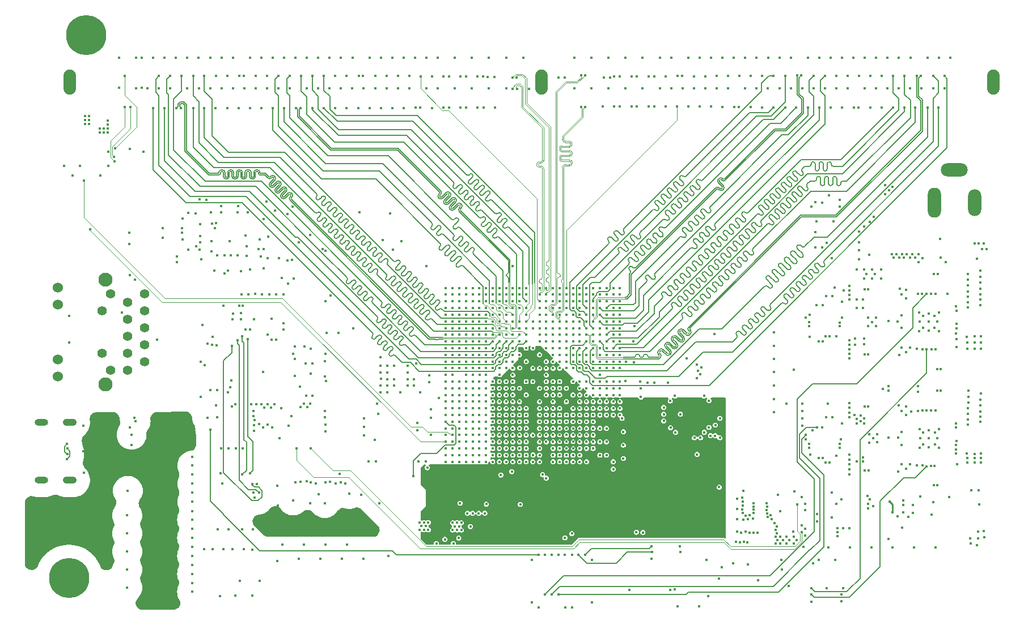
<source format=gbr>
G04 #@! TF.GenerationSoftware,KiCad,Pcbnew,7.0.11-rc3*
G04 #@! TF.CreationDate,2024-11-10T09:22:11+01:00*
G04 #@! TF.ProjectId,sodimm-ddr5-tester,736f6469-6d6d-42d6-9464-72352d746573,1.2.0*
G04 #@! TF.SameCoordinates,Original*
G04 #@! TF.FileFunction,Copper,L3,Inr*
G04 #@! TF.FilePolarity,Positive*
%FSLAX46Y46*%
G04 Gerber Fmt 4.6, Leading zero omitted, Abs format (unit mm)*
G04 Created by KiCad (PCBNEW 7.0.11-rc3) date 2024-11-10 09:22:11*
%MOMM*%
%LPD*%
G01*
G04 APERTURE LIST*
G04 #@! TA.AperFunction,ComponentPad*
%ADD10C,1.397000*%
G04 #@! TD*
G04 #@! TA.AperFunction,ComponentPad*
%ADD11C,1.524000*%
G04 #@! TD*
G04 #@! TA.AperFunction,ComponentPad*
%ADD12C,2.100000*%
G04 #@! TD*
G04 #@! TA.AperFunction,ComponentPad*
%ADD13C,2.108200*%
G04 #@! TD*
G04 #@! TA.AperFunction,ComponentPad*
%ADD14O,1.875000X3.750000*%
G04 #@! TD*
G04 #@! TA.AperFunction,ComponentPad*
%ADD15C,6.000000*%
G04 #@! TD*
G04 #@! TA.AperFunction,ComponentPad*
%ADD16O,2.100000X1.050000*%
G04 #@! TD*
G04 #@! TA.AperFunction,ComponentPad*
%ADD17O,2.000000X1.000000*%
G04 #@! TD*
G04 #@! TA.AperFunction,ComponentPad*
%ADD18O,2.000000X4.500000*%
G04 #@! TD*
G04 #@! TA.AperFunction,ComponentPad*
%ADD19O,4.000000X1.990000*%
G04 #@! TD*
G04 #@! TA.AperFunction,ComponentPad*
%ADD20O,2.000000X4.000000*%
G04 #@! TD*
G04 #@! TA.AperFunction,ViaPad*
%ADD21C,0.450000*%
G04 #@! TD*
G04 #@! TA.AperFunction,Conductor*
%ADD22C,0.100000*%
G04 #@! TD*
G04 #@! TA.AperFunction,Conductor*
%ADD23C,0.148000*%
G04 #@! TD*
G04 #@! TA.AperFunction,Conductor*
%ADD24C,0.130000*%
G04 #@! TD*
G04 #@! TA.AperFunction,Conductor*
%ADD25C,0.256000*%
G04 #@! TD*
G04 #@! TA.AperFunction,Conductor*
%ADD26C,0.150000*%
G04 #@! TD*
G04 #@! TA.AperFunction,Conductor*
%ADD27C,0.400000*%
G04 #@! TD*
G04 APERTURE END LIST*
D10*
X80912700Y-162662487D03*
X78373700Y-163931487D03*
X80912700Y-165201487D03*
X78373700Y-166471487D03*
X80912700Y-167740487D03*
X78373700Y-169011487D03*
X80912700Y-170280487D03*
X78373700Y-171552487D03*
X80912700Y-172821487D03*
X78373700Y-174091487D03*
X75834700Y-162662487D03*
X74573700Y-165201487D03*
X74573700Y-171552487D03*
X75842700Y-174091487D03*
D11*
X67954700Y-161735487D03*
X67954700Y-164276487D03*
X67954700Y-172476487D03*
X67954700Y-175017487D03*
D12*
X75062700Y-160526487D03*
D13*
X75062700Y-176225487D03*
D14*
X69724501Y-131000000D03*
X140125501Y-131000000D03*
X207674501Y-131000000D03*
D15*
X72212200Y-123952000D03*
D16*
X69682400Y-181925800D03*
D17*
X65501400Y-181925800D03*
D16*
X69682400Y-190566800D03*
D17*
X65501400Y-190566800D03*
D15*
X69596000Y-205199800D03*
D18*
X198861400Y-149057600D03*
D19*
X201809400Y-144178600D03*
D20*
X204860400Y-149057600D03*
D21*
X88491829Y-150623157D03*
X98650000Y-156000000D03*
X100400501Y-150213149D03*
X78956400Y-185243949D03*
X134874000Y-127355600D03*
X72616600Y-137277600D03*
X187579000Y-154940000D03*
X165481000Y-127355600D03*
X108521500Y-127355600D03*
X179600000Y-166200000D03*
X131877001Y-175800500D03*
X204850000Y-169050000D03*
X144875001Y-170802500D03*
X145875001Y-163802500D03*
X115750001Y-180650000D03*
X105151000Y-179585000D03*
X193927000Y-183351000D03*
X139875001Y-173802501D03*
X115976400Y-194005200D03*
X123250501Y-196876000D03*
X147624800Y-131953000D03*
X196570500Y-165451500D03*
X152730200Y-127355600D03*
X90091329Y-148586000D03*
X195400000Y-180300000D03*
X132141800Y-130287800D03*
X146875001Y-166802501D03*
X73755899Y-184730800D03*
X100536501Y-169561500D03*
X141875001Y-175800500D03*
X147875001Y-177800500D03*
X195200000Y-170700000D03*
X85741829Y-157933157D03*
X160078501Y-177960999D03*
X137877001Y-183800500D03*
X94047244Y-166455000D03*
X101727000Y-127355600D03*
X167182800Y-127355600D03*
X138877001Y-170776000D03*
X193900000Y-165900000D03*
X171800501Y-195476000D03*
X142875001Y-164802500D03*
X177380900Y-127355600D03*
X90678000Y-127355600D03*
X137877001Y-177800500D03*
X98323400Y-127355600D03*
X179920900Y-127355600D03*
X195237100Y-127355600D03*
X90678000Y-131953000D03*
X91686501Y-170350000D03*
X194975000Y-196025000D03*
X129100000Y-195500000D03*
X127877001Y-172802500D03*
X189550000Y-166875000D03*
X106832400Y-127355600D03*
X196200000Y-170900000D03*
X72016600Y-136677600D03*
X197997500Y-185602500D03*
X197158001Y-185173000D03*
X81332002Y-131953000D03*
X135877001Y-166802500D03*
X183775000Y-151875000D03*
X172400501Y-198376000D03*
X147875001Y-181800500D03*
X189725000Y-184300000D03*
X107149200Y-202337800D03*
X149464600Y-130314000D03*
X203700000Y-186575000D03*
X145875001Y-183800500D03*
X145875001Y-185800500D03*
X87989200Y-197851000D03*
X177740501Y-198256000D03*
X109399200Y-191037800D03*
X166115501Y-182305000D03*
X119100000Y-177427500D03*
X173972001Y-131953000D03*
X141875001Y-173802500D03*
X113258600Y-192709800D03*
X181082000Y-153409001D03*
X182037107Y-182676000D03*
X102991975Y-149611025D03*
X184200000Y-186900000D03*
X105981344Y-177902328D03*
X139875001Y-171802500D03*
X77502097Y-165506950D03*
X170300501Y-192176000D03*
X163400000Y-186700000D03*
X149875001Y-165802500D03*
X171800501Y-194476000D03*
X110223300Y-131953000D03*
X148875001Y-176800500D03*
X134874000Y-131953000D03*
X191828201Y-131953000D03*
X180600000Y-183100000D03*
X148875001Y-171802500D03*
X194627000Y-180801000D03*
X170300501Y-196476000D03*
X118719600Y-131953000D03*
X75955899Y-181330800D03*
X154319800Y-198326200D03*
X133900501Y-174776000D03*
X197970500Y-168151500D03*
X75955899Y-182530800D03*
X95000000Y-164451500D03*
X187579000Y-153365200D03*
X198300000Y-188451000D03*
X182880000Y-179070000D03*
X128875501Y-174801000D03*
X132877001Y-178800500D03*
X116433600Y-154609800D03*
X177105000Y-206365600D03*
X199000000Y-162700000D03*
X201050000Y-193050000D03*
X101616501Y-167061000D03*
X102240501Y-157646000D03*
X140875001Y-173802500D03*
X83027301Y-131953000D03*
X73225899Y-189230800D03*
X113549200Y-202337800D03*
X128200501Y-196901000D03*
X141875002Y-171802500D03*
X172288200Y-127355600D03*
X122974100Y-127355600D03*
X125730000Y-199390000D03*
X196697500Y-184302500D03*
X192582800Y-146685000D03*
X92800501Y-159626000D03*
X136877001Y-180800500D03*
X193900000Y-167800000D03*
X96150000Y-157000000D03*
X193927000Y-185251000D03*
X144705200Y-209614800D03*
X121950501Y-196876000D03*
X129900501Y-174801000D03*
X122600501Y-196876000D03*
X205800000Y-187950000D03*
X71757900Y-186230800D03*
X121450000Y-173100000D03*
X71779400Y-182430800D03*
X155270200Y-131953000D03*
X87274400Y-131953000D03*
X95456500Y-197929600D03*
X91689501Y-177069000D03*
X181082000Y-155740998D03*
X99174300Y-131953000D03*
X119570500Y-127355600D03*
X160066400Y-206872200D03*
X97472500Y-131953000D03*
X136877001Y-176800500D03*
X189151064Y-151889264D03*
X171200501Y-195776000D03*
X166319200Y-131953000D03*
X101375251Y-160295500D03*
X97356500Y-193129600D03*
X159435500Y-182693000D03*
X157843001Y-131953000D03*
X106832400Y-131953000D03*
X191950000Y-199300000D03*
X95770700Y-131953000D03*
X171800501Y-194976000D03*
X136877001Y-169802500D03*
X176058800Y-203914600D03*
X148875001Y-182800499D03*
X199000000Y-200600000D03*
X102900501Y-157636000D03*
X101500000Y-200200000D03*
X173990000Y-127355600D03*
X193522600Y-131953000D03*
X102850000Y-180950000D03*
X196927402Y-131953000D03*
X107826000Y-180200000D03*
X88976200Y-127355600D03*
X175500501Y-192776000D03*
X171000501Y-196376000D03*
X145875001Y-182800500D03*
X198450000Y-195700000D03*
X129877001Y-168802500D03*
X87994500Y-187023000D03*
X204850000Y-169950000D03*
X89527244Y-167295000D03*
X194150000Y-194300000D03*
X164470501Y-183388001D03*
X194150000Y-193560000D03*
X126877001Y-180800500D03*
X100700000Y-191400000D03*
X181622700Y-127355600D03*
X117017800Y-131953000D03*
X198020501Y-184310500D03*
X111709200Y-198297800D03*
X103949200Y-202337800D03*
X88988900Y-131953000D03*
X191439800Y-146431000D03*
X148875001Y-180800500D03*
X92701564Y-200875321D03*
X164624801Y-131953000D03*
X168021000Y-131953000D03*
X115570000Y-179070000D03*
X147875001Y-172802500D03*
X204300000Y-192100000D03*
X94800000Y-156950000D03*
X78713900Y-140994299D03*
X150177500Y-127355600D03*
X145072100Y-127355600D03*
X149875001Y-182800500D03*
X93800000Y-156950000D03*
X199000000Y-171000000D03*
X159408500Y-206944900D03*
X134877001Y-173802500D03*
X159537400Y-131953000D03*
X197131001Y-165999000D03*
X86591829Y-154583157D03*
X104140000Y-198120000D03*
X103910501Y-154936000D03*
X179505000Y-198813000D03*
X123250501Y-197976000D03*
X175680302Y-131953000D03*
X72616600Y-136661600D03*
X197131001Y-167722000D03*
X169355502Y-196350000D03*
X121272300Y-127355600D03*
X147875001Y-169802500D03*
X157822900Y-127393700D03*
X85750501Y-157073149D03*
X107873800Y-163779200D03*
X115300001Y-184500000D03*
X191948000Y-166774000D03*
X87989200Y-205951000D03*
X128877001Y-165802500D03*
X174895500Y-176398500D03*
X147624800Y-127355600D03*
X195219101Y-131953000D03*
X204850000Y-186600000D03*
X72016600Y-137277600D03*
X140875001Y-170802500D03*
X103428800Y-127355600D03*
X87391829Y-150583157D03*
X145072100Y-131953000D03*
X203750000Y-170900000D03*
X83870800Y-127355600D03*
X111925100Y-127355600D03*
X198881001Y-183450000D03*
X191975000Y-184225000D03*
X184200000Y-169000000D03*
X107926000Y-183218000D03*
X139875001Y-176800500D03*
X142875001Y-172802500D03*
X183500000Y-196150000D03*
X203750000Y-187900000D03*
X198850000Y-188450000D03*
X190300000Y-184900000D03*
X116179600Y-127355600D03*
X137877002Y-175800500D03*
X135877001Y-187800500D03*
X140875001Y-172802500D03*
X144875001Y-181800501D03*
X166000000Y-168700000D03*
X159524700Y-127355600D03*
X186728100Y-127355600D03*
X187579000Y-156184600D03*
X203700000Y-169075000D03*
X193300000Y-166800000D03*
X200800000Y-162700000D03*
X144875001Y-172802500D03*
X91855500Y-197929600D03*
X154075001Y-167502500D03*
X127228600Y-127355600D03*
X138295400Y-132071998D03*
X78672200Y-159914000D03*
X90928157Y-152143165D03*
X205400000Y-192100000D03*
X197027000Y-180151000D03*
X151875001Y-177800500D03*
X135877002Y-177800500D03*
X181600000Y-202450600D03*
X136877001Y-171802500D03*
X115316000Y-131953000D03*
X184958299Y-207629800D03*
X189125000Y-184925000D03*
X72616600Y-136061600D03*
X166100000Y-183900000D03*
X203750000Y-169950000D03*
X202251001Y-188150000D03*
X105130600Y-131953000D03*
X132321300Y-131953000D03*
X89801564Y-200875321D03*
X170600501Y-195876000D03*
X190150000Y-166275000D03*
X122925501Y-197426000D03*
X154000000Y-172904000D03*
X183057000Y-147984002D03*
X74140899Y-191530800D03*
X79623701Y-131953000D03*
X118150501Y-173426000D03*
X152374503Y-185301000D03*
X170967400Y-203149200D03*
X203750000Y-187250000D03*
X193527000Y-179401000D03*
X189125000Y-183675000D03*
X142875001Y-175800500D03*
X200317100Y-131953000D03*
X183000000Y-200600000D03*
X163502000Y-174200000D03*
X172497800Y-205549600D03*
X204850000Y-187200000D03*
X156002501Y-175976000D03*
X148875001Y-162802500D03*
X150875002Y-179800500D03*
X140875001Y-175800500D03*
X122000000Y-177426500D03*
X205800000Y-170000000D03*
X145875001Y-184800500D03*
X196597500Y-185702500D03*
X152374503Y-183301000D03*
X160466400Y-209420200D03*
X128000000Y-194000000D03*
X122600501Y-197976000D03*
X78655899Y-182630800D03*
X87994500Y-189723000D03*
X129877000Y-179800500D03*
X187578400Y-157497600D03*
X147706700Y-208835298D03*
X105130600Y-127355600D03*
X87989200Y-203251000D03*
X127550501Y-198001000D03*
X145875001Y-175800500D03*
X120421400Y-131953000D03*
X184900000Y-184400000D03*
X100685200Y-202617299D03*
X202127000Y-184651000D03*
X96621600Y-127355600D03*
X95550501Y-164451000D03*
X160899499Y-201324800D03*
X194150000Y-195350000D03*
X183500000Y-192400000D03*
X126900501Y-198001000D03*
X196597500Y-182902500D03*
X106629200Y-198297800D03*
X171200501Y-198376000D03*
X188950000Y-166250000D03*
X131928228Y-194128228D03*
X146875001Y-187800500D03*
X148875001Y-173802501D03*
X197158001Y-183450000D03*
X170000501Y-198376000D03*
X196570500Y-168251500D03*
X97300000Y-181600000D03*
X133877001Y-170802500D03*
X145875001Y-186800500D03*
X150875001Y-187800501D03*
X182487502Y-131953000D03*
X131877000Y-164802500D03*
X143875001Y-171802500D03*
X127875501Y-197451000D03*
X161800000Y-172300000D03*
X124850000Y-178300000D03*
X114477800Y-127355600D03*
X174895500Y-174398500D03*
X184182801Y-131953000D03*
X205800000Y-169050000D03*
X201168000Y-127342900D03*
X130800000Y-195500000D03*
X197970500Y-165651500D03*
X127877001Y-162802500D03*
X102191829Y-150774400D03*
X153900000Y-169800000D03*
X92300000Y-149550000D03*
X150875001Y-188900501D03*
X202150000Y-170675000D03*
X108521500Y-131953000D03*
X90683501Y-177089000D03*
X180300000Y-186700000D03*
X199497500Y-185702500D03*
X139875001Y-186800501D03*
X73280899Y-192205800D03*
X124675900Y-131953000D03*
X191465200Y-147751800D03*
X89882344Y-173382328D03*
X100765200Y-194314762D03*
X204825000Y-170900000D03*
X177945999Y-192230502D03*
X199731899Y-157242600D03*
X108661200Y-162966400D03*
X91750000Y-156950000D03*
X174895500Y-172399500D03*
X151875001Y-179800500D03*
X175679100Y-127355600D03*
X141875001Y-178800500D03*
X100960501Y-157356000D03*
X169400501Y-198276000D03*
X169400000Y-194850000D03*
X170900501Y-199876000D03*
X150875001Y-168802500D03*
X189814200Y-151180800D03*
X194627000Y-188851000D03*
X183605107Y-181174500D03*
X142875001Y-185800500D03*
X75955899Y-183730800D03*
X170100000Y-194900000D03*
X80621000Y-209512600D03*
X135841200Y-158572200D03*
X143875001Y-167802500D03*
X92800000Y-156950000D03*
X204825000Y-187900000D03*
X150875002Y-175800500D03*
X137000501Y-194176000D03*
X166624000Y-205257400D03*
X198881001Y-185173000D03*
X196750000Y-193000000D03*
X129540000Y-197485000D03*
X172262800Y-131953000D03*
X189118901Y-156828600D03*
X82169000Y-127355600D03*
X183324500Y-127355600D03*
X94059829Y-165647157D03*
X91000000Y-170300000D03*
X143875001Y-178800500D03*
X199470500Y-165451500D03*
X165165502Y-178656000D03*
X125877001Y-177800500D03*
X165165501Y-182655000D03*
X165017901Y-207895699D03*
X132321300Y-127355600D03*
X138870501Y-183806000D03*
X193535300Y-127355600D03*
X125877001Y-166802500D03*
X192600000Y-200600000D03*
X145875001Y-176800500D03*
X103325501Y-172385000D03*
X174895500Y-178398500D03*
X177800000Y-173990000D03*
X188366400Y-152603200D03*
X87989200Y-195151000D03*
X198650000Y-193850000D03*
X147875001Y-179800500D03*
X199470500Y-168251500D03*
X89090501Y-148576000D03*
X135730501Y-189266000D03*
X171800501Y-193976000D03*
X193450000Y-189225000D03*
X151875001Y-175800500D03*
X170400501Y-199776000D03*
X179505000Y-195063000D03*
X153263499Y-206947898D03*
X94900000Y-149550000D03*
X107900000Y-200200000D03*
X93456500Y-197929600D03*
X97271658Y-166455157D03*
X170568401Y-131953000D03*
X100876100Y-131953000D03*
X198400000Y-171000000D03*
X152730200Y-131953000D03*
X139875001Y-178800500D03*
X132877001Y-167802500D03*
X124460000Y-200025000D03*
X85572600Y-127355600D03*
X145875001Y-178800500D03*
X128877001Y-186800500D03*
X182034000Y-149009001D03*
X140875001Y-168802500D03*
X84721700Y-131953000D03*
X112979200Y-150520400D03*
X170586400Y-127355600D03*
X174888000Y-170447000D03*
X138875501Y-173801000D03*
X98301000Y-179200000D03*
X97125000Y-180182000D03*
X180200000Y-169100000D03*
X121950501Y-197976000D03*
X93820501Y-175635000D03*
X105922344Y-173132328D03*
X105119366Y-190689034D03*
X130877001Y-182800500D03*
X86536829Y-151433157D03*
X126877001Y-169802499D03*
X169350000Y-193350000D03*
X193927000Y-180201000D03*
X122974100Y-131953000D03*
X93600000Y-154800000D03*
X79422200Y-160564000D03*
X73755899Y-186230800D03*
X193700000Y-161950000D03*
X137877002Y-162802500D03*
X87994500Y-192423000D03*
X148875001Y-178800500D03*
X94068900Y-131953000D03*
X136909706Y-173751688D03*
X190125000Y-167475000D03*
X87989200Y-200551000D03*
X161221201Y-131953000D03*
X127228600Y-131953000D03*
X198854001Y-167722000D03*
X131700000Y-195500000D03*
X127800000Y-199200000D03*
X183607608Y-163021999D03*
X127000000Y-200025000D03*
X190131700Y-127355600D03*
X147875001Y-175800500D03*
X182153608Y-164356694D03*
X111100000Y-200200000D03*
X112090200Y-167868600D03*
X148875001Y-186800501D03*
X188424601Y-131953000D03*
X180779201Y-131953000D03*
X117957600Y-156083000D03*
X151875001Y-161802500D03*
X147875001Y-185800500D03*
X97225000Y-183200000D03*
X186200000Y-200600000D03*
X179070000Y-131953000D03*
X120150501Y-175426000D03*
X105649200Y-193970501D03*
X99827658Y-166413157D03*
X160168501Y-183388001D03*
X131877001Y-185800500D03*
X193900000Y-162750000D03*
X133877001Y-181800500D03*
X192049400Y-147193000D03*
X205800000Y-170900000D03*
X152374503Y-187301000D03*
X194600000Y-171400000D03*
X190132902Y-131953000D03*
X97056500Y-197929600D03*
X166800000Y-184200000D03*
X169200501Y-199776000D03*
X202075000Y-182700000D03*
X170600501Y-198276000D03*
X129900000Y-195500000D03*
X127550501Y-196901000D03*
X140875001Y-177800500D03*
X174888000Y-168422000D03*
X193400000Y-184200000D03*
X151875001Y-171802500D03*
X102577900Y-131953000D03*
X171800501Y-198376000D03*
X103117344Y-171630157D03*
X127175501Y-197451000D03*
X92456500Y-191029600D03*
X197777100Y-127355600D03*
X193927000Y-188151000D03*
X92367100Y-127355600D03*
X111912400Y-131953000D03*
X196227000Y-188351000D03*
X130877001Y-161802500D03*
X137426700Y-127355600D03*
X141875001Y-172802500D03*
X179300000Y-200500000D03*
X95268501Y-166465000D03*
X198622701Y-131953000D03*
X95676663Y-200901600D03*
X197993501Y-166859500D03*
X194627000Y-179501000D03*
X117551200Y-150622000D03*
X137877001Y-170802500D03*
X147703701Y-202490300D03*
X202100000Y-167200000D03*
X138705700Y-202490300D03*
X145875001Y-180800500D03*
X162077400Y-127355600D03*
X135875501Y-174801000D03*
X142660000Y-130302500D03*
X188429900Y-127355600D03*
X189400000Y-200600000D03*
X137877001Y-172802500D03*
X194050000Y-197650000D03*
X193600000Y-171800000D03*
X125877001Y-187800500D03*
X143875002Y-173802500D03*
X75447900Y-141464800D03*
X128200501Y-198001000D03*
X134877001Y-163802500D03*
X168884600Y-127355600D03*
X198854001Y-165999000D03*
X126900501Y-196901000D03*
X94068900Y-127355600D03*
X205800000Y-187250000D03*
X87274400Y-127355600D03*
X185877200Y-131953000D03*
X71829400Y-189451800D03*
X79616300Y-127355600D03*
X140875001Y-179800500D03*
X174895500Y-180398500D03*
X110000000Y-189600000D03*
X91048501Y-169150000D03*
X128877001Y-176800500D03*
X202100000Y-165200000D03*
X163779200Y-127355600D03*
X104090000Y-176550000D03*
X199270500Y-166851500D03*
X155001500Y-178126000D03*
X150177500Y-131953000D03*
X193900000Y-170700000D03*
X119278400Y-154787600D03*
X138708700Y-208835300D03*
X122225501Y-197426000D03*
X163900000Y-184200000D03*
X143875001Y-176800500D03*
X159383500Y-178694000D03*
X155270200Y-127355600D03*
X177375601Y-131953000D03*
X163666400Y-209420200D03*
X185000000Y-166200000D03*
X151875001Y-172802500D03*
X185026300Y-127355600D03*
X199497500Y-182902500D03*
X100025200Y-127355600D03*
X109220000Y-198120000D03*
X149875001Y-171802500D03*
X110349200Y-202337800D03*
X127877001Y-183800500D03*
X193325000Y-195975000D03*
X110223300Y-127355600D03*
X82767560Y-169509487D03*
X105587800Y-153875000D03*
X129768600Y-127355600D03*
X91750000Y-181150000D03*
X152200000Y-181300000D03*
X194600000Y-163350000D03*
X148875001Y-184800500D03*
X92379800Y-131953000D03*
X124675900Y-127355600D03*
X197000000Y-162700000D03*
X142875001Y-170802500D03*
X199297500Y-184302500D03*
X141875001Y-182800500D03*
X139706200Y-209614800D03*
X195227000Y-188151000D03*
X149875001Y-173802500D03*
X165400000Y-183900000D03*
X145875001Y-187800500D03*
X199027000Y-180151000D03*
X104700000Y-200200000D03*
X194600000Y-162050000D03*
X195800000Y-200600000D03*
X129768600Y-131953000D03*
X199478900Y-127355600D03*
X117881400Y-127355600D03*
X163000000Y-184200000D03*
X150875001Y-172802500D03*
X123649499Y-179980999D03*
X149875001Y-178800500D03*
X162929502Y-131953000D03*
X205191899Y-157472600D03*
X191833500Y-127355600D03*
X122961400Y-158572200D03*
X117265200Y-201887299D03*
X73204899Y-183081800D03*
X139875001Y-165802500D03*
X109855000Y-168554400D03*
X141875001Y-161802500D03*
X196670500Y-166851500D03*
X116150501Y-177426000D03*
X147875001Y-183800500D03*
X134877001Y-184800500D03*
X95300000Y-165600000D03*
X138875501Y-175801000D03*
X164432501Y-177960999D03*
X197997500Y-183102500D03*
X98559501Y-174386000D03*
X181225000Y-151875000D03*
X108077000Y-168529000D03*
X98704400Y-151485600D03*
X116100000Y-172200000D03*
X142875001Y-177800500D03*
X205550000Y-194200000D03*
X141875001Y-176800500D03*
X205800000Y-186575000D03*
X169800501Y-199876000D03*
X72016600Y-136077600D03*
X71217900Y-143524800D03*
X188950000Y-167500000D03*
X143705200Y-209614800D03*
X190325000Y-183700000D03*
X130877001Y-171802500D03*
X171700501Y-196276000D03*
X113614200Y-131953000D03*
X79555899Y-181730800D03*
X96600000Y-168037000D03*
X99300000Y-168750000D03*
X104962344Y-173122328D03*
X104775501Y-170530000D03*
X89300501Y-178096000D03*
X97150000Y-181002500D03*
X89300000Y-172800000D03*
X79405899Y-181180800D03*
X103325501Y-174980000D03*
X91600000Y-179400000D03*
X90252501Y-170111000D03*
X92256500Y-189529600D03*
X97600000Y-179200000D03*
X97153299Y-192432801D03*
X97656500Y-191129600D03*
X107851000Y-181168000D03*
X101675501Y-168033000D03*
X95959829Y-168036328D03*
X104982344Y-177905179D03*
X142875001Y-187800500D03*
X148875001Y-168802500D03*
X144875001Y-168802500D03*
X135877001Y-162802500D03*
X141875002Y-162802500D03*
X149875001Y-163802500D03*
X133877001Y-167802499D03*
X150875002Y-180800500D03*
X139876001Y-187800502D03*
X181066000Y-148984001D03*
X180425000Y-149650000D03*
X205700000Y-179400000D03*
X203900000Y-178050000D03*
X174500501Y-196376000D03*
X192770159Y-157229699D03*
X203800000Y-162300000D03*
X194270159Y-157229699D03*
X203850000Y-159700000D03*
X173900501Y-196076000D03*
X203900000Y-178900000D03*
X205650000Y-161000000D03*
X175300000Y-197450000D03*
X205650000Y-162750000D03*
X175400501Y-199476000D03*
X193970159Y-156729699D03*
X175000501Y-196976000D03*
X173800000Y-193976000D03*
X196478400Y-156722600D03*
X175100501Y-198976000D03*
X192470159Y-156729699D03*
X175100501Y-199976000D03*
X205700000Y-178500000D03*
X200503400Y-157922600D03*
X175800501Y-198976000D03*
X194670159Y-156729699D03*
X195178400Y-157222600D03*
X199641899Y-154502600D03*
X205700000Y-181050000D03*
X193170159Y-156729699D03*
X205700000Y-159200000D03*
X205700000Y-180250000D03*
X203850000Y-160550000D03*
X205650000Y-161900000D03*
X173850000Y-194476000D03*
X196428400Y-157922600D03*
X203850000Y-181450000D03*
X177800000Y-199000000D03*
X203800000Y-163950000D03*
X205650000Y-164350000D03*
X175800501Y-199976000D03*
X205650000Y-163550000D03*
X195928400Y-157222600D03*
X203800000Y-163100000D03*
X203800000Y-164750000D03*
X193570159Y-157229699D03*
X195528400Y-156722600D03*
X178300000Y-199500000D03*
X203850000Y-179800000D03*
X175285400Y-198475600D03*
X203900000Y-177200000D03*
X177800000Y-200000000D03*
X175100501Y-197976000D03*
X176200501Y-199476000D03*
X177200000Y-199476000D03*
X205750000Y-177600000D03*
X173800000Y-195000000D03*
X197078400Y-157372600D03*
X176700000Y-198976000D03*
X205700000Y-160100000D03*
X176700000Y-199976000D03*
X173850000Y-195550000D03*
X205700000Y-181850000D03*
X203850000Y-180600000D03*
X174400501Y-195776000D03*
X203850000Y-161400000D03*
X203850000Y-182250000D03*
X202028001Y-185940500D03*
X202068501Y-168572000D03*
X204241400Y-200025000D03*
X205421899Y-155147600D03*
X160849499Y-200399800D03*
X204190600Y-199237600D03*
X186156600Y-197764400D03*
X182727600Y-206679800D03*
X205333600Y-198272400D03*
X184958299Y-208629800D03*
X206273400Y-199059800D03*
X184988200Y-193395600D03*
X205333600Y-199263000D03*
X107901000Y-182250000D03*
X205951899Y-156012600D03*
X204825600Y-155143200D03*
X185166000Y-197739000D03*
X206628400Y-155997600D03*
X206222600Y-198196200D03*
X101070994Y-184301326D03*
X205155800Y-200253600D03*
X184025000Y-202450600D03*
X206203400Y-155122600D03*
X143666957Y-199165957D03*
X144703114Y-198532800D03*
X125877001Y-186800500D03*
X163400000Y-175332713D03*
X144875001Y-175800500D03*
X95575000Y-185775000D03*
X163900000Y-174700000D03*
X144875000Y-177800500D03*
X94525000Y-185775000D03*
X92300000Y-185775000D03*
X145875001Y-172802500D03*
X164000000Y-173700000D03*
X93422843Y-185773328D03*
X163400000Y-173300000D03*
X146875001Y-172802500D03*
X76473900Y-140944299D03*
X77927200Y-130111500D03*
X77927200Y-134708900D03*
X76373900Y-142844299D03*
X76341399Y-142206800D03*
X78778100Y-134721600D03*
X137877001Y-169802500D03*
X82169000Y-134899400D03*
X134877001Y-169802500D03*
X83870800Y-134899400D03*
X135877002Y-169802500D03*
X83032600Y-130098800D03*
X133877001Y-169802500D03*
X84734400Y-130098800D03*
X185184299Y-206729800D03*
X195650000Y-194250000D03*
X195650000Y-195450000D03*
X86436200Y-130098800D03*
X132877001Y-169802500D03*
X85675501Y-134899400D03*
X132877001Y-168802500D03*
X86325501Y-134899400D03*
X133877001Y-168802500D03*
X136877001Y-168802500D03*
X88169945Y-134868667D03*
X134877001Y-167802500D03*
X89814400Y-134874000D03*
X88138000Y-130098800D03*
X135877001Y-168802500D03*
X89814400Y-130098800D03*
X137877001Y-168802500D03*
X91516200Y-134874000D03*
X134877001Y-165802500D03*
X192175000Y-193725000D03*
X192600000Y-195350000D03*
X131877001Y-166802500D03*
X93218000Y-134874000D03*
X175768000Y-195199000D03*
X166700501Y-191576000D03*
X91541600Y-130098800D03*
X132877001Y-166802500D03*
X93218000Y-130124200D03*
X132877001Y-165802500D03*
X131877001Y-162802500D03*
X95025001Y-130074706D03*
X95675001Y-130074706D03*
X131877001Y-163802500D03*
X94919800Y-134874000D03*
X132877001Y-164802500D03*
X96647000Y-134874000D03*
X132877001Y-163802500D03*
X98323400Y-134874000D03*
X133877001Y-163802500D03*
X182592606Y-187926107D03*
X188973000Y-189099000D03*
X133877001Y-164802500D03*
X97485200Y-130073400D03*
X134877001Y-164802500D03*
X99187000Y-130073400D03*
X100025200Y-134899400D03*
X133877001Y-166802501D03*
X182179107Y-169762107D03*
X199800001Y-173974998D03*
X135877001Y-165802500D03*
X101727000Y-134899400D03*
X100863400Y-130098800D03*
X134877001Y-166802500D03*
X102590600Y-130098800D03*
X135877002Y-164802500D03*
X104292400Y-130098800D03*
X136877001Y-166802500D03*
X135877001Y-167802500D03*
X103525001Y-134899400D03*
X104175001Y-134899400D03*
X136877001Y-167802500D03*
X137877001Y-163802500D03*
X105994200Y-134899400D03*
X107670600Y-134899400D03*
X137877001Y-165802500D03*
X137877001Y-164802500D03*
X105968800Y-130098800D03*
X107670600Y-130098800D03*
X137876001Y-166801500D03*
X109372400Y-134899400D03*
X135877001Y-163802500D03*
X132877000Y-161802501D03*
X111074200Y-134899400D03*
X131877000Y-161802501D03*
X109372400Y-130098800D03*
X134877001Y-162802500D03*
X111074200Y-130098800D03*
X130877000Y-185800000D03*
X168757600Y-202996800D03*
X140318499Y-189702835D03*
X133877001Y-161802501D03*
X112874501Y-130111765D03*
X133877001Y-162802499D03*
X113524501Y-130111765D03*
X134877001Y-161802501D03*
X112776000Y-134899400D03*
X136877001Y-163802500D03*
X114503200Y-134899400D03*
X116205000Y-134899400D03*
X136877001Y-162802500D03*
X115316000Y-130098800D03*
X136877001Y-161802500D03*
X137877001Y-161802499D03*
X117017800Y-130098800D03*
X131877001Y-165802500D03*
X117906800Y-134899400D03*
X139875001Y-168802500D03*
X119557800Y-134899400D03*
X138876001Y-166802500D03*
X118745000Y-130098800D03*
X121374501Y-134803296D03*
X144875001Y-161802500D03*
X144875001Y-162802500D03*
X122024501Y-134803296D03*
X120396000Y-130098800D03*
X139875001Y-169802499D03*
X123825000Y-134874000D03*
X140875001Y-166802500D03*
X125526800Y-134861300D03*
X140875001Y-164802500D03*
X139875001Y-163802500D03*
X122123200Y-130175000D03*
X182179107Y-187201107D03*
X199273000Y-191324000D03*
X94800501Y-150458851D03*
X92300501Y-150458851D03*
X96300501Y-150458851D03*
X90800501Y-150458851D03*
X125526800Y-130175000D03*
X139875001Y-164802501D03*
X140875001Y-165802500D03*
X123825000Y-130175000D03*
X126377700Y-134861300D03*
X141875001Y-163802500D03*
X184677214Y-167541501D03*
X188938500Y-162000000D03*
X199326501Y-159699000D03*
X180100000Y-167536000D03*
X183176107Y-187926107D03*
X188423000Y-189099000D03*
X181595606Y-169762107D03*
X199250001Y-173974998D03*
X181595606Y-187201107D03*
X198723000Y-191324000D03*
X188388500Y-162000000D03*
X184677214Y-166958000D03*
X142875001Y-163802500D03*
X126377700Y-130175000D03*
X128079500Y-134861300D03*
X143875002Y-164802500D03*
X128066800Y-130175000D03*
X143875001Y-166802500D03*
X128930400Y-134861300D03*
X143875001Y-163802500D03*
X143875001Y-165802500D03*
X128930400Y-130175000D03*
X130632200Y-134861300D03*
X144875001Y-166802500D03*
X130619500Y-130175000D03*
X144875000Y-164802500D03*
X131483100Y-134861300D03*
X145875001Y-164802500D03*
X131470400Y-130175000D03*
X145875001Y-165802500D03*
X133184900Y-134861300D03*
X145875001Y-166802500D03*
X135800001Y-132029200D03*
X139875001Y-162802500D03*
X140875001Y-162802500D03*
X135850001Y-130327400D03*
X139875001Y-161802500D03*
X136500001Y-132029200D03*
X136450001Y-130327400D03*
X140875001Y-161802500D03*
X142875001Y-166802500D03*
X146049001Y-134706005D03*
X146049001Y-130010431D03*
X141875001Y-165802500D03*
X142875001Y-165802500D03*
X146649001Y-134706005D03*
X146649001Y-130010431D03*
X141875001Y-164802500D03*
X141875001Y-169802500D03*
X149326600Y-134696200D03*
X151028400Y-130187700D03*
X141875001Y-168802500D03*
X142875001Y-168802500D03*
X151028400Y-134696200D03*
X151879300Y-130187700D03*
X140875001Y-167802500D03*
X151879300Y-134696200D03*
X139875001Y-167802500D03*
X139875001Y-166802500D03*
X153581100Y-130187700D03*
X153581100Y-134683500D03*
X143875001Y-168802500D03*
X198776501Y-159699000D03*
X180100000Y-166952499D03*
X154419300Y-130187700D03*
X142875001Y-167802500D03*
X141875001Y-167802499D03*
X154419300Y-134683500D03*
X143875002Y-169802500D03*
X156121100Y-130187700D03*
X156133800Y-134683500D03*
X144875001Y-167802500D03*
X158686500Y-134683500D03*
X145875001Y-167802500D03*
X142875001Y-161802500D03*
X156972000Y-130187700D03*
X160375600Y-134696200D03*
X143875001Y-161802500D03*
X144875000Y-169802500D03*
X156984700Y-134683500D03*
X158673800Y-130187700D03*
X145875001Y-169802500D03*
X156591000Y-202293800D03*
X156600000Y-200425800D03*
X146705200Y-201710800D03*
X188200000Y-187750000D03*
X146875001Y-177800500D03*
X186100000Y-187500000D03*
X186100000Y-186750000D03*
X186100000Y-189700000D03*
X186100000Y-188200000D03*
X188200000Y-187150000D03*
X186100000Y-188900000D03*
X146875001Y-185800500D03*
X187200000Y-187700000D03*
X146875001Y-179800501D03*
X146875001Y-181800500D03*
X146875001Y-183800500D03*
X187200000Y-182075000D03*
X187800000Y-181700000D03*
X187800000Y-180900000D03*
X141875001Y-170802500D03*
X143875001Y-172802500D03*
X144875000Y-173802500D03*
X187200000Y-181400000D03*
X144875001Y-183800500D03*
X183946800Y-161721800D03*
X142875001Y-171802500D03*
X141875001Y-177800500D03*
X186175000Y-179725000D03*
X144875001Y-171802500D03*
X186900000Y-180800000D03*
X188325000Y-182050000D03*
X146875001Y-175800499D03*
X186175000Y-179000000D03*
X142875001Y-176800500D03*
X186175000Y-181150000D03*
X140875001Y-176800500D03*
X186175000Y-180450000D03*
X140875501Y-174801000D03*
X142875001Y-173802500D03*
X188325000Y-181300000D03*
X162077400Y-134670800D03*
X146875001Y-163802500D03*
X145875001Y-161802500D03*
X160475001Y-130068267D03*
X145875001Y-162802500D03*
X161125001Y-130068267D03*
X148875001Y-170802500D03*
X163779200Y-134670800D03*
X149875001Y-166802500D03*
X164630100Y-130187700D03*
X162915600Y-130187700D03*
X145875001Y-171802500D03*
X165481000Y-134696200D03*
X147875001Y-162802500D03*
X149875001Y-161802500D03*
X167182800Y-134747000D03*
X166319200Y-130073400D03*
X148875001Y-163802500D03*
X168021000Y-130073400D03*
X146875000Y-162802500D03*
X93300000Y-159200000D03*
X91279001Y-159200000D03*
X89228157Y-152243165D03*
X91375322Y-152846000D03*
X107873800Y-156286200D03*
X90911829Y-154803145D03*
X107467400Y-155981400D03*
X91527596Y-152134441D03*
X99296829Y-157328157D03*
X90911829Y-156313157D03*
X69672200Y-169964000D03*
X78956400Y-183743949D03*
X86500501Y-153513149D03*
X95300000Y-159300000D03*
X113650501Y-183850000D03*
X138900501Y-186776000D03*
X179100000Y-179100000D03*
X103099200Y-193587800D03*
X188300000Y-169400000D03*
X128877001Y-181800500D03*
X70176000Y-144967800D03*
X107799200Y-193979800D03*
X78309200Y-195801000D03*
X83616800Y-154305000D03*
X102350501Y-161126000D03*
X148875501Y-174801000D03*
X141875001Y-187800500D03*
X142875001Y-180800500D03*
X95950000Y-154000000D03*
X130900501Y-174776000D03*
X123100000Y-188674500D03*
X105670000Y-174630000D03*
X179649336Y-184453959D03*
X186100000Y-172300000D03*
X92173163Y-207895200D03*
X182635107Y-181154500D03*
X184674999Y-149675000D03*
X139875001Y-181800501D03*
X97002662Y-207819200D03*
X130877001Y-166802500D03*
X94462662Y-207839200D03*
X78309200Y-206601000D03*
X130877001Y-177800500D03*
X68877900Y-143524800D03*
X126877001Y-185800500D03*
X103200000Y-160400000D03*
X131877000Y-169802500D03*
X144875000Y-186800500D03*
X136877001Y-185800500D03*
X123400000Y-175900000D03*
X184997500Y-163882001D03*
X125877001Y-161802500D03*
X186100000Y-171625000D03*
X123400000Y-174900000D03*
X95097600Y-205638400D03*
X166800000Y-181300000D03*
X97200000Y-182300000D03*
X140875001Y-184800500D03*
X83641000Y-152831927D03*
X187000000Y-170300000D03*
X126877001Y-164802501D03*
X117150501Y-173426000D03*
X129877001Y-163802500D03*
X145875001Y-177800500D03*
X78309200Y-198501000D03*
X184665999Y-148650001D03*
X92700000Y-164451500D03*
X134100000Y-189774500D03*
X90250000Y-181200000D03*
X111455200Y-192608200D03*
X97911825Y-155961825D03*
X160900501Y-180676000D03*
X128877001Y-170802500D03*
X127877001Y-167802500D03*
X181285000Y-196735000D03*
X98087600Y-205628400D03*
X69672200Y-165989000D03*
X154875001Y-175800501D03*
X78309200Y-201201000D03*
X186100000Y-170275000D03*
X167055800Y-203581000D03*
X186100000Y-169600000D03*
X78309200Y-203901000D03*
X116150501Y-176426000D03*
X125877001Y-182800500D03*
X105680000Y-170880157D03*
X121650001Y-183100001D03*
X188300000Y-170250000D03*
X125875501Y-174801000D03*
X187000000Y-169400000D03*
X99085400Y-148869400D03*
X74266000Y-144977800D03*
X106849200Y-192637800D03*
X146875000Y-171802500D03*
X181300000Y-195650000D03*
X182637608Y-163012000D03*
X99350000Y-154150000D03*
X143875001Y-183800500D03*
X130877001Y-187800500D03*
X131900501Y-174776000D03*
X121650001Y-182000000D03*
X186100000Y-170950000D03*
X120150501Y-176426000D03*
X184997000Y-182084000D03*
X126875501Y-174801000D03*
X129877000Y-184800500D03*
X78389300Y-192133100D03*
X188200000Y-163525000D03*
X75416600Y-136761600D03*
X186100000Y-161475000D03*
X186100000Y-162150000D03*
X186100000Y-163500000D03*
X75416600Y-138561600D03*
X186100000Y-162825000D03*
X75416600Y-137361600D03*
X74216600Y-138561600D03*
X157000501Y-175976000D03*
X185300000Y-162150000D03*
X187200000Y-163525000D03*
X75416600Y-137961600D03*
X74816600Y-138561600D03*
X74200600Y-137961600D03*
X188200000Y-164800000D03*
X187225000Y-164800000D03*
X74800600Y-137961600D03*
X169722800Y-130086100D03*
X149875001Y-162802500D03*
X168975001Y-134778228D03*
X148875001Y-161802500D03*
X147875001Y-161802500D03*
X169625001Y-134778228D03*
X150875001Y-161802500D03*
X171411900Y-134747000D03*
X141875001Y-166802501D03*
X144875001Y-165802500D03*
X132877001Y-162802500D03*
X182050000Y-155700000D03*
X135877001Y-161802500D03*
X189525000Y-160375000D03*
X149875001Y-170802500D03*
X188675000Y-159700000D03*
X150875001Y-163802500D03*
X142875001Y-169802500D03*
X143875001Y-162802500D03*
X136877001Y-164802500D03*
X145875001Y-168802500D03*
X138877001Y-167802500D03*
X134877001Y-168802500D03*
X143625200Y-130302500D03*
X190900000Y-159050000D03*
X150429800Y-130314000D03*
X140875001Y-163802500D03*
X182750000Y-155100000D03*
X133107000Y-130287800D03*
X137877002Y-167802500D03*
X189525000Y-159050000D03*
X187275500Y-159000000D03*
X190900000Y-160375000D03*
X189925000Y-159700000D03*
X151875001Y-166802500D03*
X148875001Y-167802500D03*
X188350000Y-160375000D03*
X188350000Y-159050000D03*
X147875001Y-164802500D03*
X133877001Y-165802500D03*
X146875001Y-161802500D03*
X156650000Y-201325800D03*
X145705200Y-201710800D03*
X196381001Y-162722000D03*
X197018501Y-170959500D03*
X197045501Y-188360500D03*
X196395501Y-180210500D03*
X150875002Y-162802500D03*
X173126400Y-134785100D03*
X151875001Y-162802500D03*
X171424600Y-130073400D03*
X202020501Y-182035500D03*
X202043501Y-164584500D03*
X202131001Y-169472000D03*
X173126400Y-130086100D03*
X151875001Y-163802500D03*
X202020501Y-186585500D03*
X180458299Y-208703800D03*
X170230800Y-194335400D03*
X197662800Y-188468000D03*
X180458299Y-207679800D03*
X180458299Y-206703800D03*
X197662800Y-170992800D03*
X189725000Y-194400000D03*
X188875000Y-192875000D03*
X188900000Y-194050000D03*
X189200000Y-193425000D03*
X150875001Y-177800500D03*
X147875001Y-176800500D03*
X149875001Y-184800500D03*
X188900000Y-194800000D03*
X149875001Y-186800500D03*
X149875001Y-180800500D03*
X149875001Y-176800500D03*
X137877001Y-178800500D03*
X123300000Y-190700000D03*
X165400000Y-189400000D03*
X143875001Y-175800500D03*
X127875501Y-190626000D03*
X126900501Y-191176000D03*
X165500000Y-192100000D03*
X164600000Y-191600000D03*
X164500000Y-198425999D03*
X136877001Y-177800500D03*
X140875001Y-178800500D03*
X166050000Y-189400000D03*
X139875001Y-172802500D03*
X165150000Y-198076001D03*
X128200501Y-190076000D03*
X164600000Y-194750000D03*
X164800000Y-192450000D03*
X122900000Y-191250000D03*
X128200501Y-191176000D03*
X165750000Y-198350000D03*
X164700000Y-189400000D03*
X140875001Y-171802500D03*
X131650501Y-189976000D03*
X165000000Y-190800000D03*
X165650000Y-195150000D03*
X139875001Y-170802500D03*
X165500000Y-193050000D03*
X136877001Y-170802500D03*
X137877002Y-171802500D03*
X152400000Y-192600000D03*
X139875000Y-177800500D03*
X164600000Y-193400000D03*
X127550501Y-190076000D03*
X154700000Y-188800000D03*
X144875001Y-176800500D03*
X164600000Y-197200000D03*
X166400000Y-198350000D03*
X164600000Y-195950000D03*
X131650501Y-191076000D03*
X165650000Y-196150000D03*
X122900000Y-190150000D03*
X131975501Y-190526000D03*
X139875001Y-175800500D03*
X136877001Y-175800500D03*
X143875001Y-179800500D03*
X137877001Y-173802500D03*
X144875001Y-178800500D03*
X142875001Y-178800500D03*
X143875002Y-177800500D03*
X136877001Y-172802500D03*
X165050000Y-195450000D03*
X80692900Y-141414299D03*
X127175501Y-190626000D03*
X126900501Y-190076000D03*
X127550501Y-191176000D03*
X165500000Y-191250000D03*
X137877001Y-176800500D03*
X146875001Y-165802500D03*
X174802800Y-134823200D03*
X150875002Y-178800500D03*
X150875002Y-176800500D03*
X180100000Y-185700000D03*
X199773000Y-177172000D03*
X176530000Y-134823200D03*
X147875001Y-167802500D03*
X88014500Y-188373000D03*
X128877002Y-184800500D03*
X130877001Y-183800500D03*
X88014500Y-193773000D03*
X129877001Y-183800500D03*
X88014500Y-191073000D03*
X180100000Y-185116500D03*
X199223000Y-177172000D03*
X174828200Y-130124200D03*
X146875001Y-167802499D03*
X192000000Y-177200000D03*
X191100000Y-176900000D03*
X196400000Y-177300000D03*
X196400000Y-176500000D03*
X192000000Y-176500000D03*
X176707800Y-179120800D03*
X91051564Y-200875321D03*
X120995083Y-189975000D03*
X125857000Y-181801000D03*
X175996600Y-202463400D03*
X128905000Y-182800000D03*
X155307600Y-198373800D03*
X140868400Y-190246000D03*
X188942000Y-171701000D03*
X182592606Y-169037107D03*
X184677214Y-185705501D03*
X188948000Y-179498000D03*
X183176107Y-169037107D03*
X188392000Y-171701000D03*
X184677214Y-185122000D03*
X188398000Y-179498000D03*
X176530000Y-130124200D03*
X146875001Y-164802500D03*
X178324501Y-129982334D03*
X147875001Y-165802500D03*
X138876002Y-187800500D03*
X147875001Y-166802500D03*
X178974501Y-129982334D03*
X178206400Y-134823200D03*
X147875001Y-163802500D03*
X179933600Y-134823200D03*
X149875001Y-164802500D03*
X181635400Y-134823200D03*
X148875001Y-165802500D03*
X180797200Y-130124200D03*
X148875001Y-164802501D03*
X148875001Y-166802500D03*
X182473600Y-130124200D03*
X150875001Y-166802501D03*
X183311800Y-134823200D03*
X185039000Y-134823200D03*
X150875001Y-164802500D03*
X150875001Y-165802500D03*
X184200800Y-130098800D03*
X185877200Y-130098800D03*
X149875001Y-167802500D03*
X90700000Y-183007000D03*
X139700000Y-201701400D03*
X187579000Y-130098800D03*
X151875001Y-167802500D03*
X151875001Y-164802500D03*
X186824001Y-134833634D03*
X151875001Y-165802500D03*
X187474001Y-134833634D03*
X75477900Y-143524800D03*
X151875001Y-168802500D03*
X189255400Y-134797800D03*
X151875001Y-169802500D03*
X190957200Y-134797800D03*
X189255400Y-130098800D03*
X150875001Y-167802499D03*
X190982600Y-130098800D03*
X150875001Y-169802500D03*
X155000000Y-176800000D03*
X152800000Y-172806222D03*
X130877001Y-180800500D03*
X149875001Y-168802500D03*
X192659000Y-134797800D03*
X150875001Y-170802500D03*
X194360800Y-134797800D03*
X149875001Y-169802500D03*
X192684400Y-130098800D03*
X151875001Y-170802500D03*
X194386200Y-130098800D03*
X147875001Y-168802500D03*
X196175001Y-130083309D03*
X170226483Y-195472747D03*
X179100000Y-182375000D03*
X202020501Y-185285500D03*
X179112500Y-181325000D03*
X179100000Y-180225000D03*
X202125000Y-167850000D03*
X196825001Y-130083309D03*
X146875001Y-168802500D03*
X195986400Y-134797800D03*
X148875001Y-169802499D03*
X140697200Y-207609200D03*
X197688200Y-162712400D03*
X147875001Y-170802500D03*
X197789800Y-134797800D03*
X199466200Y-134797800D03*
X145875001Y-170802500D03*
X146875001Y-170802500D03*
X198628000Y-130098800D03*
X146875001Y-169802500D03*
X200329800Y-130098800D03*
X69355899Y-185830800D03*
X69334001Y-187378613D03*
X69336432Y-185133668D03*
X69355899Y-186660800D03*
X137877001Y-187800500D03*
X136877001Y-187800500D03*
X142875001Y-186800500D03*
X137877001Y-186800500D03*
X136877001Y-186800500D03*
X181279800Y-182676800D03*
X181203600Y-164338000D03*
X141697200Y-207609200D03*
X180187600Y-165785800D03*
X142697200Y-207609200D03*
X183489600Y-157378400D03*
X179654200Y-183769000D03*
X77089000Y-127355600D03*
X80467200Y-127355600D03*
X159001501Y-175976000D03*
X150875001Y-173802500D03*
X151875001Y-180800500D03*
X151875001Y-176800500D03*
X151875001Y-173802500D03*
X148875001Y-179800500D03*
X148875002Y-177800500D03*
X143875001Y-185800500D03*
X110899200Y-191037800D03*
X113650501Y-182580000D03*
X123649500Y-181251001D03*
X180712500Y-202963100D03*
X146875001Y-176800500D03*
X110149200Y-190837800D03*
X143875001Y-184800500D03*
X144875001Y-184800500D03*
X108599200Y-190787800D03*
X107899200Y-190887800D03*
X142875001Y-184800500D03*
X105699200Y-190837800D03*
X142875001Y-183800500D03*
X126877001Y-175800500D03*
X132877001Y-172802500D03*
X127877001Y-178800500D03*
X125877001Y-171802500D03*
X129877001Y-173802500D03*
X135877001Y-171802500D03*
X131877001Y-180800500D03*
X135877001Y-182800499D03*
X132877001Y-183800500D03*
X133877001Y-186800500D03*
X133877001Y-176800500D03*
X134877001Y-179800500D03*
X148875001Y-175800500D03*
X148875001Y-172802500D03*
X149875001Y-179800500D03*
X149875001Y-177800500D03*
X149875001Y-175800500D03*
X149875001Y-172802500D03*
X146875001Y-182800500D03*
X146875001Y-178800500D03*
X147875001Y-182800500D03*
X147875001Y-178800500D03*
X146888200Y-184810400D03*
X146875001Y-180800500D03*
X147878800Y-184810400D03*
X147875001Y-180800500D03*
X144875001Y-163802500D03*
X142875001Y-162802500D03*
X143875001Y-187800500D03*
X144875001Y-187800500D03*
X140875001Y-180800500D03*
X141875001Y-180800500D03*
X137877001Y-180800500D03*
X137877001Y-181800500D03*
X141875001Y-179800501D03*
X142875001Y-179800500D03*
X139875001Y-179800500D03*
X139875001Y-180800500D03*
X142875001Y-181800500D03*
X143875001Y-181800501D03*
X141875001Y-186800500D03*
X143875001Y-180800500D03*
X144875001Y-180800500D03*
X137877001Y-185800500D03*
X139875001Y-185800500D03*
X139875001Y-183800500D03*
X140875001Y-183800500D03*
X137877002Y-184800500D03*
X139875001Y-184800500D03*
X140875001Y-181800500D03*
X140875001Y-182800500D03*
X137877001Y-182800500D03*
X139875001Y-182800499D03*
X141875001Y-183800500D03*
X141875002Y-184800500D03*
X141875001Y-185800500D03*
X141875001Y-181800500D03*
X142875001Y-182800500D03*
X143875002Y-186800500D03*
X137877002Y-179800500D03*
X144875001Y-179800500D03*
X136877001Y-179800500D03*
X135877001Y-179800500D03*
X136877001Y-181800500D03*
X136877001Y-182800500D03*
X135877001Y-180800500D03*
X135877001Y-181800501D03*
X136877001Y-184800500D03*
X135877001Y-184800500D03*
X134877001Y-185800500D03*
X133877001Y-185800500D03*
X132877001Y-185800500D03*
X132877001Y-186800500D03*
X134877001Y-186800500D03*
X134877001Y-187800500D03*
X133877001Y-187800500D03*
X132877001Y-187800500D03*
X134877001Y-177800500D03*
X133877001Y-178800500D03*
X134877001Y-176800500D03*
X133877001Y-177800500D03*
X135877001Y-178800500D03*
X134877001Y-178800500D03*
X132877001Y-177800500D03*
X131877000Y-177800500D03*
X133877001Y-179800501D03*
X132877001Y-179800500D03*
X135877001Y-185800500D03*
X135877002Y-186800500D03*
X131877001Y-178800500D03*
X131877001Y-179800500D03*
X132877001Y-180800500D03*
X131877001Y-181800501D03*
X132877001Y-182800500D03*
X131877001Y-183800500D03*
X132877001Y-181800500D03*
X131877001Y-182800499D03*
X132877001Y-184800500D03*
X131877001Y-184800500D03*
X134877001Y-180800500D03*
X133877001Y-180800500D03*
X133877001Y-183800500D03*
X133877001Y-184800499D03*
X134877001Y-182800500D03*
X134877001Y-183800500D03*
X134877001Y-181800500D03*
X133877001Y-182800500D03*
X136877001Y-183800500D03*
X135877001Y-183800500D03*
X135877001Y-176800500D03*
X136877001Y-178800500D03*
X128877001Y-178800500D03*
X128877002Y-179800500D03*
X129877001Y-177800500D03*
X129877001Y-178800500D03*
X127877001Y-179800500D03*
X126877001Y-179800500D03*
X130877001Y-179800500D03*
X128877001Y-180800500D03*
X127877001Y-180800500D03*
X130877001Y-181800500D03*
X125877001Y-179800500D03*
X125877001Y-180800500D03*
X127877001Y-182800500D03*
X129877001Y-181800500D03*
X129877001Y-182800500D03*
X128877001Y-183800500D03*
X128877001Y-177800500D03*
X130877001Y-178800500D03*
X132877001Y-173802500D03*
X131877001Y-173802501D03*
X127877001Y-176800500D03*
X127877001Y-177800500D03*
X132877001Y-175800500D03*
X131877001Y-176800500D03*
X126877001Y-172802500D03*
X126877001Y-173802501D03*
X125877001Y-175800500D03*
X125877001Y-176800500D03*
X127877001Y-173802500D03*
X127877001Y-175800500D03*
X126877001Y-176800500D03*
X126877002Y-177800500D03*
X125877001Y-172802500D03*
X125877001Y-173802500D03*
X133877001Y-172802500D03*
X133877001Y-173802500D03*
X134877001Y-170802500D03*
X134877001Y-171802500D03*
X133877001Y-175800499D03*
X132877001Y-176800500D03*
X135877001Y-172802500D03*
X134877001Y-172802500D03*
X135877001Y-173802501D03*
X134877001Y-175800500D03*
X126877001Y-178800500D03*
X125877001Y-178800500D03*
X133877001Y-171802501D03*
X132877001Y-171802500D03*
X132877001Y-170802500D03*
X131877001Y-170802500D03*
X129877000Y-171802500D03*
X128877002Y-171802500D03*
X131877001Y-171802500D03*
X131877001Y-172802500D03*
X127877001Y-171802500D03*
X126877001Y-171802500D03*
X129877001Y-172802500D03*
X128877001Y-172802500D03*
X130877001Y-172802500D03*
X130877001Y-173802500D03*
X130877001Y-175800500D03*
X129877000Y-175800500D03*
X128877001Y-173802500D03*
X128877002Y-175800500D03*
X130877001Y-176800500D03*
X129877001Y-176800500D03*
X135877001Y-170802500D03*
X135877001Y-175800500D03*
X128877001Y-168802500D03*
X126877001Y-165802500D03*
X130877001Y-169802500D03*
X130877001Y-168802500D03*
X128877001Y-169802500D03*
X127877001Y-169802500D03*
X127877001Y-170802500D03*
X129877001Y-170802500D03*
X129877001Y-169802500D03*
X131877001Y-168802500D03*
X128877001Y-164802500D03*
X127877001Y-165802500D03*
X130877001Y-170802500D03*
X106449200Y-191037800D03*
X144881600Y-182803800D03*
X104149200Y-190787800D03*
X86512400Y-152882600D03*
X78613000Y-153517600D03*
X78613000Y-155244800D03*
X89154000Y-154051000D03*
X126877002Y-186800500D03*
X145875001Y-179800500D03*
X94005400Y-200888600D03*
X145875001Y-181800500D03*
X97002600Y-200914000D03*
X130877001Y-184800500D03*
X87989200Y-207251000D03*
X131877001Y-187800500D03*
X87989200Y-201851000D03*
X131877000Y-186800500D03*
X87989200Y-204551000D03*
X130877001Y-186800500D03*
X87989200Y-199151000D03*
X129877001Y-185800500D03*
X87989200Y-196451000D03*
X127877001Y-164802500D03*
X121150501Y-176426000D03*
X125877001Y-164802500D03*
X121150501Y-175426000D03*
X128877001Y-185800500D03*
X123649500Y-183790001D03*
X114375000Y-187700000D03*
X127877001Y-186800500D03*
X126877001Y-187800500D03*
X121774499Y-187700000D03*
X129877001Y-186800500D03*
X122850000Y-187700000D03*
X129877001Y-187800500D03*
X115450000Y-187700000D03*
X113650501Y-181310999D03*
X144875001Y-185800500D03*
X158415501Y-181672000D03*
X147875001Y-173802500D03*
X150875002Y-171802500D03*
X158415501Y-180675000D03*
X151875001Y-178800500D03*
X147875001Y-171802500D03*
X158415501Y-179675000D03*
X164769800Y-202438000D03*
X152704800Y-175742600D03*
X146875000Y-173803000D03*
X145875001Y-173802500D03*
X77089000Y-131902200D03*
X130877001Y-163802500D03*
X130877001Y-164802500D03*
X80467200Y-131902200D03*
X126877001Y-182800499D03*
X107955166Y-175724834D03*
X125877001Y-183800500D03*
X107810000Y-175020000D03*
X107800000Y-172760000D03*
X127877001Y-187800500D03*
X103310000Y-170540000D03*
X99849000Y-169549500D03*
X128877001Y-187800500D03*
X107880000Y-171630000D03*
X98800000Y-179700000D03*
X105645000Y-179085000D03*
X127877001Y-185800500D03*
X98000000Y-182150000D03*
X99300000Y-179200000D03*
X104651000Y-179085000D03*
X98600000Y-182625000D03*
X127877001Y-184800500D03*
X99800000Y-179700000D03*
X104157000Y-179585000D03*
X125877001Y-185800500D03*
X99225000Y-182225000D03*
X100300000Y-179200000D03*
X99925000Y-182625000D03*
X126877001Y-184800500D03*
X101300000Y-179750000D03*
X126877001Y-181800501D03*
X102400000Y-182400000D03*
X96641500Y-189544600D03*
X96325000Y-169425000D03*
X103449200Y-190887800D03*
X143881600Y-182803800D03*
X178350000Y-194150000D03*
X105737096Y-185772904D03*
X103562904Y-185757904D03*
X179005000Y-198313000D03*
X125877001Y-168802500D03*
X99500501Y-162726000D03*
X98450501Y-162726000D03*
X126877001Y-168802500D03*
X97417852Y-162719798D03*
X125877001Y-169802500D03*
X96350501Y-162776000D03*
X126877001Y-170802500D03*
X126877001Y-167802500D03*
X101600501Y-162726000D03*
X128877001Y-167802499D03*
X100500501Y-162751000D03*
X96091829Y-155568859D03*
X128877001Y-166802501D03*
X125877001Y-165802500D03*
X98635501Y-158861000D03*
X129877000Y-166802500D03*
X98100501Y-154523149D03*
X71856000Y-145720600D03*
X126877001Y-183800500D03*
X179000000Y-193100000D03*
X179005000Y-197314001D03*
X72745600Y-153060400D03*
X125877001Y-184800500D03*
X143875001Y-170802500D03*
X140875001Y-169802500D03*
X184353200Y-198297800D03*
X144708700Y-201702501D03*
X143641900Y-201702501D03*
X184353200Y-198907400D03*
X179505000Y-197812000D03*
X127877001Y-181800500D03*
X129877001Y-180800500D03*
X179505000Y-194062000D03*
X170230800Y-193725800D03*
X184353200Y-197747797D03*
X198348600Y-162712400D03*
X142697200Y-201701400D03*
X198323200Y-180162200D03*
X140697200Y-201701400D03*
X170154600Y-193141600D03*
X184200800Y-194056000D03*
X197688200Y-180162200D03*
X141697200Y-201701400D03*
X96801000Y-179200000D03*
X125877001Y-162802500D03*
X120150501Y-173426000D03*
X120150501Y-174426000D03*
X125877001Y-163802500D03*
X128877001Y-163802500D03*
X118150501Y-175426000D03*
X127877001Y-161802500D03*
X118150501Y-176426000D03*
X126877001Y-163802500D03*
X117150501Y-174426000D03*
X128877002Y-162802500D03*
X117150501Y-175426000D03*
X117149501Y-176427000D03*
X129877000Y-162802500D03*
X117150501Y-177427000D03*
X128877001Y-161802500D03*
X127877001Y-163802500D03*
X116150501Y-173426000D03*
X126877001Y-162802500D03*
X116150501Y-174426000D03*
X116201001Y-175376500D03*
X126877001Y-161802500D03*
X89320493Y-157546008D03*
X127877001Y-166802500D03*
X96675501Y-159076000D03*
X126877001Y-166802500D03*
X125877001Y-170802500D03*
X95400501Y-162801000D03*
X89154746Y-154957657D03*
X127877001Y-168802500D03*
X131877001Y-167802500D03*
X98210501Y-157076000D03*
X87435501Y-156111000D03*
X130877001Y-167802500D03*
X89125687Y-156035000D03*
X129877000Y-167802500D03*
X88591829Y-155568859D03*
X125877001Y-167802500D03*
X96956500Y-191104100D03*
X93950000Y-170450000D03*
X94400000Y-179150000D03*
X93700000Y-176650000D03*
X93900000Y-179550000D03*
X93350000Y-177450000D03*
X95456500Y-189729600D03*
X95450000Y-169050000D03*
X94750000Y-169600000D03*
X97956500Y-192429600D03*
X130877001Y-165802500D03*
X129877001Y-165802500D03*
X129877001Y-164802500D03*
X130877001Y-162802500D03*
X129877001Y-161802500D03*
D22*
X79679800Y-134708900D02*
X77927200Y-132956300D01*
X77927200Y-132956300D02*
X77927200Y-130111500D01*
X79679800Y-137738399D02*
X79679800Y-134708900D01*
X76473900Y-140944299D02*
X79679800Y-137738399D01*
X77927200Y-137744200D02*
X77927200Y-134708900D01*
X75822900Y-139848500D02*
X77927200Y-137744200D01*
X75822900Y-142293299D02*
X75822900Y-139848500D01*
X76373900Y-142844299D02*
X75822900Y-142293299D01*
X76341399Y-142206800D02*
X76073000Y-141938401D01*
X78778100Y-137972800D02*
X78778100Y-134721600D01*
X76073000Y-140677900D02*
X78778100Y-137972800D01*
X76073000Y-141938401D02*
X76073000Y-140677900D01*
D23*
X133019139Y-174301000D02*
X121900800Y-174301000D01*
X137877001Y-169802500D02*
X137424001Y-170255500D01*
X135330001Y-171990139D02*
X135064640Y-172255500D01*
X134372001Y-172948139D02*
X134054898Y-173265242D01*
X134678001Y-172255500D02*
X134372001Y-172561500D01*
X137424001Y-170255500D02*
X136689362Y-170255500D01*
X121900800Y-174301000D02*
X120561139Y-172961339D01*
X134372001Y-172561500D02*
X134372001Y-172948139D01*
X134054898Y-173265242D02*
X133662259Y-173265242D01*
X114919034Y-168513112D02*
X95478522Y-149072600D01*
X117477955Y-170621116D02*
X117252496Y-170846574D01*
X114905734Y-169374939D02*
X114905733Y-169374938D01*
X136330001Y-170614861D02*
X136330001Y-170990139D01*
X135689362Y-171349500D02*
X135330001Y-171708861D01*
X133337743Y-173589758D02*
X133337743Y-173982397D01*
X135330001Y-171708861D02*
X135330001Y-171990139D01*
X136330001Y-170990139D02*
X135970640Y-171349500D01*
X133337743Y-173982397D02*
X133019139Y-174301000D01*
X116629392Y-169772613D02*
X116403963Y-169998041D01*
X116602778Y-171072027D02*
X116602775Y-171072024D01*
X117252496Y-170846574D02*
X117027042Y-171072027D01*
X117888896Y-171907238D02*
X117888895Y-171907238D01*
X114919033Y-168513111D02*
X114919034Y-168513112D01*
X136689362Y-170255500D02*
X136330001Y-170614861D01*
X135064640Y-172255500D02*
X134678001Y-172255500D01*
X116403963Y-169998041D02*
X116178531Y-170223472D01*
X116828229Y-170422307D02*
X117053658Y-170196879D01*
X116602775Y-170647760D02*
X116828229Y-170422307D01*
X117451332Y-171920538D02*
X117451330Y-171920536D01*
X119367261Y-172961339D02*
X118313161Y-171907239D01*
X135970640Y-171349500D02*
X135689362Y-171349500D01*
X115754267Y-170223472D02*
X115754264Y-170223469D01*
X117464628Y-171482971D02*
X117676760Y-171270839D01*
X117676760Y-171270839D02*
X117676763Y-171270841D01*
X87096600Y-149072600D02*
X82169000Y-144145000D01*
X114905733Y-168950674D02*
X114919033Y-168937375D01*
X117676763Y-171270841D02*
X117902221Y-171045382D01*
X115780824Y-168924115D02*
X115555430Y-169149508D01*
X117902221Y-170621118D02*
X117902219Y-170621116D01*
X117053658Y-169772615D02*
X117053656Y-169772613D01*
X115754264Y-169799205D02*
X115979696Y-169573774D01*
X133662259Y-173265242D02*
X133337743Y-173589758D01*
X117888895Y-171907238D02*
X117875596Y-171920538D01*
X120561139Y-172961339D02*
X119367261Y-172961339D01*
X115555430Y-169149508D02*
X115329998Y-169374939D01*
X95478522Y-149072600D02*
X87096600Y-149072600D01*
X117451330Y-171496272D02*
X117464628Y-171482971D01*
X82169000Y-144145000D02*
X82169000Y-134899400D01*
X115979696Y-169573774D02*
X116205090Y-169348381D01*
X116205090Y-168924117D02*
X116205088Y-168924115D01*
X115754228Y-169799169D02*
G75*
G03*
X115754265Y-170223468I212172J-212131D01*
G01*
X116602779Y-171072026D02*
G75*
G03*
X117027041Y-171072026I212131J212131D01*
G01*
X115754268Y-170223471D02*
G75*
G03*
X116178530Y-170223471I212131J212131D01*
G01*
X116602783Y-170647768D02*
G75*
G03*
X116602775Y-171072024I212117J-212132D01*
G01*
X117451326Y-171496268D02*
G75*
G03*
X117451330Y-171920536I212174J-212132D01*
G01*
X114918990Y-168937332D02*
G75*
G03*
X114919033Y-168513111I-212090J212132D01*
G01*
X114905728Y-168950669D02*
G75*
G03*
X114905734Y-169374937I212172J-212131D01*
G01*
X114905735Y-169374938D02*
G75*
G03*
X115329997Y-169374938I212131J212131D01*
G01*
X118313133Y-171907267D02*
G75*
G03*
X117888896Y-171907238I-212133J-212133D01*
G01*
X117451333Y-171920537D02*
G75*
G03*
X117875595Y-171920537I212131J212131D01*
G01*
X117902218Y-170621117D02*
G75*
G03*
X117477956Y-170621117I-212131J-212131D01*
G01*
X117902271Y-171045432D02*
G75*
G03*
X117902221Y-170621118I-212171J212132D01*
G01*
X117053611Y-170196832D02*
G75*
G03*
X117053658Y-169772615I-212111J212132D01*
G01*
X117053655Y-169772614D02*
G75*
G03*
X116629393Y-169772614I-212131J-212131D01*
G01*
X116205041Y-169348332D02*
G75*
G03*
X116205090Y-168924117I-212041J212132D01*
G01*
X116205087Y-168924116D02*
G75*
G03*
X115780825Y-168924116I-212131J-212131D01*
G01*
X103767573Y-154228800D02*
X103428800Y-154228800D01*
X116684888Y-167146115D02*
X116887842Y-166943162D01*
X116887842Y-166537256D02*
X116869482Y-166518896D01*
X115634818Y-166096045D02*
X115624226Y-166085453D01*
X118584920Y-168234284D02*
X118566586Y-168215950D01*
X117109155Y-167570382D02*
X116906201Y-167773335D01*
X118806221Y-169267447D02*
X118806222Y-169267449D01*
X118178979Y-169046155D02*
X118381954Y-168843181D01*
X117312118Y-167367420D02*
X117109155Y-167570382D01*
X119009165Y-169064504D02*
X118806221Y-169267447D01*
X115634817Y-166499123D02*
X115634818Y-166499123D01*
X116260622Y-166721849D02*
X116059082Y-166923388D01*
X119463847Y-170328112D02*
X119463846Y-170328113D01*
X117348777Y-168621885D02*
X117330450Y-168603558D01*
X133950000Y-171300000D02*
X133680000Y-171300000D01*
X117330450Y-168197618D02*
X117533421Y-167994648D01*
X134877001Y-169802500D02*
X134410000Y-170269501D01*
X118806222Y-169267449D02*
X118603246Y-169470422D01*
X119060806Y-170328113D02*
X119028967Y-170296274D01*
X133017501Y-172260000D02*
X121798773Y-172260000D01*
X96520000Y-147320000D02*
X88392000Y-147320000D01*
X121798773Y-172260000D02*
X119866886Y-170328113D01*
X119433431Y-169082884D02*
X119415051Y-169064504D01*
X118381954Y-168843181D02*
X118584920Y-168640216D01*
X83870800Y-142798800D02*
X83870800Y-134899400D01*
X119433432Y-169082884D02*
X119433431Y-169082884D01*
X119028968Y-169893235D02*
X119028966Y-169893234D01*
X119009164Y-169064505D02*
X119009165Y-169064504D01*
X134410000Y-170269501D02*
X134410000Y-170840000D01*
X117736384Y-167385760D02*
X117718044Y-167367420D01*
X118160654Y-168215950D02*
X117754717Y-168621885D01*
X118197298Y-169470422D02*
X118178979Y-169452103D01*
X118584921Y-168234285D02*
X118584920Y-168234284D01*
X116500295Y-167773335D02*
X116481934Y-167754974D01*
X133680000Y-171300000D02*
X133390000Y-171590000D01*
X133390000Y-171590000D02*
X133390000Y-171887501D01*
X116481934Y-167349068D02*
X116684888Y-167146115D01*
X119028966Y-169893234D02*
X119433431Y-169488771D01*
X103428800Y-154228800D02*
X96520000Y-147320000D01*
X115656004Y-166923388D02*
X115634817Y-166902201D01*
X118160655Y-168215949D02*
X118160654Y-168215950D01*
X134410000Y-170840000D02*
X133950000Y-171300000D01*
X116463576Y-166518896D02*
X116260622Y-166721849D01*
X117533421Y-167994648D02*
X117736384Y-167791686D01*
X117736385Y-167385761D02*
X117736384Y-167385760D01*
X88392000Y-147320000D02*
X83870800Y-142798800D01*
X115624226Y-166085453D02*
X103767573Y-154228800D01*
X133390000Y-171887501D02*
X133017501Y-172260000D01*
X117330462Y-168197630D02*
G75*
G03*
X117330450Y-168603558I202938J-202970D01*
G01*
X118178950Y-169046126D02*
G75*
G03*
X118178979Y-169452103I203050J-202974D01*
G01*
X119415042Y-169064513D02*
G75*
G03*
X119009165Y-169064506I-202942J-202887D01*
G01*
X119866920Y-170328079D02*
G75*
G03*
X119463847Y-170328112I-201520J-201521D01*
G01*
X117348777Y-168621885D02*
G75*
G03*
X117754717Y-168621885I202970J202966D01*
G01*
X117736361Y-167791663D02*
G75*
G03*
X117736385Y-167385761I-202961J202963D01*
G01*
X118566565Y-168215971D02*
G75*
G03*
X118160656Y-168215950I-202965J-202929D01*
G01*
X118584970Y-168640266D02*
G75*
G03*
X118584921Y-168234285I-202970J202966D01*
G01*
X118197298Y-169470422D02*
G75*
G03*
X118603246Y-169470422I202974J202969D01*
G01*
X116500295Y-167773335D02*
G75*
G03*
X116906201Y-167773335I202953J202949D01*
G01*
X119029014Y-169893281D02*
G75*
G03*
X119028968Y-170296273I201486J-201519D01*
G01*
X115634855Y-166499161D02*
G75*
G03*
X115634817Y-166902201I201545J-201539D01*
G01*
X119060806Y-170328113D02*
G75*
G03*
X119463846Y-170328113I201520J201521D01*
G01*
X116887832Y-166943152D02*
G75*
G03*
X116887841Y-166537257I-202932J202952D01*
G01*
X115634834Y-166499139D02*
G75*
G03*
X115634818Y-166096045I-201534J201539D01*
G01*
X117718044Y-167367420D02*
G75*
G03*
X117312118Y-167367420I-202963J-202963D01*
G01*
X116869481Y-166518897D02*
G75*
G03*
X116463577Y-166518897I-202952J-202952D01*
G01*
X119433403Y-169488743D02*
G75*
G03*
X119433431Y-169082885I-202903J202943D01*
G01*
X116481914Y-167349048D02*
G75*
G03*
X116481935Y-167754973I202986J-202952D01*
G01*
X115656004Y-166923388D02*
G75*
G03*
X116059082Y-166923388I201539J201536D01*
G01*
X135276001Y-170967772D02*
X134891273Y-171352500D01*
X82562700Y-132575300D02*
X82562700Y-130568700D01*
X122242500Y-173242500D02*
X121415200Y-172415200D01*
X133001273Y-173242500D02*
X122242500Y-173242500D01*
X133776000Y-172201501D02*
X133276001Y-172701500D01*
X135877002Y-169802500D02*
X135276001Y-170403501D01*
X134276001Y-171651500D02*
X134276001Y-171967773D01*
X120345200Y-172415200D02*
X96037400Y-148107400D01*
X133276001Y-172701500D02*
X133276001Y-172967772D01*
X83032600Y-133045200D02*
X82562700Y-132575300D01*
X135276001Y-170403501D02*
X135276001Y-170967772D01*
X96037400Y-148107400D02*
X87655400Y-148107400D01*
X83032600Y-143484600D02*
X83032600Y-133045200D01*
X82562700Y-130568700D02*
X83032600Y-130098800D01*
X121415200Y-172415200D02*
X120345200Y-172415200D01*
X134042273Y-172201501D02*
X133776000Y-172201501D01*
X134891273Y-171352500D02*
X134575001Y-171352500D01*
X87655400Y-148107400D02*
X83032600Y-143484600D01*
X134276001Y-171967773D02*
X134042273Y-172201501D01*
X134575001Y-171352500D02*
X134276001Y-171651500D01*
X133276001Y-172967772D02*
X133001273Y-173242500D01*
X111104459Y-160253459D02*
X107596557Y-156745557D01*
X122859800Y-171276000D02*
X122127000Y-171276000D01*
X111104458Y-160253457D02*
X111104459Y-160253459D01*
X111952000Y-160677605D02*
X111528723Y-161100880D01*
X111105567Y-161100880D02*
X111105567Y-161100881D01*
X113650959Y-163646549D02*
X113649987Y-163645577D01*
X112800483Y-161526189D02*
X112800483Y-161526188D01*
X111952892Y-161525244D02*
X111952892Y-161525243D01*
X84213700Y-130619500D02*
X84734400Y-130098800D01*
X113649987Y-163222281D02*
X113649986Y-163222281D01*
X111953810Y-161949509D02*
X111953811Y-161949511D01*
X113649986Y-163222281D02*
X114073310Y-162798959D01*
X84480400Y-141935200D02*
X84480400Y-132918200D01*
X107596557Y-156743400D02*
X97487357Y-146634200D01*
X89179400Y-146634200D02*
X84480400Y-141935200D01*
X122127000Y-171276000D02*
X114922300Y-164071300D01*
X114285902Y-163434902D02*
X114074253Y-163646548D01*
X113224749Y-161527159D02*
X113223778Y-161526188D01*
X112800483Y-161526188D02*
X112377159Y-161949510D01*
X114073310Y-162375610D02*
X114072393Y-162374693D01*
X114073309Y-162375610D02*
X114073310Y-162375610D01*
X114922299Y-163648069D02*
X114922300Y-163648068D01*
X114285901Y-163434900D02*
X114285902Y-163434902D01*
X112801425Y-162373776D02*
X113224749Y-161950454D01*
X112802344Y-162798044D02*
X112801426Y-162797126D01*
X133877001Y-169802500D02*
X133402001Y-170277500D01*
X111952000Y-160677604D02*
X111952000Y-160677605D01*
X97487357Y-146634200D02*
X89179400Y-146634200D01*
X133402001Y-170841772D02*
X132967773Y-171276000D01*
X111105567Y-161100881D02*
X111104459Y-161099773D01*
X111953811Y-161949511D02*
X111952893Y-161948593D01*
X113650958Y-163646549D02*
X113650959Y-163646549D01*
X112376265Y-160678478D02*
X112376266Y-160678478D01*
X114922300Y-163224838D02*
X114920747Y-163223285D01*
X113649044Y-162374693D02*
X113225692Y-162798043D01*
X132967773Y-171276000D02*
X122859800Y-171276000D01*
X114497516Y-163223286D02*
X114285901Y-163434900D01*
X113224750Y-161527159D02*
X113224749Y-161527159D01*
X113649044Y-162374694D02*
X113649044Y-162374693D01*
X111952892Y-161525243D02*
X112376266Y-161101871D01*
X111104460Y-160676616D02*
X111104458Y-160676615D01*
X133402001Y-170277500D02*
X133402001Y-170841772D01*
X84480400Y-132918200D02*
X84213700Y-132651500D01*
X107596557Y-156745557D02*
X107596557Y-156743400D01*
X112802343Y-162798042D02*
X112802344Y-162798044D01*
X112801425Y-162373777D02*
X112801425Y-162373776D01*
X84213700Y-132651500D02*
X84213700Y-130619500D01*
X112376266Y-160678478D02*
X112375393Y-160677605D01*
X112801474Y-162373826D02*
G75*
G03*
X112801426Y-162797126I211626J-211674D01*
G01*
X113223747Y-161526219D02*
G75*
G03*
X112800483Y-161526189I-211647J-211581D01*
G01*
X114920715Y-163223317D02*
G75*
G03*
X114497516Y-163223286I-211615J-211583D01*
G01*
X112376290Y-161101895D02*
G75*
G03*
X112376264Y-160678479I-211690J211695D01*
G01*
X114073325Y-162798974D02*
G75*
G03*
X114073309Y-162375610I-211725J211674D01*
G01*
X111953825Y-161949494D02*
G75*
G03*
X112377159Y-161949510I211675J211694D01*
G01*
X114922347Y-163648115D02*
G75*
G03*
X114922300Y-163224838I-211647J211615D01*
G01*
X111105568Y-161100879D02*
G75*
G03*
X111528722Y-161100879I211577J211579D01*
G01*
X112375397Y-160677601D02*
G75*
G03*
X111952000Y-160677604I-211697J-211699D01*
G01*
X113649958Y-163222252D02*
G75*
G03*
X113649987Y-163645577I211642J-211648D01*
G01*
X113650953Y-163646554D02*
G75*
G03*
X114074253Y-163646548I211647J211654D01*
G01*
X114072374Y-162374712D02*
G75*
G03*
X113649044Y-162374694I-211674J-211688D01*
G01*
X112802325Y-162798060D02*
G75*
G03*
X113225692Y-162798043I211675J211660D01*
G01*
X111104466Y-160676622D02*
G75*
G03*
X111104460Y-161099772I211534J-211578D01*
G01*
X111104422Y-160676579D02*
G75*
G03*
X111104458Y-160253457I-211522J211579D01*
G01*
X111952874Y-161525226D02*
G75*
G03*
X111952893Y-161948593I211726J-211674D01*
G01*
X113224742Y-161950447D02*
G75*
G03*
X113224749Y-161527160I-211642J211647D01*
G01*
X114922315Y-163648085D02*
G75*
G03*
X114922300Y-164071300I211585J-211615D01*
G01*
X116273030Y-164691728D02*
X116271014Y-164689712D01*
X118390479Y-165119574D02*
X118390479Y-165119573D01*
X120939005Y-168935399D02*
X120939004Y-168935400D01*
X98298000Y-145872200D02*
X89966800Y-145872200D01*
X118814724Y-165966415D02*
X118814723Y-165966416D01*
X116271013Y-163845212D02*
X116271014Y-163845214D01*
X119027736Y-166601936D02*
X119238989Y-166390682D01*
X117117663Y-164269344D02*
X116695278Y-164691727D01*
X117117663Y-164269343D02*
X117117663Y-164269344D01*
X118179203Y-165753403D02*
X118390479Y-165542126D01*
X118816491Y-166813178D02*
X118816491Y-166813179D01*
X117541929Y-164271091D02*
X117540182Y-164269344D01*
X117966213Y-165117860D02*
X117543672Y-165540399D01*
X117330669Y-164904869D02*
X117541929Y-164693610D01*
X117969708Y-166388923D02*
X117967947Y-166387162D01*
X117967947Y-165964654D02*
X117967948Y-165964656D01*
X119663257Y-166814948D02*
X119663256Y-166814949D01*
X119876268Y-167450468D02*
X120087522Y-167239215D01*
X118818271Y-167237446D02*
X118816490Y-167235665D01*
X120087523Y-166816708D02*
X120085764Y-166814949D01*
X120516808Y-168935400D02*
X120513703Y-168932295D01*
X116273030Y-164691727D02*
X116273030Y-164691728D01*
X118179200Y-165753401D02*
X118179203Y-165753403D01*
X119665004Y-167661731D02*
X119876268Y-167450468D01*
X86436200Y-132334000D02*
X86436200Y-130098800D01*
X117966213Y-165117859D02*
X117966213Y-165117860D01*
X120513702Y-168510099D02*
X120936077Y-168087726D01*
X120511811Y-167663460D02*
X120300535Y-167874735D01*
X117967948Y-165964656D02*
X118179200Y-165753401D01*
X116271014Y-163845214D02*
X98298000Y-145872200D01*
X122701800Y-170276000D02*
X121361200Y-168935400D01*
X119663256Y-166814949D02*
X119240758Y-167237445D01*
X120300535Y-167874735D02*
X120089271Y-168085998D01*
X119666745Y-168085998D02*
X119665004Y-168084257D01*
X118814723Y-165966416D02*
X118392215Y-166388922D01*
X132403501Y-170276000D02*
X122701800Y-170276000D01*
X85242400Y-133527800D02*
X86436200Y-132334000D01*
X120513702Y-168510100D02*
X120513702Y-168510099D01*
X119027733Y-166601934D02*
X119027736Y-166601936D01*
X118390479Y-165119573D02*
X118388766Y-165117860D01*
X119238990Y-165968175D02*
X119237231Y-165966416D01*
X117121146Y-165540399D02*
X117119405Y-165538658D01*
X117541929Y-164271092D02*
X117541929Y-164271091D01*
X120936077Y-167665176D02*
X120934361Y-167663460D01*
X132877001Y-169802500D02*
X132403501Y-170276000D01*
X89966800Y-145872200D02*
X85242400Y-141147800D01*
X117119405Y-165116132D02*
X117330669Y-164904869D01*
X85242400Y-141147800D02*
X85242400Y-133527800D01*
X116271015Y-164267463D02*
X116271013Y-164267462D01*
X118816491Y-166813179D02*
X119027733Y-166601934D01*
X116273030Y-164691727D02*
G75*
G03*
X116695278Y-164691727I211124J211125D01*
G01*
X118388777Y-165117849D02*
G75*
G03*
X117966213Y-165117859I-211277J-211251D01*
G01*
X119665010Y-167661737D02*
G75*
G03*
X119665004Y-168084257I211290J-211263D01*
G01*
X120085754Y-166814959D02*
G75*
G03*
X119663257Y-166814948I-211254J-211241D01*
G01*
X120516809Y-168935399D02*
G75*
G03*
X120939003Y-168935399I211097J211096D01*
G01*
X117540160Y-164269366D02*
G75*
G03*
X117117663Y-164269343I-211260J-211234D01*
G01*
X116270976Y-164267425D02*
G75*
G03*
X116271013Y-163845212I-211076J211125D01*
G01*
X117119410Y-165116137D02*
G75*
G03*
X117119405Y-165538658I211290J-211263D01*
G01*
X117121147Y-165540398D02*
G75*
G03*
X117543671Y-165540398I211262J211259D01*
G01*
X119666746Y-168085997D02*
G75*
G03*
X120089270Y-168085997I211262J211259D01*
G01*
X120087561Y-167239254D02*
G75*
G03*
X120087523Y-166816708I-211261J211254D01*
G01*
X120936126Y-168087775D02*
G75*
G03*
X120936077Y-167665176I-211326J211275D01*
G01*
X120513706Y-168510104D02*
G75*
G03*
X120513704Y-168932294I211094J-211096D01*
G01*
X117541977Y-164693658D02*
G75*
G03*
X117541928Y-164271093I-211277J211258D01*
G01*
X117967939Y-165964646D02*
G75*
G03*
X117967947Y-166387162I211261J-211254D01*
G01*
X121361198Y-168935402D02*
G75*
G03*
X120939005Y-168935399I-211098J-211098D01*
G01*
X118390528Y-165542175D02*
G75*
G03*
X118390478Y-165119575I-211328J211275D01*
G01*
X118818258Y-167237459D02*
G75*
G03*
X119240757Y-167237444I211242J211259D01*
G01*
X119237253Y-165966394D02*
G75*
G03*
X118814725Y-165966416I-211253J-211306D01*
G01*
X120934360Y-167663461D02*
G75*
G03*
X120511812Y-167663461I-211274J-211274D01*
G01*
X118816470Y-166813157D02*
G75*
G03*
X118816491Y-167235664I211230J-211243D01*
G01*
X119238961Y-166390654D02*
G75*
G03*
X119238990Y-165968175I-211261J211254D01*
G01*
X117969747Y-166388884D02*
G75*
G03*
X118392215Y-166388922I211253J211184D01*
G01*
X116271027Y-164267475D02*
G75*
G03*
X116271014Y-164689712I211073J-211125D01*
G01*
D24*
X95491400Y-144925400D02*
X95491400Y-144479013D01*
X98112963Y-144601963D02*
X98112963Y-144481962D01*
X101515515Y-148191133D02*
X101480159Y-148155777D01*
X94601400Y-144479013D02*
X94601400Y-144685400D01*
X96791400Y-144925400D02*
X96791400Y-144479013D01*
X98957306Y-144685400D02*
X98196400Y-144685400D01*
X100631626Y-147088041D02*
X101190240Y-146529426D01*
X97789526Y-144158525D02*
X97524837Y-144158525D01*
X123452906Y-169181000D02*
X102802452Y-148530547D01*
X93215014Y-145218173D02*
X92977786Y-145218173D01*
X92891400Y-145131787D02*
X92891400Y-144925400D01*
X91917963Y-144685400D02*
X91696400Y-144685400D01*
D22*
X125422001Y-169202500D02*
X125400501Y-169181000D01*
D24*
X100666983Y-147342601D02*
X100631627Y-147307245D01*
X101250347Y-146978442D02*
X100886187Y-147342601D01*
X97201400Y-144481962D02*
X97201400Y-144601963D01*
X96465014Y-144152627D02*
X96227786Y-144152627D01*
X102038772Y-146819344D02*
X102003416Y-146783988D01*
X99747738Y-145086924D02*
X99662885Y-145171776D01*
X125400501Y-169181000D02*
X123452906Y-169181000D01*
X102208481Y-147717372D02*
X101734719Y-148191133D01*
X100596270Y-145935456D02*
X100401815Y-146129910D01*
X102802452Y-148311343D02*
X102802452Y-148311344D01*
X96791400Y-145131787D02*
X96791400Y-144925400D01*
D22*
X133277001Y-168897001D02*
X133277001Y-169008013D01*
D24*
X95491400Y-145131787D02*
X95491400Y-144925400D01*
X86744021Y-133970715D02*
X86229979Y-133970715D01*
X91696400Y-144685400D02*
X90575306Y-144685400D01*
X86229979Y-133970715D02*
X85880501Y-134320193D01*
X85880501Y-134694400D02*
X85675501Y-134899400D01*
X99783096Y-146239510D02*
X99783094Y-146239509D01*
X95815014Y-145218173D02*
X95577786Y-145218173D01*
X100401815Y-146129910D02*
X100037655Y-146494069D01*
X85880501Y-134320193D02*
X85880501Y-134694400D01*
X92001400Y-144481962D02*
X92001400Y-144601963D01*
X92567963Y-144158525D02*
X92324837Y-144158525D01*
X94191400Y-145131787D02*
X94191400Y-144925400D01*
X99783094Y-146239509D02*
X100341708Y-145680894D01*
X102887304Y-147667876D02*
X102851948Y-147632520D01*
X100341708Y-145122280D02*
X100306352Y-145086924D01*
X99818451Y-146494069D02*
X99783095Y-146458713D01*
X99443682Y-145171776D02*
X98957306Y-144685400D01*
X94515014Y-145218173D02*
X94277786Y-145218173D01*
D22*
X132877001Y-168802500D02*
X133182500Y-168802500D01*
D24*
X87140400Y-141250494D02*
X87140400Y-134367094D01*
X102887304Y-147667877D02*
X102887304Y-147667876D01*
X97115014Y-145218173D02*
X96877786Y-145218173D01*
X93301400Y-144685400D02*
X93301400Y-145131787D01*
X100631628Y-147088042D02*
X100631626Y-147088041D01*
X87140400Y-134367094D02*
X86744021Y-133970715D01*
D22*
X133182500Y-168802500D02*
X133277001Y-168897001D01*
D24*
X94601400Y-144685400D02*
X94601400Y-145131787D01*
X102802452Y-148311344D02*
X102887304Y-148226491D01*
X97201400Y-144601963D02*
X97201400Y-145131787D01*
D22*
X133082514Y-169202500D02*
X125422001Y-169202500D01*
D24*
X95901400Y-144685400D02*
X95901400Y-145131787D01*
X93301400Y-144479013D02*
X93301400Y-144685400D01*
X93865014Y-144152627D02*
X93627786Y-144152627D01*
X102293334Y-147632520D02*
X102208481Y-147717372D01*
X101190240Y-145970812D02*
X101154884Y-145935456D01*
X94191400Y-144925400D02*
X94191400Y-144479013D01*
X101444802Y-146783988D02*
X101250347Y-146978442D01*
D22*
X133277001Y-169008013D02*
X133082514Y-169202500D01*
D24*
X95165014Y-144152627D02*
X94927786Y-144152627D01*
X101480160Y-147936574D02*
X101480158Y-147936573D01*
X92891400Y-144925400D02*
X92891400Y-144481962D01*
X90575306Y-144685400D02*
X87140400Y-141250494D01*
X95901400Y-144479013D02*
X95901400Y-144685400D01*
X99443682Y-145171777D02*
X99443682Y-145171776D01*
X101480158Y-147936573D02*
X102038772Y-147377958D01*
X99818451Y-146494069D02*
G75*
G03*
X100037655Y-146494069I109602J109604D01*
G01*
X93627786Y-144152600D02*
G75*
G03*
X93301400Y-144479013I14J-326400D01*
G01*
X100306352Y-145086924D02*
G75*
G03*
X99747738Y-145086924I-279307J-279306D01*
G01*
X98112975Y-144481962D02*
G75*
G03*
X97789526Y-144158525I-323475J-38D01*
G01*
X97524837Y-144158600D02*
G75*
G03*
X97201400Y-144481962I-37J-323400D01*
G01*
X101480184Y-147936598D02*
G75*
G03*
X101480159Y-148155777I109616J-109602D01*
G01*
X96791373Y-144479013D02*
G75*
G03*
X96465014Y-144152627I-326373J13D01*
G01*
X91917963Y-144685400D02*
G75*
G03*
X92001400Y-144601963I37J83400D01*
G01*
X102038821Y-147378007D02*
G75*
G03*
X102038772Y-146819344I-279321J279307D01*
G01*
X95491373Y-144479013D02*
G75*
G03*
X95165014Y-144152627I-326373J13D01*
G01*
X99443699Y-145171760D02*
G75*
G03*
X99662885Y-145171776I109601J109560D01*
G01*
X98113000Y-144601963D02*
G75*
G03*
X98196400Y-144685400I83400J-37D01*
G01*
X94191427Y-145131787D02*
G75*
G03*
X94277786Y-145218173I86373J-13D01*
G01*
X101154884Y-145935456D02*
G75*
G03*
X100596270Y-145935456I-279307J-279306D01*
G01*
X92324837Y-144158600D02*
G75*
G03*
X92001400Y-144481962I-37J-323400D01*
G01*
X95815014Y-145218200D02*
G75*
G03*
X95901400Y-145131787I-14J86400D01*
G01*
X102003416Y-146783988D02*
G75*
G03*
X101444802Y-146783988I-279307J-279306D01*
G01*
X99783084Y-146239498D02*
G75*
G03*
X99783095Y-146458713I109616J-109602D01*
G01*
X101515515Y-148191133D02*
G75*
G03*
X101734719Y-148191133I109602J109604D01*
G01*
X100666983Y-147342601D02*
G75*
G03*
X100886187Y-147342601I109602J109604D01*
G01*
X93215014Y-145218200D02*
G75*
G03*
X93301400Y-145131787I-14J86400D01*
G01*
X94515014Y-145218200D02*
G75*
G03*
X94601400Y-145131787I-14J86400D01*
G01*
X102851948Y-147632520D02*
G75*
G03*
X102293334Y-147632520I-279307J-279306D01*
G01*
X102887319Y-148226506D02*
G75*
G03*
X102887303Y-147667878I-279319J279306D01*
G01*
X102802408Y-148311299D02*
G75*
G03*
X102802453Y-148530546I109692J-109601D01*
G01*
X95491427Y-145131787D02*
G75*
G03*
X95577786Y-145218173I86373J-13D01*
G01*
X97115014Y-145218200D02*
G75*
G03*
X97201400Y-145131787I-14J86400D01*
G01*
X92891475Y-144481962D02*
G75*
G03*
X92567963Y-144158525I-323475J-38D01*
G01*
X101190221Y-146529407D02*
G75*
G03*
X101190240Y-145970812I-279321J279307D01*
G01*
X92891427Y-145131787D02*
G75*
G03*
X92977786Y-145218173I86373J-13D01*
G01*
X100631584Y-147087998D02*
G75*
G03*
X100631627Y-147307245I109616J-109602D01*
G01*
X96791427Y-145131787D02*
G75*
G03*
X96877786Y-145218173I86373J-13D01*
G01*
X100341721Y-145680907D02*
G75*
G03*
X100341708Y-145122280I-279321J279307D01*
G01*
X94191373Y-144479013D02*
G75*
G03*
X93865014Y-144152627I-326373J13D01*
G01*
X96227786Y-144152600D02*
G75*
G03*
X95901400Y-144479013I14J-326400D01*
G01*
X94927786Y-144152600D02*
G75*
G03*
X94601400Y-144479013I14J-326400D01*
G01*
X86644609Y-134210715D02*
X86329391Y-134210715D01*
X86120501Y-134419605D02*
X86120501Y-134694400D01*
X101335199Y-147232999D02*
X101250348Y-147317853D01*
X92651400Y-144925400D02*
X92651400Y-144481962D01*
X93951400Y-145131787D02*
X93951400Y-144925400D01*
X92651400Y-145131787D02*
X92651400Y-144925400D01*
X92567963Y-144398525D02*
X92324837Y-144398525D01*
X100172003Y-145291985D02*
X100136647Y-145256629D01*
X101020535Y-146140517D02*
X100985179Y-146105161D01*
X102717599Y-147837582D02*
X102682243Y-147802226D01*
X99273977Y-145341481D02*
X99273976Y-145341481D01*
X97441400Y-144601963D02*
X97441400Y-145131787D01*
D22*
X125400501Y-169421000D02*
X125419001Y-169402500D01*
D24*
X97115014Y-145458173D02*
X96877786Y-145458173D01*
X99613390Y-146069804D02*
X99807843Y-145875348D01*
X100765976Y-146105162D02*
X100765976Y-146105161D01*
X100765976Y-146105161D02*
X100486667Y-146384467D01*
X99917444Y-145256629D02*
X99832591Y-145341481D01*
X99807843Y-145875348D02*
X100172003Y-145511189D01*
X124736400Y-169421000D02*
X124637800Y-169519600D01*
X94841400Y-144685400D02*
X94841400Y-145131787D01*
X91696400Y-144925400D02*
X90475894Y-144925400D01*
X125400501Y-169421000D02*
X124736400Y-169421000D01*
X100497278Y-147512306D02*
X100461922Y-147476950D01*
X124637800Y-169519600D02*
X124333000Y-169519600D01*
X93951400Y-144925400D02*
X93951400Y-144479013D01*
X100656375Y-146723880D02*
X101020535Y-146359721D01*
X95251400Y-144925400D02*
X95251400Y-144479013D01*
X96551400Y-145131787D02*
X96551400Y-144925400D01*
X94515014Y-145458173D02*
X94277786Y-145458173D01*
X90475894Y-144925400D02*
X86900400Y-141349906D01*
X94841400Y-144479013D02*
X94841400Y-144685400D01*
X97441400Y-144481962D02*
X97441400Y-144601963D01*
X100461922Y-146918336D02*
X100656375Y-146723880D01*
D22*
X133584500Y-168802500D02*
X133877001Y-168802500D01*
D24*
X86900400Y-134466506D02*
X86644609Y-134210715D01*
X101310454Y-147766868D02*
X101504907Y-147572412D01*
X99917444Y-145256630D02*
X99917444Y-145256629D01*
X97872963Y-144601963D02*
X97872963Y-144481962D01*
X102098880Y-148166385D02*
X101904424Y-148360838D01*
X102183732Y-148081533D02*
X102183731Y-148081531D01*
X95165014Y-144392627D02*
X94927786Y-144392627D01*
X101345810Y-148360838D02*
X101310454Y-148325482D01*
X86329391Y-134210715D02*
X86120501Y-134419605D01*
D22*
X133165356Y-169402500D02*
X133502400Y-169065456D01*
D24*
X124234400Y-169421000D02*
X123353494Y-169421000D01*
X96465014Y-144392627D02*
X96227786Y-144392627D01*
D22*
X133502400Y-169065456D02*
X133502400Y-168884600D01*
D24*
X96551400Y-144925400D02*
X96551400Y-144479013D01*
X93865014Y-144392627D02*
X93627786Y-144392627D01*
X102632747Y-148141638D02*
X102717599Y-148056785D01*
D22*
X125419001Y-169402500D02*
X133165356Y-169402500D01*
D24*
X93541400Y-144685400D02*
X93541400Y-145131787D01*
X100401816Y-146469321D02*
X100207360Y-146663774D01*
X101869067Y-146989049D02*
X101833711Y-146953693D01*
X99648746Y-146663774D02*
X99613390Y-146628418D01*
X98857894Y-144925400D02*
X98196400Y-144925400D01*
X124333000Y-169519600D02*
X124234400Y-169421000D01*
X99273976Y-145341481D02*
X98857894Y-144925400D01*
X95251400Y-145131787D02*
X95251400Y-144925400D01*
X95815014Y-145458173D02*
X95577786Y-145458173D01*
X93215014Y-145458173D02*
X92977786Y-145458173D01*
X86900400Y-141349906D02*
X86900400Y-134466506D01*
X102717600Y-147837582D02*
X102717599Y-147837582D01*
X97789526Y-144398525D02*
X97524837Y-144398525D01*
X101250348Y-147317853D02*
X101055892Y-147512306D01*
D22*
X133502400Y-168884600D02*
X133584500Y-168802500D01*
D24*
X91917963Y-144925400D02*
X91696400Y-144925400D01*
X102183731Y-148081531D02*
X102098880Y-148166385D01*
X93541400Y-144479013D02*
X93541400Y-144685400D01*
X92241400Y-144481962D02*
X92241400Y-144601963D01*
X102463040Y-147802226D02*
X102183732Y-148081533D01*
X100486667Y-146384467D02*
X100401816Y-146469321D01*
X86120501Y-134694400D02*
X86325501Y-134899400D01*
X102463040Y-147802227D02*
X102463040Y-147802226D01*
X101614508Y-146953694D02*
X101614508Y-146953693D01*
X101504907Y-147572412D02*
X101869067Y-147208253D01*
X101614508Y-146953693D02*
X101335199Y-147232999D01*
X96141400Y-144685400D02*
X96141400Y-145131787D01*
X123353494Y-169421000D02*
X102632747Y-148700252D01*
X96141400Y-144479013D02*
X96141400Y-144685400D01*
X95251373Y-144479013D02*
G75*
G03*
X95165014Y-144392627I-86373J13D01*
G01*
X100985201Y-146105139D02*
G75*
G03*
X100765976Y-146105162I-109601J-109661D01*
G01*
X94927786Y-144392600D02*
G75*
G03*
X94841400Y-144479013I14J-86400D01*
G01*
X91917963Y-144925400D02*
G75*
G03*
X92241400Y-144601963I37J323400D01*
G01*
X93951373Y-144479013D02*
G75*
G03*
X93865014Y-144392627I-86373J13D01*
G01*
X102717616Y-148056802D02*
G75*
G03*
X102717600Y-147837582I-109616J109602D01*
G01*
X99648746Y-146663774D02*
G75*
G03*
X100207360Y-146663774I279307J279306D01*
G01*
X97873000Y-144601963D02*
G75*
G03*
X98196400Y-144925400I323400J-37D01*
G01*
X92324837Y-144398600D02*
G75*
G03*
X92241400Y-144481962I-37J-83400D01*
G01*
X93215014Y-145458200D02*
G75*
G03*
X93541400Y-145131787I-14J326400D01*
G01*
X97872975Y-144481962D02*
G75*
G03*
X97789526Y-144398525I-83475J-38D01*
G01*
X96227786Y-144392600D02*
G75*
G03*
X96141400Y-144479013I14J-86400D01*
G01*
X101345810Y-148360838D02*
G75*
G03*
X101904424Y-148360838I279307J279306D01*
G01*
X101869116Y-147208302D02*
G75*
G03*
X101869067Y-146989049I-109616J109602D01*
G01*
X94515014Y-145458200D02*
G75*
G03*
X94841400Y-145131787I-14J326400D01*
G01*
X92651427Y-145131787D02*
G75*
G03*
X92977786Y-145458173I326373J-13D01*
G01*
X97115014Y-145458200D02*
G75*
G03*
X97441400Y-145131787I-14J326400D01*
G01*
X95815014Y-145458200D02*
G75*
G03*
X96141400Y-145131787I-14J326400D01*
G01*
X96551427Y-145131787D02*
G75*
G03*
X96877786Y-145458173I326373J-13D01*
G01*
X99273977Y-145341481D02*
G75*
G03*
X99832591Y-145341481I279307J279306D01*
G01*
X96551373Y-144479013D02*
G75*
G03*
X96465014Y-144392627I-86373J13D01*
G01*
X97524837Y-144398600D02*
G75*
G03*
X97441400Y-144481962I-37J-83400D01*
G01*
X92651475Y-144481962D02*
G75*
G03*
X92567963Y-144398525I-83475J-38D01*
G01*
X93951427Y-145131787D02*
G75*
G03*
X94277786Y-145458173I326373J-13D01*
G01*
X100136601Y-145256675D02*
G75*
G03*
X99917444Y-145256630I-109601J-109525D01*
G01*
X101833701Y-146953703D02*
G75*
G03*
X101614508Y-146953694I-109601J-109597D01*
G01*
X100172016Y-145511202D02*
G75*
G03*
X100172003Y-145291985I-109616J109602D01*
G01*
X100497278Y-147512306D02*
G75*
G03*
X101055892Y-147512306I279307J279306D01*
G01*
X100461879Y-146918293D02*
G75*
G03*
X100461922Y-147476950I279321J-279307D01*
G01*
X95251427Y-145131787D02*
G75*
G03*
X95577786Y-145458173I326373J-13D01*
G01*
X101310479Y-147766893D02*
G75*
G03*
X101310454Y-148325482I279321J-279307D01*
G01*
X101020516Y-146359702D02*
G75*
G03*
X101020535Y-146140517I-109616J109602D01*
G01*
X102682201Y-147802268D02*
G75*
G03*
X102463040Y-147802227I-109601J-109532D01*
G01*
X99613379Y-146069793D02*
G75*
G03*
X99613390Y-146628418I279321J-279307D01*
G01*
X93627786Y-144392600D02*
G75*
G03*
X93541400Y-144479013I14J-86400D01*
G01*
X102632702Y-148141593D02*
G75*
G03*
X102632747Y-148700252I279398J-279307D01*
G01*
D23*
X110137862Y-154743876D02*
X110342867Y-154538868D01*
X110986410Y-155592394D02*
X111191400Y-155387401D01*
X112244930Y-155620955D02*
X112230651Y-155606676D01*
X114585532Y-158781533D02*
X114585535Y-158781535D01*
X115213651Y-159001951D02*
X115213652Y-159001951D01*
X106948735Y-151144736D02*
X106948738Y-151144738D01*
X113517727Y-157303743D02*
X113312735Y-157508734D01*
X115646200Y-159026800D02*
X115621351Y-159001951D01*
X109918604Y-154114604D02*
X109713621Y-154319584D01*
X109699331Y-153075356D02*
X109685052Y-153061077D01*
X113941994Y-157318027D02*
X113927710Y-157303743D01*
X113736999Y-157933000D02*
X113737002Y-157933002D01*
X107797268Y-151993269D02*
X107797271Y-151993271D01*
X108426529Y-152212545D02*
X108221537Y-152417536D01*
X107152617Y-150533098D02*
X107136112Y-150516593D01*
X113532008Y-158137991D02*
X113532009Y-158137993D01*
X114366263Y-158152274D02*
X114366262Y-158152275D01*
X112669194Y-156455211D02*
X112669194Y-156455210D01*
X107606518Y-152622543D02*
X107592262Y-152608287D01*
X111849257Y-156865184D02*
X111834952Y-156850879D01*
X114366262Y-158152275D02*
X113956276Y-158562259D01*
X113546293Y-158562260D02*
X113532008Y-158547975D01*
X108440811Y-153046795D02*
X108645801Y-152841802D01*
X110342870Y-154538870D02*
X110547861Y-154333878D01*
X110767136Y-154963135D02*
X110767137Y-154963137D01*
D22*
X134350501Y-169026000D02*
X134350501Y-168576000D01*
D23*
X108221538Y-152417538D02*
X108016530Y-152622543D01*
D22*
X134650501Y-169326000D02*
X134350501Y-169026000D01*
D23*
X112888466Y-157084467D02*
X112888469Y-157084469D01*
X88163400Y-140741400D02*
X88163400Y-134875212D01*
X107592263Y-152198277D02*
X107797268Y-151993269D01*
D22*
X134350501Y-168576000D02*
X134202001Y-168427500D01*
D23*
X111834953Y-156440917D02*
X112039933Y-156235934D01*
X112669194Y-156455210D02*
X112464202Y-156660201D01*
X114790529Y-158166554D02*
X114776250Y-158152275D01*
X108645804Y-152841804D02*
X108850795Y-152636812D01*
X109494334Y-153690335D02*
X109494337Y-153690337D01*
X106758059Y-151773986D02*
X106743754Y-151759681D01*
X114380551Y-158986514D02*
X114380552Y-158986516D01*
X114394856Y-159410783D02*
X114380551Y-159396478D01*
X110972128Y-154758145D02*
X110972128Y-154758144D01*
X113312735Y-157508734D02*
X113312736Y-157508736D01*
X108221537Y-152417536D02*
X108221538Y-152417538D01*
X113517727Y-157303744D02*
X113517727Y-157303743D01*
X107373004Y-151569004D02*
X107168022Y-151773985D01*
D22*
X134202001Y-168427500D02*
X132924501Y-168427500D01*
D23*
X107578006Y-151364003D02*
X107373004Y-151569004D01*
X113532009Y-158137993D02*
X113736999Y-157933000D01*
X111820664Y-155606675D02*
X111820663Y-155606676D01*
X107797271Y-151993271D02*
X108002272Y-151788269D01*
X109303658Y-154319585D02*
X109289353Y-154305280D01*
X112464203Y-156660203D02*
X112259220Y-156865183D01*
X106320593Y-150516593D02*
X99568000Y-143764000D01*
X111820663Y-155606676D02*
X111410677Y-156016660D01*
X108850796Y-152226829D02*
X108836512Y-152212545D01*
X109275064Y-153061077D02*
X108865078Y-153471061D01*
X110123595Y-153909611D02*
X109918603Y-154114602D01*
X110137861Y-154743874D02*
X110137862Y-154743876D01*
X106743754Y-151349717D02*
X106743755Y-151349719D01*
X124080000Y-168276000D02*
X115646200Y-159842200D01*
X91186000Y-143764000D02*
X88163400Y-140741400D01*
D22*
X132924501Y-168427500D02*
X132900501Y-168403500D01*
D23*
X114585535Y-158781535D02*
X114790528Y-158576541D01*
X111834952Y-156440915D02*
X111834953Y-156440917D01*
X106948738Y-151144738D02*
X107152618Y-150940857D01*
X106743755Y-151349719D02*
X106948735Y-151144736D01*
X111191400Y-155387401D02*
X111191403Y-155387403D01*
X111000694Y-156016661D02*
X110986409Y-156002376D01*
D22*
X136877001Y-168802500D02*
X136353501Y-169326000D01*
D23*
X109289353Y-153895316D02*
X109289354Y-153895318D01*
X108426529Y-152212546D02*
X108426529Y-152212545D01*
X115213652Y-159001951D02*
X114804819Y-159410782D01*
X113312736Y-157508736D02*
X113107728Y-157713741D01*
D22*
X136353501Y-169326000D02*
X134650501Y-169326000D01*
D23*
X108440810Y-153046793D02*
X108440811Y-153046795D01*
X99568000Y-143764000D02*
X91186000Y-143764000D01*
X110152117Y-155168142D02*
X110137861Y-155153886D01*
X110342867Y-154538868D02*
X110342870Y-154538870D01*
X112888469Y-157084469D02*
X113093460Y-156879477D01*
X109275065Y-153061076D02*
X109275064Y-153061077D01*
X108645801Y-152841802D02*
X108645804Y-152841804D01*
X110547862Y-153923895D02*
X110533578Y-153909611D01*
X113093461Y-156469494D02*
X113079177Y-156455210D01*
X111191403Y-155387403D02*
X111396394Y-155182411D01*
X115646199Y-159434501D02*
X115646200Y-159434500D01*
X110986409Y-155592392D02*
X110986410Y-155592394D01*
X109918603Y-154114602D02*
X109918604Y-154114604D01*
X112039933Y-156235934D02*
X112039936Y-156235936D01*
X112039936Y-156235936D02*
X112244929Y-156030942D01*
X109494337Y-153690337D02*
X109699330Y-153485343D01*
X110972128Y-154758144D02*
X110767136Y-154963135D01*
X106320593Y-150516594D02*
X106320593Y-150516593D01*
X112683461Y-157289475D02*
X112888466Y-157084467D01*
X113737002Y-157933002D02*
X113941993Y-157728010D01*
X110123595Y-153909612D02*
X110123595Y-153909611D01*
X109289354Y-153895318D02*
X109494334Y-153690335D01*
X110767137Y-154963137D02*
X110562129Y-155168142D01*
X108455095Y-153471062D02*
X108440810Y-153456777D01*
X108002272Y-151378267D02*
X107988008Y-151364003D01*
X132773001Y-168276000D02*
X124080000Y-168276000D01*
X112697716Y-157713741D02*
X112683460Y-157699485D01*
X132900501Y-168403500D02*
X132773001Y-168276000D01*
X114380552Y-158986516D02*
X114585532Y-158781533D01*
X112464202Y-156660201D02*
X112464203Y-156660203D01*
X112683460Y-157289473D02*
X112683461Y-157289475D01*
X88163400Y-134875212D02*
X88169945Y-134868667D01*
X107592262Y-152198275D02*
X107592263Y-152198277D01*
X106728353Y-150516594D02*
X106728352Y-150516593D01*
X111396395Y-154772428D02*
X111382111Y-154758144D01*
X114776294Y-158152231D02*
G75*
G03*
X114366263Y-158152274I-204994J-205069D01*
G01*
X115646250Y-159434552D02*
G75*
G03*
X115646201Y-159842199I203750J-203848D01*
G01*
X108455109Y-153471048D02*
G75*
G03*
X108865078Y-153471061I204991J204948D01*
G01*
X114790481Y-158576494D02*
G75*
G03*
X114790529Y-158166554I-204981J204994D01*
G01*
X110152118Y-155168141D02*
G75*
G03*
X110562128Y-155168141I205005J205006D01*
G01*
X107592281Y-152198294D02*
G75*
G03*
X107592262Y-152608287I205019J-205006D01*
G01*
X110547875Y-154333892D02*
G75*
G03*
X110547862Y-153923895I-204975J204992D01*
G01*
X108850775Y-152636792D02*
G75*
G03*
X108850796Y-152226829I-204975J204992D01*
G01*
X107136078Y-150516627D02*
G75*
G03*
X106728354Y-150516595I-203878J-203873D01*
G01*
X111396375Y-155182392D02*
G75*
G03*
X111396395Y-154772428I-204975J204992D01*
G01*
X111000709Y-156016646D02*
G75*
G03*
X111410677Y-156016660I204991J204946D01*
G01*
X109289355Y-153895318D02*
G75*
G03*
X109289353Y-154305280I204945J-204982D01*
G01*
X106758020Y-151774025D02*
G75*
G03*
X107168021Y-151773984I204980J205025D01*
G01*
X107988007Y-151364004D02*
G75*
G03*
X107578007Y-151364004I-205000J-205001D01*
G01*
X112230693Y-155606634D02*
G75*
G03*
X111820665Y-155606676I-204993J-205066D01*
G01*
X106320621Y-150516566D02*
G75*
G03*
X106728352Y-150516593I203879J203866D01*
G01*
X109685094Y-153061035D02*
G75*
G03*
X109275065Y-153061076I-204994J-205065D01*
G01*
X108836490Y-152212567D02*
G75*
G03*
X108426530Y-152212547I-204990J-204933D01*
G01*
X108002304Y-151788301D02*
G75*
G03*
X108002272Y-151378267I-205004J205001D01*
G01*
X112244881Y-156030894D02*
G75*
G03*
X112244930Y-155620955I-204981J204994D01*
G01*
X113927691Y-157303762D02*
G75*
G03*
X113517727Y-157303744I-204991J-204938D01*
G01*
X106743755Y-151349718D02*
G75*
G03*
X106743754Y-151759681I204945J-204982D01*
G01*
X112697717Y-157713740D02*
G75*
G03*
X113107727Y-157713740I205005J205006D01*
G01*
X113093475Y-156879492D02*
G75*
G03*
X113093461Y-156469494I-204975J204992D01*
G01*
X113532025Y-158138008D02*
G75*
G03*
X113532008Y-158547975I204975J-204992D01*
G01*
X109303619Y-154319624D02*
G75*
G03*
X109713621Y-154319584I204981J205024D01*
G01*
X115646250Y-159434550D02*
G75*
G03*
X115646200Y-159026800I-203950J203850D01*
G01*
X114394819Y-159410820D02*
G75*
G03*
X114804819Y-159410782I204981J205020D01*
G01*
X111849220Y-156865221D02*
G75*
G03*
X112259219Y-156865182I204980J205021D01*
G01*
X112683481Y-157289494D02*
G75*
G03*
X112683460Y-157699485I205019J-205006D01*
G01*
X113079191Y-156455196D02*
G75*
G03*
X112669194Y-156455211I-204991J-205004D01*
G01*
X115621351Y-159001951D02*
G75*
G03*
X115213651Y-159001951I-203850J-203851D01*
G01*
X108440825Y-153046808D02*
G75*
G03*
X108440810Y-153456777I204975J-204992D01*
G01*
X107606519Y-152622542D02*
G75*
G03*
X108016529Y-152622542I205005J205006D01*
G01*
X111834955Y-156440918D02*
G75*
G03*
X111834952Y-156850879I204945J-204982D01*
G01*
X109699281Y-153485294D02*
G75*
G03*
X109699331Y-153075356I-204981J204994D01*
G01*
X111382091Y-154758164D02*
G75*
G03*
X110972128Y-154758145I-204991J-204936D01*
G01*
X113941975Y-157727992D02*
G75*
G03*
X113941994Y-157318027I-204975J204992D01*
G01*
X113546310Y-158562243D02*
G75*
G03*
X113956275Y-158562258I204990J204943D01*
G01*
X110137881Y-154743894D02*
G75*
G03*
X110137861Y-155153886I205019J-205006D01*
G01*
X114380555Y-158986518D02*
G75*
G03*
X114380551Y-159396478I204945J-204982D01*
G01*
X110533590Y-153909599D02*
G75*
G03*
X110123596Y-153909613I-204990J-205001D01*
G01*
X107152640Y-150940879D02*
G75*
G03*
X107152617Y-150533098I-203940J203879D01*
G01*
X110986425Y-155592408D02*
G75*
G03*
X110986409Y-156002376I204975J-204992D01*
G01*
D22*
X133500000Y-167427499D02*
X133252001Y-167179500D01*
D23*
X108265291Y-149828182D02*
X108680188Y-149413287D01*
X110801521Y-151534621D02*
X110801521Y-151534620D01*
X115062918Y-157040717D02*
X115062919Y-157040719D01*
X111650054Y-152383153D02*
X111235157Y-152798048D01*
D22*
X134157333Y-167552500D02*
X134032332Y-167427499D01*
D23*
X110810890Y-152373781D02*
X111225787Y-151958886D01*
X114214342Y-156192199D02*
X114214342Y-156192200D01*
X106568936Y-148130412D02*
X106568935Y-148130411D01*
X116316985Y-156635185D02*
X116307618Y-156625818D01*
X111650054Y-152383154D02*
X111650054Y-152383153D01*
X112517319Y-154495118D02*
X112517320Y-154495120D01*
X108255922Y-148989021D02*
X107841020Y-149403921D01*
X110810890Y-152373782D02*
X110810890Y-152373781D01*
X115902088Y-157464979D02*
X116316985Y-157050084D01*
X109962352Y-151525253D02*
X110377254Y-151110353D01*
X109123144Y-151101002D02*
X109113805Y-151091663D01*
X110820268Y-152798047D02*
X110820269Y-152798049D01*
X109113805Y-150676735D02*
X109321268Y-150469269D01*
X112507951Y-154070852D02*
X112922853Y-153655952D01*
X111225787Y-151543987D02*
X111216420Y-151534620D01*
X116740511Y-157475092D02*
X116326355Y-157889246D01*
X109104455Y-149837555D02*
X109104455Y-149837554D01*
X112922852Y-153241053D02*
X112922853Y-153241053D01*
X115911466Y-157889245D02*
X115911467Y-157889247D01*
X107407416Y-148140461D02*
X107199938Y-148347938D01*
X112074319Y-152392520D02*
X112074320Y-152392520D01*
X114619918Y-154938119D02*
X114619919Y-154938119D01*
X115892719Y-156625819D02*
X115892719Y-156625818D01*
X113356489Y-154919381D02*
X113356489Y-154919380D01*
X111659405Y-153222333D02*
X111659404Y-153222334D01*
X125154500Y-166302500D02*
X117170200Y-158318200D01*
X112498587Y-153231687D02*
X112498587Y-153231686D01*
X117170200Y-157491364D02*
X117153928Y-157475092D01*
D22*
X134877001Y-167802500D02*
X134627001Y-167552500D01*
D23*
X111659404Y-153222334D02*
X111866867Y-153014868D01*
X111225786Y-151543987D02*
X111225787Y-151543987D01*
X92735400Y-142240000D02*
X89814400Y-139319000D01*
X107416753Y-148979655D02*
X107416753Y-148979654D01*
D22*
X134627001Y-167552500D02*
X134157333Y-167552500D01*
D23*
X115892719Y-156625818D02*
X115477817Y-157040718D01*
X109962352Y-151525254D02*
X109962352Y-151525253D01*
X110377253Y-150695454D02*
X110377254Y-150695454D01*
X113771386Y-154089586D02*
X113762019Y-154080219D01*
X109104455Y-149837554D02*
X108689558Y-150252449D01*
X114412469Y-155560469D02*
X114619919Y-155353018D01*
X113347120Y-154080219D02*
X112932218Y-154495119D01*
X110801521Y-151534620D02*
X110386619Y-151949520D01*
X117170199Y-157904783D02*
X117170200Y-157904782D01*
X111668743Y-153646600D02*
X111668743Y-153646601D01*
X112517320Y-154495120D02*
X112507952Y-154485752D01*
X111866870Y-153014870D02*
X112074320Y-152807419D01*
X114412466Y-155560467D02*
X114412469Y-155560469D01*
X107426122Y-149403922D02*
X107416754Y-149394554D01*
X115911467Y-157889247D02*
X115902089Y-157879869D01*
X108274669Y-150252448D02*
X108274670Y-150252450D01*
X109321271Y-150469271D02*
X109528721Y-150261820D01*
X108255922Y-148989022D02*
X108255922Y-148989021D01*
X116740511Y-157475091D02*
X116740511Y-157475092D01*
D22*
X132175001Y-166402500D02*
X132075001Y-166302500D01*
D23*
X109952988Y-150686087D02*
X109538072Y-151101001D01*
X115468452Y-155786652D02*
X115459085Y-155777285D01*
X107831682Y-148149773D02*
X107822370Y-148140461D01*
X107199938Y-148347938D02*
X106993199Y-148554676D01*
D22*
X134032332Y-167427499D02*
X133500000Y-167427499D01*
D23*
X108680187Y-148998388D02*
X108680188Y-148998388D01*
X110820269Y-152798049D02*
X110810891Y-152788671D01*
X106579724Y-148554675D02*
X106579725Y-148554677D01*
X113347120Y-154080220D02*
X113347120Y-154080219D01*
X109321268Y-150469269D02*
X109321271Y-150469271D01*
X113365867Y-155343646D02*
X113365868Y-155343648D01*
X111668743Y-153646601D02*
X111659404Y-153637262D01*
X115468451Y-155786652D02*
X115468452Y-155786652D01*
X107416753Y-148979654D02*
X107831682Y-148564727D01*
D22*
X133252001Y-166647169D02*
X133007332Y-166402500D01*
D23*
X110377254Y-150695454D02*
X110367887Y-150686087D01*
X113771385Y-154089586D02*
X113771386Y-154089586D01*
X115902088Y-157464980D02*
X115902088Y-157464979D01*
X109952988Y-150686088D02*
X109952988Y-150686087D01*
D22*
X133007332Y-166402500D02*
X132175001Y-166402500D01*
D23*
X109113806Y-150676734D02*
X109113805Y-150676735D01*
X106579725Y-148554677D02*
X106568935Y-148543887D01*
X114205003Y-155767933D02*
X114412466Y-155560467D01*
X112507951Y-154070853D02*
X112507951Y-154070852D01*
D22*
X133252001Y-167179500D02*
X133252001Y-166647169D01*
D23*
X114205004Y-155767932D02*
X114205003Y-155767933D01*
X108274670Y-150252450D02*
X108265292Y-150243072D01*
X114195653Y-154928753D02*
X114195653Y-154928752D01*
X108680188Y-148998388D02*
X108670821Y-148989021D01*
X109528721Y-149846921D02*
X109519354Y-149837554D01*
X112922853Y-153241053D02*
X112913486Y-153231686D01*
X115062919Y-157040719D02*
X115053551Y-157031351D01*
X101091999Y-142240000D02*
X92735400Y-142240000D01*
X106568934Y-147716935D02*
X101091999Y-142240000D01*
X113356489Y-154919380D02*
X113771386Y-154504485D01*
X113365868Y-155343648D02*
X113356490Y-155334270D01*
X109123144Y-151101001D02*
X109123144Y-151101002D01*
X114214342Y-156192200D02*
X114205003Y-156182861D01*
X108265291Y-149828183D02*
X108265291Y-149828182D01*
X107426121Y-149403920D02*
X107426122Y-149403922D01*
X116316984Y-156635185D02*
X116316985Y-156635185D01*
X114619919Y-154938119D02*
X114610552Y-154928752D01*
X114195653Y-154928752D02*
X113780756Y-155343647D01*
X106568936Y-147716936D02*
X106568934Y-147716935D01*
X112074320Y-152392520D02*
X112064953Y-152383153D01*
X115044186Y-155777286D02*
X115044186Y-155777285D01*
X109971720Y-151949519D02*
X109971721Y-151949521D01*
X115053550Y-156616451D02*
X115468452Y-156201551D01*
X111866867Y-153014868D02*
X111866870Y-153014870D01*
X109971721Y-151949521D02*
X109962353Y-151940153D01*
X132075001Y-166302500D02*
X125154500Y-166302500D01*
X112498587Y-153231686D02*
X112083671Y-153646600D01*
X115044186Y-155777285D02*
X114629270Y-156192199D01*
X89814400Y-139319000D02*
X89814400Y-134874000D01*
X115053550Y-156616452D02*
X115053550Y-156616451D01*
X109528720Y-149846921D02*
X109528721Y-149846921D01*
X116307649Y-156625787D02*
G75*
G03*
X115892719Y-156625819I-207449J-207513D01*
G01*
X106568886Y-148130362D02*
G75*
G03*
X106568935Y-148543887I206814J-206738D01*
G01*
X110810864Y-152373756D02*
G75*
G03*
X110810891Y-152788671I207436J-207444D01*
G01*
X112064948Y-152383158D02*
G75*
G03*
X111650055Y-152383155I-207448J-207442D01*
G01*
X107831732Y-148564777D02*
G75*
G03*
X107831682Y-148149773I-207532J207477D01*
G01*
X112074349Y-152807448D02*
G75*
G03*
X112074318Y-152392521I-207449J207448D01*
G01*
X109971750Y-151949489D02*
G75*
G03*
X110386619Y-151949520I207450J207389D01*
G01*
X115468449Y-156201548D02*
G75*
G03*
X115468450Y-155786653I-207449J207448D01*
G01*
X109962349Y-151525251D02*
G75*
G03*
X109962353Y-151940153I207451J-207449D01*
G01*
X113356464Y-154919356D02*
G75*
G03*
X113356490Y-155334270I207436J-207444D01*
G01*
X112507949Y-154070851D02*
G75*
G03*
X112507952Y-154485752I207451J-207449D01*
G01*
X113762049Y-154080189D02*
G75*
G03*
X113347120Y-154080220I-207449J-207511D01*
G01*
X114214342Y-156192199D02*
G75*
G03*
X114629270Y-156192199I207464J207465D01*
G01*
X107426151Y-149403890D02*
G75*
G03*
X107841019Y-149403920I207449J207390D01*
G01*
X117170227Y-157904809D02*
G75*
G03*
X117170200Y-157491364I-206727J206709D01*
G01*
X115062950Y-157040685D02*
G75*
G03*
X115477817Y-157040718I207450J207385D01*
G01*
X108265264Y-149828156D02*
G75*
G03*
X108265292Y-150243072I207436J-207444D01*
G01*
X110367848Y-150686126D02*
G75*
G03*
X109952989Y-150686089I-207448J-207374D01*
G01*
X115459049Y-155777321D02*
G75*
G03*
X115044186Y-155777286I-207449J-207379D01*
G01*
X109123144Y-151101001D02*
G75*
G03*
X109538072Y-151101001I207464J207465D01*
G01*
X112517350Y-154495087D02*
G75*
G03*
X112932218Y-154495119I207450J207387D01*
G01*
X113365856Y-155343657D02*
G75*
G03*
X113780755Y-155343646I207444J207457D01*
G01*
X106568962Y-148130438D02*
G75*
G03*
X106568936Y-147716936I-206762J206738D01*
G01*
X114205007Y-155767935D02*
G75*
G03*
X114205003Y-156182861I207493J-207465D01*
G01*
X113771349Y-154504448D02*
G75*
G03*
X113771384Y-154089587I-207449J207448D01*
G01*
X112913449Y-153231723D02*
G75*
G03*
X112498587Y-153231687I-207449J-207377D01*
G01*
X108680149Y-149413248D02*
G75*
G03*
X108680186Y-148998389I-207449J207448D01*
G01*
X110820255Y-152798060D02*
G75*
G03*
X111235157Y-152798048I207445J207460D01*
G01*
X109528749Y-150261848D02*
G75*
G03*
X109528719Y-149846922I-207449J207448D01*
G01*
X109519349Y-149837559D02*
G75*
G03*
X109104455Y-149837555I-207449J-207441D01*
G01*
X117170209Y-157904793D02*
G75*
G03*
X117170201Y-158318199I206691J-206707D01*
G01*
X110377249Y-151110348D02*
G75*
G03*
X110377252Y-150695455I-207449J207448D01*
G01*
X115902064Y-157464956D02*
G75*
G03*
X115902089Y-157879869I207436J-207444D01*
G01*
X107416749Y-148979651D02*
G75*
G03*
X107416754Y-149394554I207451J-207449D01*
G01*
X111659407Y-153222335D02*
G75*
G03*
X111659404Y-153637262I207493J-207465D01*
G01*
X114619949Y-155353048D02*
G75*
G03*
X114619917Y-154938120I-207449J207448D01*
G01*
X111225749Y-151958848D02*
G75*
G03*
X111225785Y-151543988I-207449J207448D01*
G01*
X115911455Y-157889256D02*
G75*
G03*
X116326355Y-157889246I207445J207456D01*
G01*
X108670849Y-148988993D02*
G75*
G03*
X108255922Y-148989022I-207449J-207507D01*
G01*
X108274655Y-150252462D02*
G75*
G03*
X108689558Y-150252449I207445J207462D01*
G01*
X112922849Y-153655948D02*
G75*
G03*
X112922851Y-153241054I-207449J207448D01*
G01*
X111216449Y-151534591D02*
G75*
G03*
X110801521Y-151534621I-207449J-207509D01*
G01*
X111668743Y-153646600D02*
G75*
G03*
X112083671Y-153646600I207464J207465D01*
G01*
X115053549Y-156616451D02*
G75*
G03*
X115053551Y-157031351I207451J-207449D01*
G01*
X116316949Y-157050048D02*
G75*
G03*
X116316983Y-156635186I-207449J207448D01*
G01*
X117153909Y-157475111D02*
G75*
G03*
X116740511Y-157475091I-206709J-206689D01*
G01*
X107822370Y-148140461D02*
G75*
G03*
X107407416Y-148140461I-207477J-207476D01*
G01*
X109113807Y-150676735D02*
G75*
G03*
X109113805Y-151091663I207493J-207465D01*
G01*
X114610549Y-154928755D02*
G75*
G03*
X114195653Y-154928753I-207449J-207445D01*
G01*
X106579763Y-148554636D02*
G75*
G03*
X106993198Y-148554675I206737J206736D01*
G01*
X122543480Y-164333593D02*
X122543478Y-164333591D01*
X116969276Y-160149667D02*
X116998640Y-160120304D01*
X119149343Y-160939466D02*
X119149341Y-160939464D01*
X118907836Y-161605236D02*
X119149343Y-161363730D01*
X122060472Y-165240863D02*
X122301968Y-164999368D01*
X124578600Y-167276000D02*
X123786900Y-166484300D01*
X122726235Y-165423635D02*
X122484739Y-165665130D01*
D22*
X133290174Y-167967673D02*
X133500000Y-168177499D01*
D23*
X123362635Y-166484299D02*
X123362634Y-166484299D01*
X121877702Y-164575102D02*
X121636238Y-164816565D01*
X119573591Y-161788016D02*
X119332103Y-162029503D01*
X122060475Y-165665130D02*
X122060472Y-165665127D01*
X89027000Y-140106400D02*
X89027000Y-133959600D01*
X118483570Y-161180970D02*
X118242085Y-161422454D01*
X123150502Y-165847902D02*
X123391976Y-165606427D01*
X121211974Y-164816565D02*
X121211971Y-164816562D01*
X122301968Y-164999368D02*
X122543480Y-164757857D01*
X100304600Y-143002000D02*
X91922600Y-143002000D01*
X123362634Y-166484299D02*
X123333271Y-166513663D01*
X120363420Y-163968053D02*
X120363417Y-163968050D01*
X121211971Y-164392298D02*
X121453435Y-164150835D01*
X118300783Y-160090960D02*
X118300781Y-160090958D01*
X116998640Y-159696040D02*
X100304600Y-143002000D01*
X122967710Y-165182161D02*
X122726235Y-165423635D01*
X91922600Y-143002000D02*
X89027000Y-140106400D01*
X122909005Y-166089397D02*
X122938367Y-166060032D01*
D22*
X135625001Y-168802500D02*
X135877001Y-168802500D01*
X132975001Y-167302500D02*
X133290174Y-167617673D01*
X133500000Y-168177499D02*
X135000000Y-168177499D01*
D23*
X119997857Y-161788018D02*
X119997855Y-161788016D01*
X120846377Y-162636564D02*
X120846375Y-162636562D01*
X118666375Y-162270966D02*
X118666372Y-162270963D01*
X121694920Y-163485087D02*
X121694918Y-163485085D01*
X132948501Y-167276000D02*
X124578600Y-167276000D01*
X120604902Y-163302302D02*
X120846377Y-163060828D01*
D22*
X133290174Y-167617673D02*
X133290174Y-167967673D01*
D23*
X119514873Y-162695264D02*
X119756369Y-162453769D01*
X121453435Y-164150835D02*
X121694920Y-163909351D01*
X120180636Y-162878036D02*
X119939140Y-163119531D01*
X119514876Y-163119531D02*
X119514873Y-163119528D01*
X117817821Y-161422454D02*
X117817818Y-161422451D01*
X117635037Y-160332437D02*
X117393541Y-160573932D01*
X123150499Y-165847900D02*
X123150502Y-165847902D01*
X122909007Y-166513663D02*
X122909005Y-166513661D01*
X132975001Y-167302500D02*
X132948501Y-167276000D01*
X119756369Y-162453769D02*
X119997857Y-162212282D01*
X122938367Y-166060032D02*
X123150499Y-165847900D01*
X118666372Y-161846699D02*
X118907836Y-161605236D01*
X121270654Y-163485085D02*
X120787684Y-163968053D01*
X123391976Y-165182163D02*
X123391974Y-165182161D01*
X120363417Y-163543786D02*
X120604902Y-163302302D01*
X119332103Y-162029503D02*
X119090639Y-162270966D01*
X117817818Y-160998187D02*
X118059303Y-160756703D01*
X116969277Y-160573932D02*
X116969276Y-160573931D01*
X118059303Y-160756703D02*
X118300783Y-160515224D01*
X117876517Y-160090958D02*
X117635037Y-160332437D01*
X88138000Y-133070600D02*
X88138000Y-130098800D01*
X89027000Y-133959600D02*
X88138000Y-133070600D01*
D22*
X135000000Y-168177499D02*
X135625001Y-168802500D01*
D23*
X120422111Y-162636562D02*
X120180636Y-162878036D01*
X122119214Y-164333591D02*
X121877702Y-164575102D01*
X118725077Y-160939464D02*
X118483570Y-161180970D01*
X120363399Y-163543768D02*
G75*
G03*
X120363417Y-163968050I212101J-212132D01*
G01*
X123391981Y-165606432D02*
G75*
G03*
X123391976Y-165182163I-212181J212132D01*
G01*
X122909008Y-166513662D02*
G75*
G03*
X123333270Y-166513662I212131J212131D01*
G01*
X123391973Y-165182162D02*
G75*
G03*
X122967711Y-165182162I-212131J-212131D01*
G01*
X119149340Y-160939465D02*
G75*
G03*
X118725078Y-160939465I-212131J-212131D01*
G01*
X122908976Y-166089368D02*
G75*
G03*
X122909005Y-166513661I212124J-212132D01*
G01*
X120846381Y-163060832D02*
G75*
G03*
X120846377Y-162636564I-212181J212132D01*
G01*
X122543477Y-164333592D02*
G75*
G03*
X122119215Y-164333592I-212131J-212131D01*
G01*
X123786933Y-166484267D02*
G75*
G03*
X123362635Y-166484299I-212133J-212133D01*
G01*
X120363421Y-163968052D02*
G75*
G03*
X120787683Y-163968052I212131J212131D01*
G01*
X121694917Y-163485086D02*
G75*
G03*
X121270655Y-163485086I-212131J-212131D01*
G01*
X118666376Y-162270965D02*
G75*
G03*
X119090638Y-162270965I212131J212131D01*
G01*
X118300790Y-160515231D02*
G75*
G03*
X118300782Y-160090961I-212090J212131D01*
G01*
X118300780Y-160090959D02*
G75*
G03*
X117876518Y-160090959I-212131J-212131D01*
G01*
X121211975Y-164816564D02*
G75*
G03*
X121636237Y-164816564I212131J212131D01*
G01*
X122060476Y-165665129D02*
G75*
G03*
X122484738Y-165665129I212131J212131D01*
G01*
X116998668Y-160120332D02*
G75*
G03*
X116998640Y-159696040I-212168J212132D01*
G01*
X122060477Y-165240868D02*
G75*
G03*
X122060472Y-165665127I212123J-212132D01*
G01*
X121211941Y-164392268D02*
G75*
G03*
X121211971Y-164816562I212159J-212132D01*
G01*
X118666341Y-161846668D02*
G75*
G03*
X118666372Y-162270963I212159J-212132D01*
G01*
X119514877Y-162695268D02*
G75*
G03*
X119514873Y-163119528I212123J-212132D01*
G01*
X119997906Y-162212331D02*
G75*
G03*
X119997856Y-161788019I-212206J212131D01*
G01*
X121694901Y-163909332D02*
G75*
G03*
X121694920Y-163485087I-212101J212132D01*
G01*
X117817822Y-161422453D02*
G75*
G03*
X118242084Y-161422453I212131J212131D01*
G01*
X116969277Y-160149668D02*
G75*
G03*
X116969276Y-160573931I212123J-212132D01*
G01*
X116969278Y-160573931D02*
G75*
G03*
X117393540Y-160573931I212131J212131D01*
G01*
X117817799Y-160998168D02*
G75*
G03*
X117817818Y-161422451I212101J-212132D01*
G01*
X120846374Y-162636563D02*
G75*
G03*
X120422112Y-162636563I-212131J-212131D01*
G01*
X119997854Y-161788017D02*
G75*
G03*
X119573592Y-161788017I-212131J-212131D01*
G01*
X119149345Y-161363732D02*
G75*
G03*
X119149343Y-160939466I-212145J212132D01*
G01*
X119514877Y-163119530D02*
G75*
G03*
X119939139Y-163119530I212131J212131D01*
G01*
X122543455Y-164757832D02*
G75*
G03*
X122543480Y-164333593I-212155J212132D01*
G01*
D22*
X135475001Y-168052500D02*
X135475001Y-167302500D01*
D23*
X122377823Y-161105118D02*
X122377821Y-161105116D01*
X122802123Y-161953616D02*
X122534119Y-162221619D01*
X123226389Y-161953618D02*
X123226387Y-161953616D01*
X125640000Y-165327500D02*
X125291850Y-164979350D01*
D22*
X134596670Y-167052500D02*
X134157333Y-167052500D01*
D23*
X120837053Y-160524553D02*
X120569065Y-160792540D01*
X118983768Y-157710909D02*
X118983767Y-157710908D01*
X124231185Y-163918685D02*
X123963197Y-164186672D01*
X119296223Y-159519782D02*
X119564253Y-159251753D01*
D22*
X133250001Y-166177500D02*
X132650001Y-166177500D01*
D23*
X122690411Y-163338128D02*
X122690408Y-163338125D01*
X123806918Y-163494418D02*
X124074955Y-163226382D01*
X122958385Y-162645885D02*
X123226389Y-162377882D01*
X123538933Y-164186672D02*
X123538930Y-164186669D01*
X91008200Y-133553200D02*
X89814400Y-132359400D01*
X119407964Y-158559511D02*
X119139987Y-158827487D01*
X121261319Y-160948819D02*
X121529357Y-160680782D01*
X118079323Y-157766823D02*
X101790500Y-141478000D01*
D22*
X133721670Y-167177501D02*
X133502001Y-166957832D01*
D23*
X120993307Y-161216830D02*
X121261319Y-160948819D01*
D22*
X135650001Y-168227500D02*
X135475001Y-168052500D01*
D23*
X89814400Y-132359400D02*
X89814400Y-130098800D01*
X101790500Y-141478000D02*
X93395800Y-141478000D01*
X122690408Y-162913861D02*
X122958385Y-162645885D01*
X124923421Y-163650718D02*
X124923419Y-163650716D01*
X124867585Y-164979349D02*
X124867584Y-164979349D01*
X120256525Y-159408016D02*
X119988520Y-159676020D01*
X121105091Y-160256516D02*
X120837053Y-160524553D01*
X118559503Y-157710908D02*
X118503587Y-157766823D01*
D22*
X134032332Y-167177501D02*
X133721670Y-167177501D01*
D23*
X121529357Y-160256518D02*
X121529355Y-160256516D01*
X123382652Y-163070152D02*
X123114675Y-163338128D01*
D22*
X133502001Y-166957832D02*
X133502001Y-166429500D01*
D23*
X120680791Y-159408018D02*
X120680789Y-159408016D01*
X121841831Y-162489642D02*
X121841828Y-162489639D01*
X120993310Y-161641097D02*
X120993307Y-161641094D01*
X118715720Y-158403220D02*
X118983768Y-158135173D01*
X121841828Y-162065375D02*
X122109852Y-161797352D01*
D22*
X132650001Y-166177500D02*
X132425001Y-165952500D01*
D23*
X120144798Y-160368273D02*
X120412786Y-160100286D01*
X132425001Y-165602500D02*
X132150001Y-165327500D01*
X124655449Y-164342950D02*
X124655452Y-164342952D01*
X120412786Y-160100286D02*
X120680791Y-159832282D01*
X124499155Y-163650716D02*
X124231185Y-163918685D01*
X119564253Y-159251753D02*
X119832230Y-158983777D01*
D22*
X137302001Y-168227500D02*
X135650001Y-168227500D01*
D23*
X124655452Y-164342952D02*
X124923421Y-164074982D01*
X132425001Y-165952500D02*
X132425001Y-165602500D01*
X119296226Y-159944049D02*
X119296223Y-159944046D01*
X118447699Y-159095510D02*
X118447696Y-159095507D01*
D22*
X137877001Y-168802500D02*
X137302001Y-168227500D01*
D23*
X119139987Y-158827487D02*
X118871963Y-159095510D01*
X121953557Y-161105116D02*
X121685586Y-161373086D01*
X121685586Y-161373086D02*
X121417574Y-161641097D01*
X93395800Y-141478000D02*
X91008200Y-139090400D01*
X91008200Y-139090400D02*
X91008200Y-133553200D01*
D22*
X135475001Y-167302500D02*
X135350001Y-167177500D01*
D23*
X122109852Y-161797352D02*
X122377823Y-161529382D01*
D22*
X134157333Y-167052500D02*
X134032332Y-167177501D01*
D23*
X124387433Y-164610969D02*
X124443317Y-164555082D01*
X119988520Y-159676020D02*
X119720490Y-159944049D01*
X119832230Y-158559513D02*
X119832228Y-158559511D01*
X123650689Y-162802116D02*
X123382652Y-163070152D01*
X124867584Y-164979349D02*
X124811699Y-165035235D01*
X122534119Y-162221619D02*
X122266095Y-162489642D01*
D22*
X135350001Y-167177500D02*
X134721670Y-167177500D01*
D23*
X120144801Y-160792540D02*
X120144798Y-160792537D01*
X132150001Y-165327500D02*
X125640000Y-165327500D01*
X118447696Y-158671243D02*
X118715720Y-158403220D01*
X123538930Y-163762405D02*
X123806918Y-163494418D01*
D22*
X134721670Y-167177500D02*
X134596670Y-167052500D01*
D23*
X124443317Y-164555082D02*
X124655449Y-164342950D01*
D22*
X133502001Y-166429500D02*
X133250001Y-166177500D01*
D23*
X124074955Y-162802118D02*
X124074953Y-162802116D01*
X124387435Y-165035235D02*
X124387433Y-165035233D01*
X120144793Y-160368268D02*
G75*
G03*
X120144798Y-160792537I212107J-212132D01*
G01*
X121529406Y-160680831D02*
G75*
G03*
X121529356Y-160256519I-212206J212131D01*
G01*
X120680841Y-159832332D02*
G75*
G03*
X120680791Y-159408018I-212141J212132D01*
G01*
X124387432Y-164610968D02*
G75*
G03*
X124387433Y-165035233I212168J-212132D01*
G01*
X123538894Y-163762369D02*
G75*
G03*
X123538931Y-164186668I212206J-212131D01*
G01*
X120680788Y-159408017D02*
G75*
G03*
X120256526Y-159408017I-212131J-212131D01*
G01*
X119296209Y-159519768D02*
G75*
G03*
X119296223Y-159944046I212191J-212132D01*
G01*
X120993345Y-161216868D02*
G75*
G03*
X120993307Y-161641094I212055J-212132D01*
G01*
X120144802Y-160792539D02*
G75*
G03*
X120569064Y-160792539I212131J212131D01*
G01*
X124923471Y-164075032D02*
G75*
G03*
X124923421Y-163650718I-212171J212132D01*
G01*
X121529354Y-160256517D02*
G75*
G03*
X121105092Y-160256517I-212131J-212131D01*
G01*
X123538934Y-164186671D02*
G75*
G03*
X123963196Y-164186671I212131J212131D01*
G01*
X124075005Y-163226432D02*
G75*
G03*
X124074955Y-162802118I-212205J212132D01*
G01*
X118447721Y-158671268D02*
G75*
G03*
X118447696Y-159095507I212079J-212132D01*
G01*
X119832227Y-158559512D02*
G75*
G03*
X119407965Y-158559512I-212131J-212131D01*
G01*
X118447700Y-159095509D02*
G75*
G03*
X118871962Y-159095509I212131J212131D01*
G01*
X121841821Y-162065368D02*
G75*
G03*
X121841828Y-162489639I212179J-212132D01*
G01*
X125291833Y-164979367D02*
G75*
G03*
X124867585Y-164979349I-212133J-212133D01*
G01*
X119296227Y-159944048D02*
G75*
G03*
X119720489Y-159944048I212131J212131D01*
G01*
X121841832Y-162489641D02*
G75*
G03*
X122266094Y-162489641I212131J212131D01*
G01*
X119832184Y-158983731D02*
G75*
G03*
X119832229Y-158559514I-212084J212131D01*
G01*
X122690412Y-163338127D02*
G75*
G03*
X123114674Y-163338127I212131J212131D01*
G01*
X120993311Y-161641096D02*
G75*
G03*
X121417573Y-161641096I212131J212131D01*
G01*
X123226386Y-161953617D02*
G75*
G03*
X122802124Y-161953617I-212131J-212131D01*
G01*
X122377872Y-161529431D02*
G75*
G03*
X122377822Y-161105119I-212172J212131D01*
G01*
X124923418Y-163650717D02*
G75*
G03*
X124499156Y-163650717I-212131J-212131D01*
G01*
X123226438Y-162377931D02*
G75*
G03*
X123226388Y-161953619I-212138J212131D01*
G01*
X122690416Y-162913869D02*
G75*
G03*
X122690409Y-163338124I212084J-212131D01*
G01*
X118983727Y-158135132D02*
G75*
G03*
X118983768Y-157710909I-212127J212132D01*
G01*
X118079324Y-157766822D02*
G75*
G03*
X118503586Y-157766822I212131J212131D01*
G01*
X124387436Y-165035234D02*
G75*
G03*
X124811698Y-165035234I212131J212131D01*
G01*
X118983766Y-157710909D02*
G75*
G03*
X118559504Y-157710909I-212131J-212131D01*
G01*
X124074952Y-162802117D02*
G75*
G03*
X123650690Y-162802117I-212131J-212131D01*
G01*
X122377820Y-161105117D02*
G75*
G03*
X121953558Y-161105117I-212131J-212131D01*
G01*
D25*
X192600000Y-195350000D02*
X192600000Y-194150000D01*
X192600000Y-194150000D02*
X192175000Y-193725000D01*
D22*
X132032331Y-164427500D02*
X131750001Y-164427500D01*
D23*
X107289600Y-145491200D02*
X100025200Y-138226800D01*
X126525902Y-156599502D02*
X126210366Y-156915037D01*
X127265677Y-156283996D02*
X127265675Y-156283994D01*
X128114223Y-157132516D02*
X128114221Y-157132514D01*
X126101635Y-156175235D02*
X126417115Y-155859756D01*
D22*
X132957332Y-165352500D02*
X132873669Y-165352500D01*
D23*
X127483201Y-158612069D02*
X127483199Y-158612067D01*
X126634673Y-157339262D02*
X126950168Y-157023768D01*
X131425001Y-161467800D02*
X131394200Y-161467800D01*
X125040973Y-155114573D02*
X115417600Y-145491200D01*
D22*
X133877001Y-166404500D02*
X133430332Y-165957831D01*
X133430332Y-165957831D02*
X133430332Y-165825500D01*
D23*
X115417600Y-145491200D02*
X107289600Y-145491200D01*
X127689957Y-157132514D02*
X127374435Y-157448035D01*
X131394200Y-161467800D02*
X128435100Y-158508700D01*
X125786102Y-156915037D02*
X125786099Y-156915034D01*
X124937610Y-156066463D02*
X124937609Y-156066462D01*
D22*
X131750001Y-164427500D02*
X131425001Y-164102500D01*
D23*
X127798699Y-157872300D02*
X127798702Y-157872302D01*
D22*
X133430332Y-165825500D02*
X132957332Y-165352500D01*
X133877001Y-166802501D02*
X133877001Y-166404500D01*
D23*
X128010834Y-158508699D02*
X127907465Y-158612069D01*
X125677369Y-155750968D02*
X125677370Y-155750970D01*
X126634676Y-157763529D02*
X126634673Y-157763526D01*
X127374435Y-157448035D02*
X127058940Y-157763529D01*
X124937609Y-155642198D02*
X125040972Y-155538836D01*
X125786099Y-156490770D02*
X126101635Y-156175235D01*
D22*
X132399335Y-164794504D02*
X132032331Y-164427500D01*
D23*
X125992849Y-155435489D02*
X125677369Y-155750968D01*
X127586567Y-158084432D02*
X127798699Y-157872300D01*
X126417115Y-155435492D02*
X126417115Y-155435491D01*
X100025200Y-138226800D02*
X100025200Y-134899400D01*
D22*
X132399335Y-164878166D02*
X132399335Y-164794504D01*
D23*
X127798702Y-157872302D02*
X128114223Y-157556780D01*
X126950168Y-157023768D02*
X127265677Y-156708260D01*
X125677370Y-155750970D02*
X125361874Y-156066463D01*
X126417115Y-155435491D02*
X126417113Y-155435489D01*
X128010835Y-158508699D02*
X128010834Y-158508699D01*
X126841411Y-156283994D02*
X126525902Y-156599502D01*
D22*
X132873669Y-165352500D02*
X132399335Y-164878166D01*
D23*
X125040972Y-155114572D02*
X125040973Y-155114573D01*
X127483199Y-158187803D02*
X127586567Y-158084432D01*
X131425001Y-164102500D02*
X131425001Y-161467800D01*
X124937579Y-155642168D02*
G75*
G03*
X124937609Y-156066462I212121J-212132D01*
G01*
X126417090Y-155859731D02*
G75*
G03*
X126417114Y-155435493I-212090J212131D01*
G01*
X127483202Y-158612068D02*
G75*
G03*
X127907464Y-158612068I212131J212131D01*
G01*
X126634677Y-157763528D02*
G75*
G03*
X127058939Y-157763528I212131J212131D01*
G01*
X125786103Y-156915036D02*
G75*
G03*
X126210365Y-156915036I212131J212131D01*
G01*
X126417112Y-155435490D02*
G75*
G03*
X125992850Y-155435490I-212131J-212131D01*
G01*
X128114220Y-157132515D02*
G75*
G03*
X127689958Y-157132515I-212131J-212131D01*
G01*
X125786097Y-156490768D02*
G75*
G03*
X125786099Y-156915034I212103J-212132D01*
G01*
X128114175Y-157556732D02*
G75*
G03*
X128114223Y-157132516I-212075J212132D01*
G01*
X125040968Y-155538832D02*
G75*
G03*
X125040972Y-155114572I-212168J212132D01*
G01*
X127265674Y-156283995D02*
G75*
G03*
X126841412Y-156283995I-212131J-212131D01*
G01*
X127483165Y-158187769D02*
G75*
G03*
X127483200Y-158612066I212135J-212131D01*
G01*
X124937611Y-156066462D02*
G75*
G03*
X125361873Y-156066462I212131J212131D01*
G01*
X126634679Y-157339268D02*
G75*
G03*
X126634673Y-157763526I212121J-212132D01*
G01*
X128435133Y-158508667D02*
G75*
G03*
X128010835Y-158508699I-212133J-212133D01*
G01*
X127265648Y-156708231D02*
G75*
G03*
X127265676Y-156283997I-212148J212131D01*
G01*
D22*
X134375001Y-164852500D02*
X134375001Y-164652500D01*
D23*
X101727000Y-136982200D02*
X101727000Y-134899400D01*
D22*
X134375001Y-164652500D02*
X133975001Y-164252500D01*
D23*
X129201482Y-154993523D02*
X129201480Y-154993521D01*
X127861134Y-155061067D02*
X128107051Y-154815151D01*
X128531318Y-155239418D02*
X128285401Y-155485334D01*
X127046387Y-153754487D02*
X127046388Y-153754488D01*
X128353021Y-154144918D02*
X128353019Y-154144916D01*
D22*
X134950001Y-165427500D02*
X134375001Y-164852500D01*
D23*
X129625781Y-155842021D02*
X129591983Y-155875818D01*
X130050047Y-155842023D02*
X130050045Y-155842021D01*
X116471700Y-143179800D02*
X107924600Y-143179800D01*
X107924600Y-143179800D02*
X101727000Y-136982200D01*
D22*
X133625001Y-164252500D02*
X133375001Y-164002500D01*
X135502001Y-165427500D02*
X134950001Y-165427500D01*
D23*
X130016250Y-156300085D02*
X130050047Y-156266287D01*
X128709667Y-155909600D02*
X128955584Y-155663684D01*
X127861137Y-155485334D02*
X127861134Y-155485331D01*
X127012576Y-154212563D02*
X127046388Y-154178752D01*
D22*
X133975001Y-164252500D02*
X133625001Y-164252500D01*
D23*
X127682785Y-154390885D02*
X127436841Y-154636828D01*
X127012577Y-154636828D02*
X127012576Y-154636827D01*
X128709670Y-156333867D02*
X128709667Y-156333864D01*
X133375001Y-160083101D02*
X130016250Y-156724350D01*
X128777216Y-154993521D02*
X128531318Y-155239418D01*
D22*
X135877001Y-165802500D02*
X135502001Y-165427500D01*
D23*
X129379852Y-156087952D02*
X129133934Y-156333867D01*
X129379851Y-156087950D02*
X129379852Y-156087952D01*
X129591983Y-155875818D02*
X129379851Y-156087950D01*
X128107051Y-154815151D02*
X128353021Y-154569182D01*
X133375001Y-164002500D02*
X133375001Y-160083101D01*
X127046388Y-153754488D02*
X116471700Y-143179800D01*
X128955584Y-155663684D02*
X129201482Y-155417787D01*
X127928755Y-154144916D02*
X127682785Y-154390885D01*
X130016249Y-156300085D02*
X130016250Y-156300085D01*
X129201479Y-154993522D02*
G75*
G03*
X128777217Y-154993522I-212131J-212131D01*
G01*
X127046368Y-154178732D02*
G75*
G03*
X127046387Y-153754487I-212068J212132D01*
G01*
X127861135Y-155061068D02*
G75*
G03*
X127861134Y-155485331I212165J-212132D01*
G01*
X127861138Y-155485333D02*
G75*
G03*
X128285400Y-155485333I212131J212131D01*
G01*
X127012578Y-154636827D02*
G75*
G03*
X127436840Y-154636827I212131J212131D01*
G01*
X127012582Y-154212569D02*
G75*
G03*
X127012577Y-154636826I212118J-212131D01*
G01*
X130016232Y-156300068D02*
G75*
G03*
X130016250Y-156724350I212168J-212132D01*
G01*
X128709671Y-156333866D02*
G75*
G03*
X129133933Y-156333866I212131J212131D01*
G01*
X129201527Y-155417832D02*
G75*
G03*
X129201482Y-154993523I-212127J212132D01*
G01*
X128709635Y-155909568D02*
G75*
G03*
X128709667Y-156333864I212165J-212132D01*
G01*
X128353071Y-154569232D02*
G75*
G03*
X128353021Y-154144918I-212171J212132D01*
G01*
X128353018Y-154144917D02*
G75*
G03*
X127928756Y-154144917I-212131J-212131D01*
G01*
X130050044Y-155842022D02*
G75*
G03*
X129625782Y-155842022I-212131J-212131D01*
G01*
X130050092Y-156266332D02*
G75*
G03*
X130050047Y-155842023I-212192J212132D01*
G01*
X132375001Y-160696001D02*
X125488700Y-153809700D01*
D22*
X134375001Y-165602500D02*
X134025001Y-165252500D01*
D23*
X100355400Y-132537200D02*
X100355400Y-130606800D01*
X100355400Y-130606800D02*
X100863400Y-130098800D01*
X132375001Y-164080832D02*
X132375001Y-160696001D01*
X123791638Y-152112638D02*
X123791639Y-152112639D01*
X124852302Y-153173302D02*
X125069545Y-152956058D01*
X107569000Y-144297400D02*
X100876100Y-137604500D01*
X125064435Y-153809699D02*
X125064434Y-153809699D01*
D22*
X133375001Y-164652500D02*
X133025001Y-164302500D01*
D23*
X124640167Y-153385432D02*
X124852299Y-153173300D01*
X100876100Y-133057900D02*
X100355400Y-132537200D01*
D22*
X133375001Y-165080831D02*
X133375001Y-164652500D01*
X134025001Y-165252500D02*
X133546670Y-165252500D01*
D23*
X115976400Y-144297400D02*
X107569000Y-144297400D01*
X125064434Y-153809699D02*
X124988586Y-153885548D01*
X123715763Y-152612776D02*
X123791638Y-152536902D01*
X124645279Y-152531792D02*
X124428035Y-152749035D01*
X123715764Y-153037041D02*
X123715763Y-153037040D01*
X123791639Y-152112639D02*
X115976400Y-144297400D01*
X124852299Y-153173300D02*
X124852302Y-153173302D01*
X124564320Y-153461282D02*
X124640167Y-153385432D01*
X124564322Y-153885548D02*
X124564320Y-153885546D01*
X124428035Y-152749035D02*
X124140028Y-153037041D01*
D22*
X134877001Y-166802500D02*
X134375001Y-166300500D01*
X133025001Y-164302500D02*
X132596669Y-164302500D01*
X133546670Y-165252500D02*
X133375001Y-165080831D01*
D23*
X100876100Y-137604500D02*
X100876100Y-133057900D01*
X125069545Y-152531794D02*
X125069543Y-152531792D01*
D22*
X134375001Y-166300500D02*
X134375001Y-165602500D01*
X132596669Y-164302500D02*
X132375001Y-164080832D01*
D23*
X125069542Y-152531793D02*
G75*
G03*
X124645280Y-152531793I-212131J-212131D01*
G01*
X124564323Y-153885547D02*
G75*
G03*
X124988585Y-153885547I212131J212131D01*
G01*
X124564307Y-153461269D02*
G75*
G03*
X124564321Y-153885545I212193J-212131D01*
G01*
X123715755Y-152612768D02*
G75*
G03*
X123715763Y-153037040I212145J-212132D01*
G01*
X125488733Y-153809667D02*
G75*
G03*
X125064435Y-153809699I-212133J-212133D01*
G01*
X125069518Y-152956031D02*
G75*
G03*
X125069544Y-152531795I-212118J212131D01*
G01*
X123791668Y-152536932D02*
G75*
G03*
X123791638Y-152112638I-212168J212132D01*
G01*
X123715765Y-153037040D02*
G75*
G03*
X124140027Y-153037040I212131J212131D01*
G01*
X127585385Y-152787349D02*
X127585384Y-152787349D01*
X102565200Y-133070600D02*
X102146100Y-132651500D01*
X126736854Y-151514554D02*
X126736855Y-151514555D01*
X127373249Y-152150950D02*
X127373252Y-152150952D01*
X127275859Y-151399814D02*
X127161118Y-151514554D01*
D22*
X134625001Y-164302500D02*
X134907332Y-164302500D01*
D23*
X117259100Y-142036800D02*
X108242100Y-142036800D01*
X127373252Y-152150952D02*
X127700124Y-151824079D01*
X108242100Y-142036800D02*
X102565200Y-136359900D01*
X127046327Y-152902143D02*
X127046325Y-152902141D01*
X127161117Y-152363082D02*
X127373249Y-152150950D01*
X127046325Y-152477877D02*
X127161117Y-152363082D01*
X134425001Y-164102500D02*
X134425001Y-159202701D01*
X102565200Y-136359900D02*
X102565200Y-133070600D01*
X126736855Y-151514555D02*
X117259100Y-142036800D01*
X102146100Y-132651500D02*
X102146100Y-130543300D01*
D22*
X135407332Y-164802500D02*
X135877002Y-164802500D01*
X134425001Y-164102500D02*
X134625001Y-164302500D01*
X134907332Y-164302500D02*
X135407332Y-164802500D01*
D23*
X134425001Y-159202701D02*
X128009650Y-152787350D01*
X127585384Y-152787349D02*
X127470591Y-152902143D01*
X102146100Y-130543300D02*
X102590600Y-130098800D01*
X127700124Y-151399815D02*
X127700123Y-151399814D01*
X127046328Y-152902142D02*
G75*
G03*
X127470590Y-152902142I212131J212131D01*
G01*
X127700122Y-151399815D02*
G75*
G03*
X127275860Y-151399815I-212131J-212131D01*
G01*
X127046317Y-152477869D02*
G75*
G03*
X127046326Y-152902140I212183J-212131D01*
G01*
X127700077Y-151824032D02*
G75*
G03*
X127700124Y-151399815I-212077J212132D01*
G01*
X126736855Y-151514553D02*
G75*
G03*
X127161117Y-151514553I212131J212131D01*
G01*
X128009633Y-152787367D02*
G75*
G03*
X127585385Y-152787349I-212133J-212133D01*
G01*
X119608600Y-140004800D02*
X109296200Y-140004800D01*
X131257411Y-152137058D02*
X131499135Y-151895335D01*
X132954512Y-153834087D02*
X132984067Y-153804533D01*
D22*
X136652000Y-164312600D02*
X136398000Y-164058600D01*
D23*
X104292400Y-132359400D02*
X104292400Y-130098800D01*
X133196199Y-153592401D02*
X133196202Y-153592402D01*
X131316594Y-151229347D02*
X131287002Y-151258938D01*
X105130600Y-135839200D02*
X105130600Y-133197600D01*
X132984067Y-153804533D02*
X133196199Y-153592401D01*
D22*
X136877001Y-166802500D02*
X136877001Y-165840199D01*
X137033000Y-164312600D02*
X136652000Y-164312600D01*
D23*
X130862737Y-151258937D02*
X130862738Y-151258938D01*
D22*
X137388600Y-165328600D02*
X137388600Y-164668200D01*
D23*
X109296200Y-140004800D02*
X105130600Y-135839200D01*
X136398000Y-164058600D02*
X136398000Y-156794200D01*
X132165101Y-152077903D02*
X131923402Y-152319601D01*
X131923402Y-152319601D02*
X131923403Y-152319603D01*
D22*
X136877001Y-165840199D02*
X137388600Y-165328600D01*
D23*
X132105947Y-153409858D02*
X132105944Y-153409855D01*
X131740859Y-151229348D02*
X131740858Y-151229347D01*
X132589367Y-152077905D02*
X132589365Y-152077903D01*
X136398000Y-156794200D02*
X133832600Y-154228800D01*
X131923403Y-152319603D02*
X131681678Y-152561325D01*
X131257414Y-152561325D02*
X131257411Y-152561322D01*
X132771935Y-153168135D02*
X132530211Y-153409858D01*
X132954516Y-154258354D02*
X132954514Y-154258353D01*
X132589368Y-152077905D02*
X132589367Y-152077905D01*
X133408335Y-154228799D02*
X133408334Y-154228799D01*
X131499135Y-151895335D02*
X131740859Y-151653612D01*
D22*
X137388600Y-164668200D02*
X137033000Y-164312600D01*
D23*
X132105944Y-152985591D02*
X132347668Y-152743868D01*
X133196202Y-153592402D02*
X133437921Y-153350682D01*
X105130600Y-133197600D02*
X104292400Y-132359400D01*
X133408334Y-154228799D02*
X133378780Y-154258354D01*
X132347668Y-152743868D02*
X132589367Y-152502170D01*
X130862738Y-151258938D02*
X119608600Y-140004800D01*
X133013655Y-152926416D02*
X132771935Y-153168135D01*
X133437921Y-152926418D02*
X133437919Y-152926416D01*
X132954514Y-154258353D02*
X132954512Y-154258351D01*
X133437918Y-152926417D02*
G75*
G03*
X133013656Y-152926417I-212131J-212131D01*
G01*
X131740879Y-151653632D02*
G75*
G03*
X131740859Y-151229348I-212179J212132D01*
G01*
X131740857Y-151229348D02*
G75*
G03*
X131316595Y-151229348I-212131J-212131D01*
G01*
X132105948Y-153409857D02*
G75*
G03*
X132530210Y-153409857I212131J212131D01*
G01*
X132954493Y-153834068D02*
G75*
G03*
X132954512Y-154258351I212107J-212132D01*
G01*
X131257415Y-152561324D02*
G75*
G03*
X131681677Y-152561324I212131J212131D01*
G01*
X132589364Y-152077904D02*
G75*
G03*
X132165102Y-152077904I-212131J-212131D01*
G01*
X133437971Y-153350732D02*
G75*
G03*
X133437921Y-152926418I-212171J212132D01*
G01*
X132954517Y-154258353D02*
G75*
G03*
X133378779Y-154258353I212131J212131D01*
G01*
X132105921Y-152985568D02*
G75*
G03*
X132105944Y-153409855I212179J-212132D01*
G01*
X133832633Y-154228767D02*
G75*
G03*
X133408335Y-154228799I-212133J-212133D01*
G01*
X132589330Y-152502133D02*
G75*
G03*
X132589368Y-152077905I-212130J212133D01*
G01*
X130862768Y-151258906D02*
G75*
G03*
X131287001Y-151258937I212132J212106D01*
G01*
X131257421Y-152137068D02*
G75*
G03*
X131257411Y-152561322I212079J-212132D01*
G01*
D24*
X125659735Y-149228540D02*
X125659733Y-149228538D01*
X127905747Y-149782683D02*
X128030417Y-149658012D01*
X128030417Y-149403453D02*
X128030415Y-149403451D01*
X135211200Y-159501650D02*
X135211200Y-159348600D01*
X126333312Y-147706433D02*
X126333311Y-147706432D01*
D22*
X135211200Y-160947656D02*
X135252001Y-160988457D01*
D24*
X108662294Y-141140800D02*
X103730001Y-136208507D01*
X135211200Y-160883600D02*
X135211200Y-160248600D01*
X125659733Y-148634568D02*
X125911698Y-148382604D01*
X124935889Y-147406795D02*
X124935888Y-147406793D01*
D22*
X135877001Y-167802500D02*
X136175001Y-167802500D01*
D24*
X126078752Y-147706432D02*
X125614714Y-148170473D01*
X134914249Y-159951650D02*
X134914249Y-159798600D01*
X126927312Y-148554935D02*
X126927311Y-148554935D01*
X118669894Y-141140800D02*
X108662294Y-141140800D01*
D22*
X136277001Y-167487600D02*
X136277001Y-164672168D01*
X135446100Y-164427500D02*
X135252001Y-164233401D01*
D24*
X135062724Y-159650125D02*
X135062725Y-159650125D01*
X127905747Y-149782682D02*
X127905747Y-149782683D01*
D22*
X135211200Y-160883600D02*
X135211200Y-160947656D01*
D24*
X135211200Y-159348600D02*
X135211200Y-157682106D01*
D22*
X136277001Y-167700500D02*
X136277001Y-167487600D01*
D24*
X124811225Y-147786016D02*
X124935889Y-147661353D01*
X127651186Y-149528121D02*
X127102295Y-150077016D01*
X126760229Y-149231135D02*
X127181871Y-148809494D01*
X126508323Y-150077014D02*
X126508321Y-150077012D01*
X124935888Y-147406793D02*
X118669894Y-141140800D01*
X135211200Y-157682106D02*
X127905747Y-150376652D01*
D22*
X136175001Y-167802500D02*
X136277001Y-167700500D01*
D24*
X125529860Y-148255324D02*
X125405198Y-148379989D01*
X126927311Y-148554935D02*
X126253707Y-149228542D01*
X126078753Y-147706432D02*
X126078752Y-147706432D01*
D22*
X136032333Y-164427500D02*
X135446100Y-164427500D01*
D24*
X125911698Y-148382604D02*
X126333312Y-147960991D01*
X103730001Y-136208507D02*
X103730001Y-135104400D01*
D22*
X135252001Y-164233401D02*
X135252001Y-160988457D01*
D24*
X127181871Y-148554936D02*
X127181870Y-148554935D01*
D22*
X136277001Y-164672168D02*
X136032333Y-164427500D01*
D24*
X124811226Y-148379987D02*
X124811225Y-148379986D01*
X127775857Y-149403451D02*
X127651186Y-149528121D01*
X128030417Y-149403454D02*
X128030417Y-149403453D01*
X135062725Y-160100125D02*
X135062724Y-160100125D01*
X125614714Y-148170473D02*
X125529860Y-148255324D01*
X103730001Y-135104400D02*
X103525001Y-134899400D01*
X126508321Y-149483042D02*
X126760229Y-149231135D01*
X125659713Y-149228562D02*
G75*
G03*
X126253707Y-149228542I296987J297062D01*
G01*
X127181869Y-148554936D02*
G75*
G03*
X126927313Y-148554936I-127278J-127277D01*
G01*
X125659780Y-148634615D02*
G75*
G03*
X125659733Y-149228538I296920J-296985D01*
G01*
X124935915Y-147661379D02*
G75*
G03*
X124935889Y-147406795I-127315J127279D01*
G01*
X126333310Y-147706433D02*
G75*
G03*
X126078754Y-147706433I-127278J-127277D01*
G01*
X135062725Y-159650200D02*
G75*
G03*
X135211200Y-159501650I-25J148500D01*
G01*
X127181856Y-148809479D02*
G75*
G03*
X127181871Y-148554936I-127256J127279D01*
G01*
X124811213Y-148380000D02*
G75*
G03*
X125405198Y-148379989I296987J297000D01*
G01*
X135211175Y-160248600D02*
G75*
G03*
X135062725Y-160100125I-148475J0D01*
G01*
X134914275Y-159951650D02*
G75*
G03*
X135062724Y-160100125I148425J-50D01*
G01*
X126333300Y-147960979D02*
G75*
G03*
X126333312Y-147706433I-127300J127279D01*
G01*
X128030384Y-149657979D02*
G75*
G03*
X128030417Y-149403454I-127284J127279D01*
G01*
X135062724Y-159650149D02*
G75*
G03*
X134914249Y-159798600I-24J-148451D01*
G01*
X126508313Y-150077024D02*
G75*
G03*
X127102295Y-150077016I296987J297024D01*
G01*
X128030414Y-149403452D02*
G75*
G03*
X127775858Y-149403452I-127278J-127277D01*
G01*
X127905780Y-149782715D02*
G75*
G03*
X127905747Y-150376652I296920J-296985D01*
G01*
X124811225Y-147786016D02*
G75*
G03*
X124811226Y-148379985I296975J-296984D01*
G01*
X126508294Y-149483015D02*
G75*
G03*
X126508321Y-150077012I297006J-296985D01*
G01*
X126503018Y-147536727D02*
X126503017Y-147536726D01*
X108761706Y-140900800D02*
X103970001Y-136109095D01*
X125360155Y-148085619D02*
X125235490Y-148210281D01*
X125657139Y-147788633D02*
X125360155Y-148085619D01*
X126678027Y-149652748D02*
X126929935Y-149400841D01*
X118769306Y-140900800D02*
X108761706Y-140900800D01*
X126757606Y-148385229D02*
X126505670Y-148637164D01*
X127269347Y-149570547D02*
X127269349Y-149570549D01*
D22*
X136477001Y-167704500D02*
X136477001Y-164589326D01*
D24*
X124980932Y-148210281D02*
X124980931Y-148210280D01*
X125909047Y-147536726D02*
X125657139Y-147788633D01*
X124980931Y-147955722D02*
X124980932Y-147955722D01*
X126505670Y-148637164D02*
X126083999Y-149058834D01*
X128200122Y-149233747D02*
X128200120Y-149233745D01*
X126081404Y-148552310D02*
X126503018Y-148130697D01*
X125105596Y-147237090D02*
X118769306Y-140900800D01*
D22*
X136575001Y-167802500D02*
X136477001Y-167704500D01*
X136115175Y-164227500D02*
X135528942Y-164227500D01*
D24*
X126929935Y-149400841D02*
X127351577Y-148979200D01*
X128075452Y-149952387D02*
X128075452Y-149952388D01*
X127351577Y-148385230D02*
X127351576Y-148385229D01*
D22*
X136477001Y-164589326D02*
X136115175Y-164227500D01*
X135452001Y-160884401D02*
X135451200Y-160883600D01*
D24*
X103970001Y-136109095D02*
X103970001Y-135104400D01*
D22*
X135528942Y-164227500D02*
X135452001Y-164150559D01*
D24*
X125829439Y-148804274D02*
X126081404Y-148552310D01*
D22*
X135452001Y-164150559D02*
X135452001Y-160884401D01*
D24*
X126678029Y-149907308D02*
X126678027Y-149907306D01*
X125829441Y-149058834D02*
X125829439Y-149058832D01*
X124980932Y-147955722D02*
X125105594Y-147831057D01*
X125105594Y-147237087D02*
X125105596Y-147237090D01*
X127481479Y-149358415D02*
X127269347Y-149570547D01*
X127606150Y-149233745D02*
X127481479Y-149358415D01*
X128075452Y-149952388D02*
X128200122Y-149827717D01*
X135451200Y-160883600D02*
X135451200Y-157582694D01*
X135451200Y-157582694D02*
X128075452Y-150206947D01*
X127269349Y-149570549D02*
X126932587Y-149907308D01*
X103970001Y-135104400D02*
X104175001Y-134899400D01*
D22*
X136877001Y-167802500D02*
X136575001Y-167802500D01*
D24*
X126678000Y-149652721D02*
G75*
G03*
X126678027Y-149907306I127300J-127279D01*
G01*
X127351561Y-148979184D02*
G75*
G03*
X127351576Y-148385231I-296961J296984D01*
G01*
X128200119Y-149233746D02*
G75*
G03*
X127606151Y-149233746I-296984J-296985D01*
G01*
X125829442Y-149058833D02*
G75*
G03*
X126083998Y-149058833I127278J127277D01*
G01*
X126503016Y-147536727D02*
G75*
G03*
X125909048Y-147536727I-296984J-296985D01*
G01*
X125829487Y-148804322D02*
G75*
G03*
X125829440Y-149058831I127213J-127278D01*
G01*
X128200089Y-149827684D02*
G75*
G03*
X128200121Y-149233748I-296989J296984D01*
G01*
X126503006Y-148130685D02*
G75*
G03*
X126503018Y-147536727I-297006J296985D01*
G01*
X124980930Y-147955721D02*
G75*
G03*
X124980931Y-148210280I127270J-127279D01*
G01*
X125105622Y-147831085D02*
G75*
G03*
X125105594Y-147237087I-297022J296985D01*
G01*
X127351575Y-148385230D02*
G75*
G03*
X126757607Y-148385230I-296984J-296985D01*
G01*
X128075485Y-149952420D02*
G75*
G03*
X128075452Y-150206947I127215J-127280D01*
G01*
X124980933Y-148210280D02*
G75*
G03*
X125235489Y-148210280I127278J127277D01*
G01*
X126678030Y-149907307D02*
G75*
G03*
X126932586Y-149907307I127278J127277D01*
G01*
D23*
X129132331Y-147260952D02*
X129132330Y-147260951D01*
X129980861Y-148109490D02*
X129979180Y-148107809D01*
X109880400Y-139014200D02*
X105994200Y-135128000D01*
X127859558Y-146410714D02*
X127648236Y-146622035D01*
X127012786Y-146408958D02*
X127012785Y-146408956D01*
X130406952Y-149803049D02*
X130406952Y-149803050D01*
X137375001Y-156348801D02*
X131254500Y-150228300D01*
X128709747Y-148106123D02*
X128921033Y-147894834D01*
X129980862Y-148109491D02*
X129980861Y-148109490D01*
X128708064Y-147259275D02*
X128285495Y-147681842D01*
X120040400Y-139014200D02*
X109880400Y-139014200D01*
X130618100Y-149591899D02*
X130618102Y-149591902D01*
X137375001Y-163300500D02*
X137375001Y-156348801D01*
X127648236Y-146622035D02*
X127648237Y-146622037D01*
X130405157Y-148956313D02*
X130193835Y-149167634D01*
X130829423Y-148957936D02*
X130827800Y-148956313D01*
X129556595Y-148107809D02*
X129345302Y-148319101D01*
X127012785Y-146408956D02*
X127012786Y-146408956D01*
X127012785Y-145986584D02*
X120040400Y-139014200D01*
X128709746Y-148106121D02*
X128709747Y-148106123D01*
X130409904Y-150228299D02*
X130406951Y-150225346D01*
X129558259Y-148954674D02*
X129558260Y-148954676D01*
X130193835Y-149167634D02*
X130193836Y-149167636D01*
X130829424Y-148957937D02*
X130829423Y-148957936D01*
X127862949Y-147681842D02*
X127861227Y-147680120D01*
X127861228Y-147257576D02*
X128072500Y-147046301D01*
X129559913Y-149378942D02*
X129558259Y-149377288D01*
X128921036Y-147894836D02*
X129132330Y-147683541D01*
X130409905Y-150228301D02*
X130409904Y-150228299D01*
X127859558Y-146410715D02*
X127859558Y-146410714D01*
X128711438Y-148530389D02*
X128709746Y-148528697D01*
X129345302Y-148319101D02*
X129345303Y-148319103D01*
X127012786Y-145986586D02*
X127012785Y-145986584D01*
X129769569Y-148743369D02*
X129980861Y-148532076D01*
X129558260Y-148954676D02*
X129769566Y-148743367D01*
X130832203Y-150228299D02*
X130832202Y-150228299D01*
X127648237Y-146622037D02*
X127437050Y-146833221D01*
X130406952Y-149803050D02*
X130406951Y-149803048D01*
X130193836Y-149167636D02*
X129982527Y-149378942D01*
X128708065Y-147259274D02*
X128708064Y-147259275D01*
X129132330Y-147260951D02*
X129130654Y-147259275D01*
X129556595Y-148107810D02*
X129556595Y-148107809D01*
X128072500Y-147046301D02*
X128072503Y-147046303D01*
X130406951Y-149803048D02*
X130618100Y-149591899D01*
X127014679Y-146833222D02*
X127014680Y-146833222D01*
X129769566Y-148743367D02*
X129769569Y-148743369D01*
X137877001Y-163802500D02*
X137375001Y-163300500D01*
X128711439Y-148530390D02*
X128711438Y-148530389D01*
X129345303Y-148319103D02*
X129134014Y-148530389D01*
X127861228Y-147257575D02*
X127861228Y-147257576D01*
X105994200Y-135128000D02*
X105994200Y-134899400D01*
X130405157Y-148956314D02*
X130405157Y-148956313D01*
X130618102Y-149591902D02*
X130829423Y-149380580D01*
X128072503Y-147046303D02*
X128283824Y-146834981D01*
X128283825Y-146412338D02*
X128283824Y-146412337D01*
X128921033Y-147894834D02*
X128921036Y-147894836D01*
X130832202Y-150228299D02*
X130832202Y-150228300D01*
X127014680Y-146833222D02*
X127012786Y-146831328D01*
X128283824Y-146412337D02*
X128282201Y-146410714D01*
X129558279Y-148954694D02*
G75*
G03*
X129558260Y-149377287I211321J-211306D01*
G01*
X130406954Y-149803051D02*
G75*
G03*
X130406951Y-150225346I211146J-211149D01*
G01*
X127012814Y-146408984D02*
G75*
G03*
X127012785Y-145986587I-211214J211184D01*
G01*
X127862949Y-147681842D02*
G75*
G03*
X128285495Y-147681842I211273J211270D01*
G01*
X129130695Y-147259234D02*
G75*
G03*
X128708065Y-147259274I-211295J-211366D01*
G01*
X127861180Y-147257527D02*
G75*
G03*
X127861227Y-147680120I211320J-211273D01*
G01*
X128711413Y-148530416D02*
G75*
G03*
X129134014Y-148530389I211287J211316D01*
G01*
X128283864Y-146835021D02*
G75*
G03*
X128283824Y-146412339I-211364J211321D01*
G01*
X128709737Y-148106112D02*
G75*
G03*
X128709746Y-148528697I211263J-211288D01*
G01*
X127014715Y-146833186D02*
G75*
G03*
X127437050Y-146833221I211185J211186D01*
G01*
X130829464Y-149380621D02*
G75*
G03*
X130829423Y-148957938I-211364J211321D01*
G01*
X130409952Y-150228254D02*
G75*
G03*
X130832202Y-150228300I211148J211154D01*
G01*
X130827820Y-148956293D02*
G75*
G03*
X130405158Y-148956315I-211320J-211307D01*
G01*
X129132284Y-147683495D02*
G75*
G03*
X129132331Y-147260952I-211284J211295D01*
G01*
X131254548Y-150228252D02*
G75*
G03*
X130832204Y-150228300I-211148J-211148D01*
G01*
X129979191Y-148107798D02*
G75*
G03*
X129556596Y-148107811I-211291J-211302D01*
G01*
X129559913Y-149378942D02*
G75*
G03*
X129982527Y-149378942I211307J211304D01*
G01*
X128282221Y-146410694D02*
G75*
G03*
X127859558Y-146410715I-211321J-211306D01*
G01*
X129980877Y-148532092D02*
G75*
G03*
X129980861Y-148109492I-211277J211292D01*
G01*
X127012743Y-146408915D02*
G75*
G03*
X127012786Y-146831328I211257J-211185D01*
G01*
X130008070Y-145933870D02*
X129736805Y-146205132D01*
X131917267Y-148267332D02*
X132129399Y-148055200D01*
X131858139Y-148750731D02*
X131858137Y-148750729D01*
X109651800Y-136880600D02*
X107670600Y-134899400D01*
X131552132Y-146511141D02*
X131552130Y-146511139D01*
X130279323Y-145662615D02*
X130008069Y-145933868D01*
X131705135Y-147630935D02*
X131433847Y-147902222D01*
D22*
X138525001Y-164823820D02*
X138525001Y-164452500D01*
D23*
X130703589Y-145662617D02*
X130703587Y-145662615D01*
X131009583Y-147902222D02*
X131009580Y-147902219D01*
D22*
X138525001Y-164452500D02*
X138775001Y-164202500D01*
D23*
X132341535Y-148691599D02*
X132341534Y-148691599D01*
X130008069Y-145933868D02*
X130008070Y-145933870D01*
X130161074Y-147053665D02*
X130161071Y-147053662D01*
D22*
X138775001Y-164202500D02*
X138775001Y-161150500D01*
D23*
X131127866Y-146511139D02*
X130856602Y-146782402D01*
X138775001Y-154700801D02*
X132765800Y-148691600D01*
X131009580Y-147477955D02*
X131280868Y-147206668D01*
X132129399Y-148055200D02*
X132129402Y-148055202D01*
X132341534Y-148691599D02*
X132282403Y-148750731D01*
X129855114Y-144814027D02*
X129855113Y-144814026D01*
X129312538Y-145780865D02*
X129583802Y-145509602D01*
X129312541Y-146205132D02*
X129312538Y-146205129D01*
X129430849Y-144814026D02*
X129371669Y-144873205D01*
X130432335Y-146358135D02*
X130703589Y-146086882D01*
X128947405Y-144873205D02*
X128947406Y-144873206D01*
X129583802Y-145509602D02*
X129855114Y-145238291D01*
X131858137Y-148326465D02*
X131917267Y-148267332D01*
X120954800Y-136880600D02*
X109651800Y-136880600D01*
D22*
X137877001Y-165471820D02*
X138525001Y-164823820D01*
X137877001Y-165802500D02*
X137877001Y-165471820D01*
D23*
X132129402Y-148055202D02*
X132400689Y-147783914D01*
X130161071Y-146629398D02*
X130432335Y-146358135D01*
X131976423Y-147359648D02*
X131705135Y-147630935D01*
X130703589Y-145662618D02*
X130703589Y-145662617D01*
X130856602Y-146782402D02*
X130585338Y-147053665D01*
X128947406Y-144873206D02*
X120954800Y-136880600D01*
X131280868Y-147206668D02*
X131552132Y-146935405D01*
X138775001Y-161150500D02*
X138775001Y-154700801D01*
X132400689Y-147359650D02*
X132400687Y-147359648D01*
X131552129Y-146511140D02*
G75*
G03*
X131127867Y-146511140I-212131J-212131D01*
G01*
X129855112Y-144814027D02*
G75*
G03*
X129430850Y-144814027I-212131J-212131D01*
G01*
X130161075Y-147053664D02*
G75*
G03*
X130585337Y-147053664I212131J212131D01*
G01*
X129855155Y-145238332D02*
G75*
G03*
X129855114Y-144814027I-212155J212132D01*
G01*
X130703638Y-146086931D02*
G75*
G03*
X130703588Y-145662619I-212138J212131D01*
G01*
X132400707Y-147783932D02*
G75*
G03*
X132400689Y-147359650I-212107J212132D01*
G01*
X129312541Y-145780868D02*
G75*
G03*
X129312538Y-146205129I212159J-212132D01*
G01*
X132765833Y-148691567D02*
G75*
G03*
X132341535Y-148691599I-212133J-212133D01*
G01*
X131009584Y-147902221D02*
G75*
G03*
X131433846Y-147902221I212131J212131D01*
G01*
X128947406Y-144873204D02*
G75*
G03*
X129371668Y-144873204I212131J212131D01*
G01*
X132400686Y-147359649D02*
G75*
G03*
X131976424Y-147359649I-212131J-212131D01*
G01*
X131009593Y-147477968D02*
G75*
G03*
X131009580Y-147902219I212107J-212132D01*
G01*
X129312542Y-146205131D02*
G75*
G03*
X129736804Y-146205131I212131J212131D01*
G01*
X131858140Y-148750730D02*
G75*
G03*
X132282402Y-148750730I212131J212131D01*
G01*
X130161041Y-146629368D02*
G75*
G03*
X130161071Y-147053662I212159J-212132D01*
G01*
X130703586Y-145662616D02*
G75*
G03*
X130279324Y-145662616I-212131J-212131D01*
G01*
X131552159Y-146935432D02*
G75*
G03*
X131552132Y-146511141I-212159J212132D01*
G01*
X131858141Y-148326469D02*
G75*
G03*
X131858138Y-148750728I212159J-212131D01*
G01*
X134906935Y-152755599D02*
X134906934Y-152755599D01*
X134083055Y-150609618D02*
X134083054Y-150609617D01*
X133209871Y-150634271D02*
X133209872Y-150634272D01*
X138275001Y-161250500D02*
X138275001Y-155699401D01*
X133209872Y-150634272D02*
X120700800Y-138125200D01*
X133846268Y-151270668D02*
X134083055Y-151033882D01*
X134458021Y-152780249D02*
X134458019Y-152780247D01*
X134931621Y-151458117D02*
X134931619Y-151458115D01*
D22*
X137877001Y-164802500D02*
X137877001Y-164450500D01*
D23*
X105968800Y-132232400D02*
X105968800Y-130098800D01*
X133609482Y-151931723D02*
X133609479Y-151931720D01*
X133658790Y-150609617D02*
X133634135Y-150634271D01*
X134906934Y-152755599D02*
X134882285Y-152780249D01*
D22*
X138275001Y-164052500D02*
X138275001Y-161250500D01*
D23*
X134931621Y-151458118D02*
X134931621Y-151458117D01*
D22*
X137877001Y-164450500D02*
X138275001Y-164052500D01*
D23*
X109880400Y-138125200D02*
X106832400Y-135077200D01*
X134482667Y-152331332D02*
X134694799Y-152119200D01*
X138275001Y-155699401D02*
X135331200Y-152755600D01*
X134694802Y-152119202D02*
X134931621Y-151882382D01*
X106832400Y-133096000D02*
X105968800Y-132232400D01*
X134270535Y-151694934D02*
X134270536Y-151694936D01*
X133609479Y-151507456D02*
X133846268Y-151270668D01*
X120700800Y-138125200D02*
X109880400Y-138125200D01*
X134507355Y-151458115D02*
X134270535Y-151694934D01*
X134270536Y-151694936D02*
X134033746Y-151931723D01*
X134694799Y-152119200D02*
X134694802Y-152119202D01*
X106832400Y-135077200D02*
X106832400Y-133096000D01*
X134458019Y-152355983D02*
X134482667Y-152331332D01*
X133609483Y-151931722D02*
G75*
G03*
X134033745Y-151931722I212131J212131D01*
G01*
X133209872Y-150634270D02*
G75*
G03*
X133634134Y-150634270I212131J212131D01*
G01*
X134931671Y-151882432D02*
G75*
G03*
X134931621Y-151458118I-212171J212132D01*
G01*
X134083053Y-150609618D02*
G75*
G03*
X133658791Y-150609618I-212131J-212131D01*
G01*
X134458004Y-152355968D02*
G75*
G03*
X134458019Y-152780247I212196J-212132D01*
G01*
X133609491Y-151507468D02*
G75*
G03*
X133609479Y-151931720I212109J-212132D01*
G01*
X134083105Y-151033932D02*
G75*
G03*
X134083055Y-150609618I-212205J212132D01*
G01*
X135331233Y-152755567D02*
G75*
G03*
X134906935Y-152755599I-212133J-212133D01*
G01*
X134931618Y-151458116D02*
G75*
G03*
X134507356Y-151458116I-212131J-212131D01*
G01*
X134458022Y-152780248D02*
G75*
G03*
X134882284Y-152780248I212131J212131D01*
G01*
D22*
X137876001Y-166801500D02*
X138325001Y-166352500D01*
D23*
X108585000Y-135051800D02*
X108585000Y-133159500D01*
X139175001Y-153513301D02*
X121653300Y-135991600D01*
X139175001Y-160950500D02*
X139175001Y-153513301D01*
X107670600Y-132245100D02*
X107670600Y-130098800D01*
D22*
X139175001Y-164852500D02*
X139175001Y-160950500D01*
D23*
X121653300Y-135991600D02*
X109524800Y-135991600D01*
X109524800Y-135991600D02*
X108585000Y-135051800D01*
X108585000Y-133159500D02*
X107670600Y-132245100D01*
D22*
X138325001Y-166352500D02*
X138325001Y-165702500D01*
X138325001Y-165702500D02*
X139175001Y-164852500D01*
D26*
X130877000Y-185800000D02*
X130936000Y-185800000D01*
D22*
X139500001Y-163427500D02*
X139500001Y-148478901D01*
X139500001Y-148478901D02*
X126257400Y-135236300D01*
X139875001Y-163802500D02*
X139500001Y-163427500D01*
X126257400Y-135236300D02*
X125371469Y-135236300D01*
X125371469Y-135236300D02*
X122123200Y-131988031D01*
X122123200Y-131988031D02*
X122123200Y-130175000D01*
X136947422Y-131294200D02*
X136371000Y-131294200D01*
X137387000Y-131733778D02*
X136947422Y-131294200D01*
X139875001Y-162500500D02*
X139973001Y-162402500D01*
X135800001Y-131865199D02*
X135800001Y-132029200D01*
X136371000Y-131294200D02*
X135800001Y-131865199D01*
X140487400Y-142741800D02*
X140487400Y-140570614D01*
X139973001Y-162402500D02*
X140216423Y-162402500D01*
X139875001Y-162802500D02*
X139875001Y-162500500D01*
X140081201Y-143535601D02*
X139819781Y-143535601D01*
X139819781Y-143147999D02*
X140081201Y-143147999D01*
X140216423Y-162402500D02*
X140487400Y-162131523D01*
X140487400Y-140570614D02*
X140487400Y-137805978D01*
X140487400Y-137805978D02*
X137387000Y-134705578D01*
X140487400Y-162131523D02*
X140487400Y-143941800D01*
X137387000Y-134705578D02*
X137387000Y-131733778D01*
X139625999Y-143341800D02*
G75*
G03*
X139819781Y-143535601I193801J0D01*
G01*
X139819781Y-143147980D02*
G75*
G03*
X139625980Y-143341800I19J-193820D01*
G01*
X140081201Y-143148000D02*
G75*
G03*
X140487400Y-142741800I-1J406200D01*
G01*
X140487399Y-143941800D02*
G75*
G03*
X140081201Y-143535601I-406199J0D01*
G01*
X141478000Y-161264600D02*
X141478000Y-137678978D01*
X136381801Y-129795600D02*
X135850001Y-130327400D01*
X141475001Y-162093922D02*
X141475001Y-161267599D01*
X140875001Y-162500500D02*
X140973001Y-162402500D01*
X137920400Y-130463778D02*
X137252222Y-129795600D01*
X141166423Y-162402500D02*
X141475001Y-162093922D01*
X137252222Y-129795600D02*
X136381801Y-129795600D01*
X141475001Y-161267599D02*
X141478000Y-161264600D01*
X140875001Y-162802500D02*
X140875001Y-162500500D01*
X137920400Y-134121378D02*
X137920400Y-130463778D01*
X140973001Y-162402500D02*
X141166423Y-162402500D01*
X141478000Y-137678978D02*
X137920400Y-134121378D01*
X137187000Y-134788422D02*
X137187000Y-131816622D01*
X139875001Y-162100500D02*
X139977001Y-162202500D01*
X136453842Y-131494200D02*
X136348921Y-131599121D01*
X139819752Y-160860152D02*
X139819752Y-160715400D01*
X140275001Y-160260152D02*
X140275001Y-160115400D01*
X136348921Y-131599121D02*
X136348921Y-131878120D01*
X140275001Y-160115400D02*
X140275002Y-143941800D01*
X140047376Y-160487776D02*
X140047377Y-160487776D01*
X139875001Y-161802500D02*
X139875001Y-162100500D01*
X140275001Y-137876423D02*
X137187000Y-134788422D01*
X140081201Y-143747999D02*
X139819781Y-143747999D01*
X140133579Y-162202500D02*
X140275001Y-162061078D01*
X140275001Y-162061078D02*
X140275001Y-161315400D01*
X140047377Y-161087776D02*
X140047376Y-161087776D01*
X140275002Y-142741800D02*
X140275001Y-140570614D01*
X136864578Y-131494200D02*
X136453842Y-131494200D01*
X137187000Y-131816622D02*
X136864578Y-131494200D01*
X140275001Y-140570614D02*
X140275001Y-137876423D01*
X136348921Y-131878120D02*
X136500001Y-132029200D01*
X139977001Y-162202500D02*
X140133579Y-162202500D01*
X139819781Y-142935601D02*
X140081201Y-142935601D01*
X139413601Y-143341800D02*
G75*
G03*
X139819781Y-143747999I406199J0D01*
G01*
X140081201Y-142935602D02*
G75*
G03*
X140275002Y-142741800I-1J193802D01*
G01*
X140275001Y-143941800D02*
G75*
G03*
X140081201Y-143747999I-193801J0D01*
G01*
X140275024Y-161315400D02*
G75*
G03*
X140047377Y-161087776I-227624J0D01*
G01*
X139819781Y-142935582D02*
G75*
G03*
X139413582Y-143341800I19J-406218D01*
G01*
X139819824Y-160860152D02*
G75*
G03*
X140047376Y-161087776I227576J-48D01*
G01*
X140047376Y-160487752D02*
G75*
G03*
X139819752Y-160715400I24J-227648D01*
G01*
X140047377Y-160487801D02*
G75*
G03*
X140275001Y-160260152I23J227601D01*
G01*
X141051076Y-160888275D02*
X141051075Y-160888275D01*
X141275001Y-157664264D02*
X141275001Y-157512200D01*
X141083579Y-162202500D02*
X141275001Y-162011078D01*
X140827150Y-159464350D02*
X140827150Y-159312200D01*
X137720400Y-134204222D02*
X137720400Y-130546622D01*
X140827065Y-158264264D02*
X140827065Y-158112200D01*
X140875001Y-162100500D02*
X140977001Y-162202500D01*
X140875001Y-161802500D02*
X140875001Y-162100500D01*
X141051075Y-160288275D02*
X141051076Y-160288275D01*
X141051076Y-159688275D02*
X141051075Y-159688275D01*
X141275001Y-137758823D02*
X137720400Y-134204222D01*
X141051075Y-159088275D02*
X141051076Y-159088275D01*
X141275001Y-157512200D02*
X141275001Y-137758823D01*
X140827150Y-160664350D02*
X140827150Y-160512200D01*
X136450001Y-130010243D02*
X136450001Y-130327400D01*
X141275001Y-160064350D02*
X141275001Y-159912200D01*
X136464644Y-129995600D02*
X136450001Y-130010243D01*
X140977001Y-162202500D02*
X141083579Y-162202500D01*
X137720400Y-130546622D02*
X137169378Y-129995600D01*
X141275001Y-162011078D02*
X141275001Y-161112200D01*
X137169378Y-129995600D02*
X136464644Y-129995600D01*
X141275001Y-158864350D02*
X141275001Y-158712200D01*
X141275025Y-159912200D02*
G75*
G03*
X141051076Y-159688275I-223925J0D01*
G01*
X141274968Y-158712200D02*
G75*
G03*
X141051033Y-158488232I-223968J0D01*
G01*
X141051076Y-160288301D02*
G75*
G03*
X141275001Y-160064350I24J223901D01*
G01*
X140827068Y-158264264D02*
G75*
G03*
X141051033Y-158488232I223932J-36D01*
G01*
X140827225Y-159464350D02*
G75*
G03*
X141051075Y-159688275I223875J-50D01*
G01*
X141051033Y-157888301D02*
G75*
G03*
X141275001Y-157664264I-33J224001D01*
G01*
X141051075Y-160288250D02*
G75*
G03*
X140827150Y-160512200I25J-223950D01*
G01*
X141051033Y-157888265D02*
G75*
G03*
X140827065Y-158112200I-33J-223935D01*
G01*
X141051075Y-159088250D02*
G75*
G03*
X140827150Y-159312200I25J-223950D01*
G01*
X140827225Y-160664350D02*
G75*
G03*
X141051075Y-160888275I223875J-50D01*
G01*
X141051076Y-159088301D02*
G75*
G03*
X141275001Y-158864350I24J223901D01*
G01*
X141275025Y-161112200D02*
G75*
G03*
X141051076Y-160888275I-223925J0D01*
G01*
X144340385Y-141439400D02*
X143475001Y-141439400D01*
X142875001Y-166802500D02*
X142875001Y-166504500D01*
X144312858Y-140039400D02*
X143725001Y-140039400D01*
X143275001Y-139589400D02*
X143275001Y-139071399D01*
X142275001Y-165511078D02*
X142583579Y-165202500D01*
X142275001Y-166116586D02*
X142275001Y-165511078D01*
X143125001Y-141939400D02*
X143275001Y-141939400D01*
X143475001Y-141439400D02*
X143125001Y-141439400D01*
X143725001Y-143339400D02*
X144347250Y-143339400D01*
X146177000Y-134834004D02*
X146049001Y-134706005D01*
X143275001Y-165011078D02*
X143275001Y-161036000D01*
X143725001Y-142839400D02*
X143125001Y-142839400D01*
X143275001Y-160236000D02*
X143275001Y-143789400D01*
X143111525Y-160872524D02*
X143111525Y-160636000D01*
X143275001Y-160472524D02*
X143275001Y-160236000D01*
X143275001Y-140539400D02*
X144312858Y-140539400D01*
X142875001Y-166504500D02*
X142773001Y-166402500D01*
X142875001Y-141189400D02*
X142875001Y-140789400D01*
X142773001Y-166402500D02*
X142560915Y-166402500D01*
X142583579Y-165202500D02*
X143083579Y-165202500D01*
X142875001Y-142589400D02*
X142875001Y-142189400D01*
X146177000Y-136169400D02*
X146177000Y-134834004D01*
X144347250Y-142839400D02*
X143725001Y-142839400D01*
X142560915Y-166402500D02*
X142275001Y-166116586D01*
X143275001Y-141939400D02*
X144340385Y-141939400D01*
X143083579Y-165202500D02*
X143275001Y-165011078D01*
X143125001Y-140539400D02*
X143275001Y-140539400D01*
X143275001Y-139071399D02*
X146177000Y-136169400D01*
X144562900Y-140289400D02*
G75*
G03*
X144312858Y-140039400I-250000J0D01*
G01*
X143111538Y-160872524D02*
G75*
G03*
X143193263Y-160954262I81762J24D01*
G01*
X144340385Y-141939385D02*
G75*
G03*
X144590385Y-141689400I15J249985D01*
G01*
X143193263Y-160554201D02*
G75*
G03*
X143275001Y-160472524I37J81701D01*
G01*
X142875000Y-141189400D02*
G75*
G03*
X143125001Y-141439400I250000J0D01*
G01*
X144597300Y-143089400D02*
G75*
G03*
X144347250Y-142839400I-250000J0D01*
G01*
X143725001Y-143339401D02*
G75*
G03*
X143275001Y-143789400I-1J-449999D01*
G01*
X143125001Y-140539401D02*
G75*
G03*
X142875001Y-140789400I-1J-249999D01*
G01*
X144312858Y-140539358D02*
G75*
G03*
X144562858Y-140289400I42J249958D01*
G01*
X143125001Y-141939401D02*
G75*
G03*
X142875001Y-142189400I-1J-249999D01*
G01*
X142875000Y-142589400D02*
G75*
G03*
X143125001Y-142839400I250000J0D01*
G01*
X144347250Y-143339350D02*
G75*
G03*
X144597250Y-143089400I50J249950D01*
G01*
X144590400Y-141689400D02*
G75*
G03*
X144340385Y-141439400I-250000J0D01*
G01*
X143193263Y-160554225D02*
G75*
G03*
X143111525Y-160636000I37J-81775D01*
G01*
X143275038Y-161036000D02*
G75*
G03*
X143193263Y-160954262I-81738J0D01*
G01*
X143275000Y-139589400D02*
G75*
G03*
X143725001Y-140039400I450000J0D01*
G01*
X141275001Y-164511078D02*
X141583579Y-164202500D01*
X141875001Y-165802500D02*
X141875001Y-165504500D01*
X141773001Y-165402500D02*
X141560913Y-165402500D01*
X142275001Y-164011078D02*
X142275001Y-132436977D01*
X141560913Y-165402500D02*
X141275001Y-165116588D01*
X142083579Y-164202500D02*
X142275001Y-164011078D01*
X141275001Y-165116588D02*
X141275001Y-164511078D01*
X143773378Y-130938600D02*
X145437989Y-130938600D01*
X145437989Y-130938600D02*
X146049001Y-130327588D01*
X141875001Y-165504500D02*
X141773001Y-165402500D01*
X146049001Y-130327588D02*
X146049001Y-130010431D01*
X141583579Y-164202500D02*
X142083579Y-164202500D01*
X142275001Y-132436977D02*
X143773378Y-130938600D01*
X143475001Y-165093922D02*
X143475001Y-143789400D01*
X143275001Y-142139400D02*
X144340385Y-142139400D01*
X146377000Y-136252243D02*
X146377000Y-134978006D01*
X143075001Y-141189400D02*
X143075001Y-140789400D01*
X143166423Y-165402500D02*
X143475001Y-165093922D01*
X142875001Y-166104499D02*
X142777001Y-166202499D01*
X142777001Y-166202499D02*
X142643756Y-166202499D01*
X146377000Y-134978006D02*
X146649001Y-134706005D01*
X142875001Y-165802500D02*
X142875001Y-166104499D01*
X143275001Y-140739400D02*
X144312858Y-140739400D01*
X142643756Y-166202499D02*
X142475001Y-166033744D01*
X143125001Y-142139400D02*
X143275001Y-142139400D01*
X142475001Y-165593922D02*
X142666423Y-165402500D01*
X142475001Y-166033744D02*
X142475001Y-165593922D01*
X143075001Y-142589400D02*
X143075001Y-142189400D01*
X143125001Y-140739400D02*
X143275001Y-140739400D01*
X144340385Y-141239400D02*
X143475001Y-141239400D01*
X143475001Y-139154241D02*
X146377000Y-136252243D01*
X143475001Y-139589400D02*
X143475001Y-139154241D01*
X144312858Y-139839400D02*
X143725001Y-139839400D01*
X143725001Y-143539400D02*
X144347250Y-143539400D01*
X144347250Y-142639400D02*
X143725001Y-142639400D01*
X142666423Y-165402500D02*
X143166423Y-165402500D01*
X143475001Y-141239400D02*
X143125001Y-141239400D01*
X143725001Y-142639400D02*
X143125001Y-142639400D01*
X144790400Y-141689400D02*
G75*
G03*
X144340385Y-141239400I-450000J0D01*
G01*
X144340385Y-142139385D02*
G75*
G03*
X144790385Y-141689400I15J449985D01*
G01*
X143475000Y-139589400D02*
G75*
G03*
X143725001Y-139839400I250000J0D01*
G01*
X143075000Y-142589400D02*
G75*
G03*
X143125001Y-142639400I50000J0D01*
G01*
X143725001Y-143539401D02*
G75*
G03*
X143475001Y-143789400I-1J-249999D01*
G01*
X144797200Y-143089400D02*
G75*
G03*
X144347250Y-142639400I-450000J0D01*
G01*
X144347250Y-143539450D02*
G75*
G03*
X144797250Y-143089400I-50J450050D01*
G01*
X144762900Y-140289400D02*
G75*
G03*
X144312858Y-139839400I-450000J0D01*
G01*
X144312858Y-140739358D02*
G75*
G03*
X144762858Y-140289400I42J449958D01*
G01*
X143125001Y-142139401D02*
G75*
G03*
X143075001Y-142189400I-1J-49999D01*
G01*
X143075000Y-141189400D02*
G75*
G03*
X143125001Y-141239400I50000J0D01*
G01*
X143125001Y-140739401D02*
G75*
G03*
X143075001Y-140789400I-1J-49999D01*
G01*
X141875001Y-165104499D02*
X141777001Y-165202499D01*
X142706425Y-160245776D02*
X142706426Y-160245776D01*
X141643756Y-165202499D02*
X141475001Y-165033744D01*
X142475001Y-132519821D02*
X143856222Y-131138600D01*
X142475001Y-159414352D02*
X142475001Y-159277200D01*
X142937850Y-160014352D02*
X142937850Y-159877200D01*
X141666423Y-164402500D02*
X142166423Y-164402500D01*
X141777001Y-165202499D02*
X141643756Y-165202499D01*
X142706426Y-159645776D02*
X142706425Y-159645776D01*
X141875001Y-164802500D02*
X141875001Y-165104499D01*
X142475001Y-164093922D02*
X142475001Y-160477200D01*
X143856222Y-131138600D02*
X145520832Y-131138600D01*
X142166423Y-164402500D02*
X142475001Y-164093922D01*
X145520832Y-131138600D02*
X146649001Y-130010431D01*
X142475001Y-159277200D02*
X142475001Y-132519821D01*
X141475001Y-164593922D02*
X141666423Y-164402500D01*
X141475001Y-165033744D02*
X141475001Y-164593922D01*
X142937824Y-159877200D02*
G75*
G03*
X142706426Y-159645776I-231424J0D01*
G01*
X142475024Y-159414352D02*
G75*
G03*
X142706425Y-159645776I231376J-48D01*
G01*
X142706425Y-160245801D02*
G75*
G03*
X142475001Y-160477200I-25J-231399D01*
G01*
X142706426Y-160245850D02*
G75*
G03*
X142937850Y-160014352I-26J231450D01*
G01*
X143875001Y-161802500D02*
X143875001Y-153228799D01*
X143875001Y-153228799D02*
X160375600Y-136728200D01*
X160375600Y-136728200D02*
X160375600Y-134696200D01*
D26*
X147603600Y-200812400D02*
X156213400Y-200812400D01*
X156213400Y-200812400D02*
X156600000Y-200425800D01*
X146705200Y-201710800D02*
X147603600Y-200812400D01*
X151333200Y-202971400D02*
X152978800Y-201325800D01*
X146965800Y-202971400D02*
X151333200Y-202971400D01*
X145705200Y-201710800D02*
X146965800Y-202971400D01*
X152978800Y-201325800D02*
X156650000Y-201325800D01*
X180880699Y-208102200D02*
X186105800Y-208102200D01*
X195935600Y-190195200D02*
X197662800Y-188468000D01*
X190728600Y-193700400D02*
X194233800Y-190195200D01*
X186105800Y-208102200D02*
X190728600Y-203479400D01*
X190728600Y-203479400D02*
X190728600Y-193700400D01*
X180458299Y-207679800D02*
X180880699Y-208102200D01*
X194233800Y-190195200D02*
X195935600Y-190195200D01*
X180984299Y-207229800D02*
X185708200Y-207229800D01*
X185708200Y-207229800D02*
X186004200Y-206933800D01*
X187706000Y-205232000D02*
X187706000Y-185318400D01*
X197662800Y-174571514D02*
X197662800Y-170992800D01*
X180458299Y-206703800D02*
X180984299Y-207229800D01*
X187706000Y-184528314D02*
X197662800Y-174571514D01*
X187706000Y-185318400D02*
X187706000Y-184528314D01*
X186004200Y-206933800D02*
X187706000Y-205232000D01*
D27*
X131650501Y-189976000D02*
X131676000Y-189976000D01*
D23*
X160165147Y-146692250D02*
X159938286Y-146465388D01*
X159478679Y-146925020D02*
X159705531Y-147151872D01*
X157633802Y-149676346D02*
X157180592Y-149223134D01*
X145848229Y-165340000D02*
X145375001Y-164866772D01*
X161305323Y-146459483D02*
X161305324Y-146459482D01*
X158553514Y-148757577D02*
X158553513Y-148757577D01*
X159245907Y-147611490D02*
X159019058Y-147384640D01*
X161084387Y-145773010D02*
X160858009Y-145546631D01*
X161317629Y-145087011D02*
X161317630Y-145087011D01*
X157633802Y-149676347D02*
X157633802Y-149676346D01*
X158553513Y-148757577D02*
X158099818Y-148303880D01*
X146412501Y-165340000D02*
X145848229Y-165340000D01*
X146875001Y-165802500D02*
X146412501Y-165340000D01*
X157640212Y-148763516D02*
X158093895Y-149217197D01*
X160391977Y-146919080D02*
X160165147Y-146692250D01*
X159019058Y-146930936D02*
X159024975Y-146925020D01*
X161770391Y-145087012D02*
X161770391Y-145087013D01*
X159472759Y-147838342D02*
X159245907Y-147611490D01*
X171272200Y-135585200D02*
X174040800Y-135585200D01*
X158099818Y-147850176D02*
X158105735Y-147844260D01*
X160397907Y-146005768D02*
X160851620Y-146459482D01*
X157623500Y-150139400D02*
X157633802Y-150129097D01*
X160386017Y-147378701D02*
X160386018Y-147378700D01*
X145375001Y-164866772D02*
X145375001Y-161482399D01*
X160858010Y-145093869D02*
X160864868Y-145087012D01*
X159019057Y-146930937D02*
X159019058Y-146930936D01*
X161317630Y-145087011D02*
X161317631Y-145087012D01*
X161311239Y-145999862D02*
X161084387Y-145773010D01*
X160386018Y-147378700D02*
X160391977Y-147372740D01*
X159466843Y-148297963D02*
X159466844Y-148297962D01*
X158099817Y-147850177D02*
X158099818Y-147850176D01*
X145375001Y-161482399D02*
X156718000Y-150139400D01*
X160858008Y-145093870D02*
X160858010Y-145093869D01*
X161305324Y-146459482D02*
X161311239Y-146453566D01*
X158786291Y-148071112D02*
X159013140Y-148297962D01*
X157640213Y-148763514D02*
X157640212Y-148763516D01*
X160397906Y-146005770D02*
X160397907Y-146005768D01*
X159466844Y-148297962D02*
X159472759Y-148292046D01*
X159938287Y-146011663D02*
X159938287Y-146011662D01*
X157623501Y-150139399D02*
X157623500Y-150139400D01*
X159705531Y-147151872D02*
X159932358Y-147378700D01*
X157180593Y-148769461D02*
X157180592Y-148769462D01*
X158547587Y-149217197D02*
X158553513Y-149211270D01*
X158559439Y-147844260D02*
X158786291Y-148071112D01*
X161770391Y-145087013D02*
X161773821Y-145083580D01*
X161773821Y-145083580D02*
X171272200Y-135585200D01*
X159938287Y-146011662D02*
X159944181Y-146005769D01*
X174040800Y-135585200D02*
X174802800Y-134823200D01*
X157180592Y-148769462D02*
X157186540Y-148763515D01*
X160857958Y-145093820D02*
G75*
G03*
X160858009Y-145546631I226442J-226380D01*
G01*
X158559439Y-147844260D02*
G75*
G03*
X158105735Y-147844260I-226852J-226856D01*
G01*
X158099789Y-147850149D02*
G75*
G03*
X158099818Y-148303880I226911J-226851D01*
G01*
X161317632Y-145087011D02*
G75*
G03*
X161770390Y-145087011I226379J226378D01*
G01*
X159938262Y-146011638D02*
G75*
G03*
X159938287Y-146465387I226838J-226862D01*
G01*
X159019069Y-146930949D02*
G75*
G03*
X159019058Y-147384640I226831J-226851D01*
G01*
X157170726Y-150139424D02*
G75*
G03*
X157623500Y-150139398I226374J226424D01*
G01*
X161311225Y-146453552D02*
G75*
G03*
X161311239Y-145999862I-226825J226852D01*
G01*
X161317580Y-145087060D02*
G75*
G03*
X160864868Y-145087012I-226380J-226340D01*
G01*
X159478679Y-146925020D02*
G75*
G03*
X159024975Y-146925020I-226852J-226856D01*
G01*
X159932370Y-147378688D02*
G75*
G03*
X160386017Y-147378701I226830J226788D01*
G01*
X157640236Y-148763491D02*
G75*
G03*
X157186540Y-148763515I-226836J-226909D01*
G01*
X157170749Y-150139401D02*
G75*
G03*
X156718001Y-150139401I-226374J-226373D01*
G01*
X160851648Y-146459454D02*
G75*
G03*
X161305323Y-146459483I226852J226854D01*
G01*
X160397862Y-146005814D02*
G75*
G03*
X159944182Y-146005770I-226862J-226786D01*
G01*
X160391967Y-147372730D02*
G75*
G03*
X160391977Y-146919080I-226867J226830D01*
G01*
X159472765Y-148292052D02*
G75*
G03*
X159472759Y-147838342I-226865J226852D01*
G01*
X157633780Y-150129075D02*
G75*
G03*
X157633802Y-149676347I-226380J226375D01*
G01*
X158553489Y-149211246D02*
G75*
G03*
X158553513Y-148757578I-226789J226846D01*
G01*
X159013148Y-148297954D02*
G75*
G03*
X159466843Y-148297963I226852J226854D01*
G01*
X158093896Y-149217196D02*
G75*
G03*
X158547586Y-149217196I226845J226844D01*
G01*
X157180595Y-148769463D02*
G75*
G03*
X157180592Y-149223134I226805J-226837D01*
G01*
X160574340Y-148421782D02*
X160574340Y-148421781D01*
X158735884Y-150260336D02*
X158735885Y-150260336D01*
X147700000Y-161000000D02*
X148880000Y-161000000D01*
X159176383Y-151142726D02*
X158735884Y-150702226D01*
X163553027Y-146326970D02*
X163333490Y-146107432D01*
X161935484Y-148386387D02*
X161714547Y-148165450D01*
X160097021Y-150224884D02*
X159655099Y-149782961D01*
X163333490Y-145668352D02*
X163354032Y-145647811D01*
X161016266Y-149305649D02*
X160795307Y-149084690D01*
X162837109Y-147926811D02*
X162854768Y-147909151D01*
X162633787Y-147246210D02*
X162412831Y-147025253D01*
X161714547Y-148165450D02*
X161493579Y-147944481D01*
X162854768Y-147467191D02*
X162633787Y-147246210D01*
X159145620Y-151612600D02*
X159145621Y-151612600D01*
X159195504Y-150242608D02*
X159637402Y-150684504D01*
X158735885Y-150260336D02*
X158753614Y-150242608D01*
X161493580Y-147502542D02*
X161493580Y-147502541D01*
X160079308Y-150684504D02*
X160097021Y-150666790D01*
X163773986Y-146547929D02*
X163553027Y-146326970D01*
X163093411Y-146786592D02*
X163314367Y-147007549D01*
X163756284Y-147007550D02*
X163756285Y-147007549D01*
X160097020Y-150224883D02*
X160097021Y-150224884D01*
X162412830Y-146583336D02*
X162412831Y-146583335D01*
X164232190Y-145647812D02*
X173304200Y-136575800D01*
X163793111Y-145647812D02*
X163793110Y-145647812D01*
X147375001Y-161324999D02*
X147700000Y-161000000D01*
X160998565Y-149765269D02*
X161016266Y-149747567D01*
X160114720Y-149323341D02*
X160556647Y-149765269D01*
X159195503Y-150242607D02*
X159195504Y-150242608D01*
X173304200Y-136575800D02*
X174777400Y-136575800D01*
X159655100Y-149341022D02*
X159655100Y-149341021D01*
X161493580Y-147502541D02*
X161511260Y-147484862D01*
X163333489Y-145668353D02*
X163333490Y-145668352D01*
X160998564Y-149765270D02*
X160998565Y-149765269D01*
X159145621Y-151612600D02*
X159176383Y-151581837D01*
X161917739Y-148846007D02*
X161935484Y-148828261D01*
X160795307Y-149084690D02*
X160574339Y-148863721D01*
X147875001Y-167802500D02*
X147375001Y-167302500D01*
X147375001Y-167302500D02*
X147375001Y-161324999D01*
X159176383Y-151142727D02*
X159176383Y-151142726D01*
X162872452Y-146565633D02*
X163093411Y-146786592D01*
X161033958Y-148404102D02*
X161033960Y-148404101D01*
X160574340Y-148421781D02*
X160592020Y-148404102D01*
X174777400Y-136575800D02*
X176530000Y-134823200D01*
X164232189Y-145647813D02*
X164232190Y-145647812D01*
X162412831Y-146583335D02*
X162430534Y-146565633D01*
X161953198Y-147484862D02*
X161953200Y-147484861D01*
X160114718Y-149323342D02*
X160114720Y-149323341D01*
X159655100Y-149341021D02*
X159672780Y-149323342D01*
X148880000Y-161000000D02*
X158267400Y-151612600D01*
X163756285Y-147007549D02*
X163773986Y-146989847D01*
X161917738Y-148846008D02*
X161917739Y-148846007D01*
X161953200Y-147484861D02*
X162395149Y-147926811D01*
X161033960Y-148404101D02*
X161475865Y-148846007D01*
X160114717Y-149323343D02*
G75*
G03*
X159672781Y-149323343I-220968J-220966D01*
G01*
X163333497Y-145668361D02*
G75*
G03*
X163333490Y-146107432I219503J-219539D01*
G01*
X160574389Y-148421831D02*
G75*
G03*
X160574340Y-148863720I220911J-220969D01*
G01*
X159195543Y-150242567D02*
G75*
G03*
X158753615Y-150242609I-220943J-220933D01*
G01*
X159655108Y-149341030D02*
G75*
G03*
X159655099Y-149782961I220992J-220970D01*
G01*
X162854796Y-147909179D02*
G75*
G03*
X162854767Y-147467192I-220996J220979D01*
G01*
X160556641Y-149765275D02*
G75*
G03*
X160998564Y-149765270I220959J220975D01*
G01*
X163773997Y-146989858D02*
G75*
G03*
X163773985Y-146547930I-220997J220958D01*
G01*
X162872452Y-146565633D02*
G75*
G03*
X162430534Y-146565633I-220959J-220963D01*
G01*
X163793060Y-145647862D02*
G75*
G03*
X164232189Y-145647813I219540J219562D01*
G01*
X158706511Y-151612599D02*
G75*
G03*
X159145619Y-151612599I219554J219553D01*
G01*
X161033957Y-148404103D02*
G75*
G03*
X160592021Y-148404103I-220968J-220966D01*
G01*
X159176401Y-151581855D02*
G75*
G03*
X159176383Y-151142727I-219601J219555D01*
G01*
X158735903Y-150260355D02*
G75*
G03*
X158735884Y-150702226I220897J-220945D01*
G01*
X159637402Y-150684504D02*
G75*
G03*
X160079308Y-150684504I220953J220952D01*
G01*
X161475863Y-148846009D02*
G75*
G03*
X161917738Y-148846008I220937J220909D01*
G01*
X158706509Y-151612601D02*
G75*
G03*
X158267401Y-151612601I-219554J-219553D01*
G01*
X161016258Y-149747559D02*
G75*
G03*
X161016266Y-149305649I-220958J220959D01*
G01*
X160096983Y-150666752D02*
G75*
G03*
X160097019Y-150224884I-220883J220952D01*
G01*
X163793139Y-145647784D02*
G75*
G03*
X163354033Y-145647812I-219539J-219616D01*
G01*
X161953197Y-147484863D02*
G75*
G03*
X161511261Y-147484863I-220968J-220966D01*
G01*
X163314341Y-147007575D02*
G75*
G03*
X163756284Y-147007550I220959J220975D01*
G01*
X161935460Y-148828237D02*
G75*
G03*
X161935484Y-148386387I-220960J220937D01*
G01*
X162412836Y-146583342D02*
G75*
G03*
X162412831Y-147025253I220964J-220958D01*
G01*
X161493569Y-147502531D02*
G75*
G03*
X161493580Y-147944480I220931J-220969D01*
G01*
X162395150Y-147926810D02*
G75*
G03*
X162837108Y-147926810I220979J220979D01*
G01*
X151508327Y-154731070D02*
X151540347Y-154699049D01*
X145350001Y-166077500D02*
X145350001Y-165542862D01*
X152457083Y-153349705D02*
X152457084Y-153349705D01*
X151051158Y-153322640D02*
X151051161Y-153322638D01*
X145550001Y-166277500D02*
X145350001Y-166077500D01*
X151510779Y-153322639D02*
X151997465Y-153809325D01*
X145990640Y-166277500D02*
X145550001Y-166277500D01*
X146875001Y-167802499D02*
X146475001Y-167402499D01*
X174078900Y-130124200D02*
X174828200Y-130124200D01*
X151510781Y-153322638D02*
X151510779Y-153322639D01*
X173050200Y-131152900D02*
X174078900Y-130124200D01*
X144375001Y-161009199D02*
X150177500Y-155206700D01*
X173050200Y-132334000D02*
X173050200Y-131152900D01*
X150177500Y-154747082D02*
X150177501Y-154747080D01*
X145350001Y-165542862D02*
X145062639Y-165255500D01*
X150177501Y-154747080D02*
X150131881Y-154701460D01*
X145062639Y-165255500D02*
X144628001Y-165255500D01*
X150637121Y-154287463D02*
X151080728Y-154731070D01*
X151508326Y-154731070D02*
X151508327Y-154731070D01*
X150591500Y-154241842D02*
X150637121Y-154287463D01*
X144628001Y-165255500D02*
X144375001Y-165002500D01*
X146475001Y-166761861D02*
X145990640Y-166277500D01*
X152457083Y-152927114D02*
X152457084Y-152927113D01*
X153967218Y-151416982D02*
X173050200Y-132334000D01*
X151051157Y-153322641D02*
X151051158Y-153322640D01*
X151540347Y-154271450D02*
X151051158Y-153782260D01*
X152457084Y-152927113D02*
X153967218Y-151416982D01*
X146475001Y-167402499D02*
X146475001Y-166761861D01*
X144375001Y-165002500D02*
X144375001Y-161009199D01*
X152420056Y-153809326D02*
X152420056Y-153809325D01*
X152420056Y-153809325D02*
X152457084Y-153772296D01*
X150131881Y-154241840D02*
X150131880Y-154241842D01*
X151540348Y-154271450D02*
X151540347Y-154271450D01*
X150177509Y-155206709D02*
G75*
G03*
X150177500Y-154747082I-229809J229809D01*
G01*
X150131931Y-154241890D02*
G75*
G03*
X150131881Y-154701460I229769J-229810D01*
G01*
X150591500Y-154241842D02*
G75*
G03*
X150131880Y-154241842I-229810J-229811D01*
G01*
X151051207Y-153322691D02*
G75*
G03*
X151051158Y-153782260I229793J-229809D01*
G01*
X151080729Y-154731069D02*
G75*
G03*
X151508325Y-154731069I213798J213800D01*
G01*
X151540298Y-154699000D02*
G75*
G03*
X151540348Y-154271450I-213798J213800D01*
G01*
X151997504Y-153809286D02*
G75*
G03*
X152420056Y-153809326I211296J211286D01*
G01*
X152457074Y-152927105D02*
G75*
G03*
X152457084Y-153349705I211326J-211295D01*
G01*
X152457082Y-153772294D02*
G75*
G03*
X152457082Y-153349706I-211282J211294D01*
G01*
X151510781Y-153322638D02*
G75*
G03*
X151051161Y-153322638I-229810J-229811D01*
G01*
D26*
X126365000Y-182295800D02*
X127076200Y-182295800D01*
X122123200Y-186563000D02*
X120995083Y-187691117D01*
X127381000Y-185039000D02*
X127203200Y-185216800D01*
X127076200Y-182295800D02*
X127381000Y-182600600D01*
X125870200Y-181801000D02*
X126365000Y-182295800D01*
X124536200Y-186563000D02*
X122123200Y-186563000D01*
X126619000Y-185293000D02*
X125806200Y-185293000D01*
X120995083Y-187691117D02*
X120995083Y-189975000D01*
X127381000Y-182600600D02*
X127381000Y-185039000D01*
X125857000Y-181801000D02*
X125870200Y-181801000D01*
X125806200Y-185293000D02*
X124536200Y-186563000D01*
X127203200Y-185216800D02*
X127127000Y-185293000D01*
X127127000Y-185293000D02*
X126619000Y-185293000D01*
X128905000Y-182800000D02*
X128905000Y-182803800D01*
D23*
X154887945Y-154405369D02*
X154887944Y-154405370D01*
X153744387Y-154637010D02*
X153516145Y-154408767D01*
X154891607Y-153945750D02*
X154891606Y-153945750D01*
X153516146Y-153952279D02*
X153519278Y-153949148D01*
X154891606Y-153945750D02*
X154891605Y-153945749D01*
X152596884Y-154871456D02*
X152596885Y-154871454D01*
X153053376Y-155784478D02*
X152596884Y-155327986D01*
X153972659Y-154865282D02*
X153744387Y-154637010D01*
X153975766Y-153949147D02*
X154431988Y-154405370D01*
X154887944Y-154405370D02*
X154891606Y-154401707D01*
X152137545Y-155787889D02*
X152137547Y-155787888D01*
X146875001Y-164802500D02*
X146375001Y-164302500D01*
X153969582Y-155324902D02*
X153972659Y-155321824D01*
X146375001Y-161352500D02*
X147477501Y-160250000D01*
X151676100Y-155793368D02*
X151676101Y-155793366D01*
X153056505Y-154868366D02*
X153513040Y-155324902D01*
X174421800Y-136093200D02*
X176530000Y-133985000D01*
X147477501Y-160250000D02*
X148131400Y-160250000D01*
X153516146Y-153952280D02*
X153516146Y-153952279D01*
X148131400Y-160250000D02*
X151676100Y-156705300D01*
X151676101Y-155793366D02*
X151681579Y-155787889D01*
X172288200Y-136093200D02*
X174421800Y-136093200D01*
X153975764Y-153949148D02*
X153975766Y-153949147D01*
X153050211Y-156244099D02*
X153050211Y-156244098D01*
X152596885Y-154871454D02*
X152599973Y-154868367D01*
X155634903Y-152746497D02*
X172288200Y-136093200D01*
X153050211Y-156244098D02*
X153053376Y-156240932D01*
X152137547Y-155787888D02*
X152593756Y-156244098D01*
X153056504Y-154868366D02*
X153056505Y-154868366D01*
X176530000Y-133985000D02*
X176530000Y-130124200D01*
X154891605Y-153489792D02*
X155634903Y-152746497D01*
X153053375Y-155784477D02*
X153053376Y-155784478D01*
X146375001Y-164302500D02*
X146375001Y-161352500D01*
X154891604Y-153489792D02*
X154891605Y-153489792D01*
X153516123Y-153952257D02*
G75*
G03*
X153516146Y-154408766I228277J-228243D01*
G01*
X153513041Y-155324901D02*
G75*
G03*
X153969581Y-155324901I228270J228270D01*
G01*
X154432023Y-154405335D02*
G75*
G03*
X154887944Y-154405368I227977J227935D01*
G01*
X153056464Y-154868406D02*
G75*
G03*
X152599974Y-154868368I-228264J-228194D01*
G01*
X153053370Y-156240926D02*
G75*
G03*
X153053374Y-155784478I-228270J228226D01*
G01*
X154891578Y-154401679D02*
G75*
G03*
X154891607Y-153945750I-227978J227979D01*
G01*
X152137545Y-155787889D02*
G75*
G03*
X151681579Y-155787889I-227983J-227978D01*
G01*
X152596863Y-154871435D02*
G75*
G03*
X152596884Y-155327986I228337J-228265D01*
G01*
X152593772Y-156244082D02*
G75*
G03*
X153050211Y-156244099I228228J228182D01*
G01*
X151676083Y-156705283D02*
G75*
G03*
X151676100Y-156249334I-227983J227983D01*
G01*
X153972706Y-155321871D02*
G75*
G03*
X153972659Y-154865282I-228306J228271D01*
G01*
X153975764Y-153949148D02*
G75*
G03*
X153519278Y-153949148I-228243J-228244D01*
G01*
X151676149Y-155793417D02*
G75*
G03*
X151676100Y-156249334I227951J-227983D01*
G01*
X154891634Y-153489822D02*
G75*
G03*
X154891605Y-153945749I227966J-227978D01*
G01*
D24*
X167457904Y-145528994D02*
X167511607Y-145475288D01*
X153394647Y-159167983D02*
X153296893Y-159070229D01*
X167457904Y-145528993D02*
X167457904Y-145528994D01*
X152858396Y-163176498D02*
X153321400Y-162713494D01*
X153721159Y-158645964D02*
X153818914Y-158743719D01*
X167130408Y-146939000D02*
X167130409Y-146938999D01*
X153321400Y-159665494D02*
X153394647Y-159592247D01*
X153296893Y-158645965D02*
X153296895Y-158645964D01*
X153321400Y-162713494D02*
X153321400Y-159665494D01*
X152641222Y-163176498D02*
X152858396Y-163176498D01*
X154243177Y-158743718D02*
X166132747Y-146854147D01*
D22*
X148270501Y-166028506D02*
X148270501Y-163528506D01*
X148270501Y-163528506D02*
X148602007Y-163197000D01*
D24*
X167511607Y-145475288D02*
X174956294Y-138030600D01*
D22*
X147875001Y-166061500D02*
X148010501Y-166197000D01*
D24*
X167190547Y-145444140D02*
X167275400Y-145528993D01*
D22*
X148010501Y-166197000D02*
X148102007Y-166197000D01*
X148602007Y-163197000D02*
X152620720Y-163197000D01*
D24*
X179000800Y-135586294D02*
X179000800Y-133526706D01*
X178324501Y-132850407D02*
X178324501Y-129982334D01*
X166561220Y-145551550D02*
X166668631Y-145444140D01*
D22*
X147875001Y-165802500D02*
X147875001Y-166061500D01*
X152620720Y-163197000D02*
X152641222Y-163176498D01*
D24*
X167130409Y-146938999D02*
X167135231Y-146934176D01*
D22*
X148102007Y-166197000D02*
X148270501Y-166028506D01*
D24*
X154243178Y-158743719D02*
X154243177Y-158743718D01*
X167135231Y-146647477D02*
X166561220Y-146073466D01*
X166758857Y-146854147D02*
X166843709Y-146938999D01*
X167135231Y-146647476D02*
X167135231Y-146647477D01*
X179000800Y-133526706D02*
X178324501Y-132850407D01*
X176556494Y-138030600D02*
X179000800Y-135586294D01*
X174956294Y-138030600D02*
X176556494Y-138030600D01*
X153818915Y-158743718D02*
G75*
G03*
X154243177Y-158743718I212131J212131D01*
G01*
X153721158Y-158645965D02*
G75*
G03*
X153296896Y-158645965I-212131J-212131D01*
G01*
X166758856Y-146854148D02*
G75*
G03*
X166132748Y-146854148I-313054J-313053D01*
G01*
X167190547Y-145444140D02*
G75*
G03*
X166668631Y-145444140I-260958J-260959D01*
G01*
X167275400Y-145528993D02*
G75*
G03*
X167457904Y-145528993I91252J91251D01*
G01*
X166843750Y-146938958D02*
G75*
G03*
X167130408Y-146939000I143350J143258D01*
G01*
X153296896Y-158645968D02*
G75*
G03*
X153296893Y-159070229I212104J-212132D01*
G01*
X166561212Y-145551542D02*
G75*
G03*
X166561220Y-146073466I260988J-260958D01*
G01*
X153394631Y-159592231D02*
G75*
G03*
X153394646Y-159167984I-212131J212131D01*
G01*
X167135205Y-146934150D02*
G75*
G03*
X167135231Y-146647476I-143305J143350D01*
G01*
X152957808Y-163416498D02*
X153561400Y-162812906D01*
X179240800Y-133427294D02*
X178564502Y-132750996D01*
D22*
X148688995Y-163407000D02*
X152631724Y-163407000D01*
X147990501Y-166397000D02*
X148200501Y-166397000D01*
D24*
X167220084Y-146392918D02*
X166730926Y-145903760D01*
D22*
X148480501Y-166117000D02*
X148480501Y-163615494D01*
D24*
X153561400Y-162812906D02*
X153561400Y-159764906D01*
X167020841Y-145613846D02*
X167105694Y-145698699D01*
X152641222Y-163416498D02*
X152957808Y-163416498D01*
X167300115Y-147108704D02*
X167304937Y-147103881D01*
D22*
X148200501Y-166397000D02*
X148480501Y-166117000D01*
D24*
X175055706Y-138270600D02*
X176655906Y-138270600D01*
X178564502Y-132750996D02*
X178564502Y-130392333D01*
X176655906Y-138270600D02*
X179240800Y-135685706D01*
D22*
X152631724Y-163407000D02*
X152641222Y-163416498D01*
D24*
X153561400Y-159764906D02*
X166302452Y-147023852D01*
X167627610Y-145698699D02*
X175055706Y-138270600D01*
D22*
X148480501Y-163615494D02*
X148688995Y-163407000D01*
D24*
X179240800Y-135685706D02*
X179240800Y-133427294D01*
D22*
X147875001Y-166512500D02*
X147990501Y-166397000D01*
D24*
X167627609Y-145698700D02*
X167627610Y-145698699D01*
X166730926Y-145721256D02*
X166838337Y-145613846D01*
X167304937Y-146477771D02*
X167220084Y-146392918D01*
D22*
X147875001Y-166802500D02*
X147875001Y-166512500D01*
D24*
X178564502Y-130392333D02*
X178974501Y-129982334D01*
X167300115Y-147108705D02*
X167300115Y-147108704D01*
X166589152Y-147023852D02*
X166674004Y-147108704D01*
X166674044Y-147108664D02*
G75*
G03*
X167300115Y-147108705I313056J313064D01*
G01*
X166589152Y-147023852D02*
G75*
G03*
X166302452Y-147023852I-143350J-143348D01*
G01*
X167105742Y-145698651D02*
G75*
G03*
X167627609Y-145698700I260958J260951D01*
G01*
X167020841Y-145613846D02*
G75*
G03*
X166838337Y-145613846I-91252J-91251D01*
G01*
X166730918Y-145721248D02*
G75*
G03*
X166730926Y-145903760I91282J-91252D01*
G01*
X167304911Y-147103855D02*
G75*
G03*
X167304937Y-146477771I-313011J313055D01*
G01*
D23*
X155030570Y-155498356D02*
X155030571Y-155498355D01*
X148400000Y-162877501D02*
X148400000Y-162577501D01*
X156400048Y-155479591D02*
X155949818Y-155029360D01*
X150063200Y-162302500D02*
X150393400Y-161972300D01*
X155471474Y-156858466D02*
X155480823Y-156849116D01*
X155030571Y-155498355D02*
X155039954Y-155488973D01*
X156390668Y-155939211D02*
X156400048Y-155929830D01*
X158238537Y-153641121D02*
X157789016Y-153191598D01*
X155255687Y-156173710D02*
X155030571Y-155948593D01*
X157319271Y-154560333D02*
X157319272Y-154560334D01*
X148400000Y-162577501D02*
X148675001Y-162302500D01*
X154111309Y-156417531D02*
X154120650Y-156408191D01*
X153652458Y-157328201D02*
X153652458Y-157328202D01*
X156400048Y-155479592D02*
X156400048Y-155479591D01*
X154336447Y-157092950D02*
X154111309Y-156867811D01*
X148675001Y-162302500D02*
X150063200Y-162302500D01*
X157328650Y-153650471D02*
X157553791Y-153875612D01*
X158248636Y-152731980D02*
X158248637Y-152731978D01*
X155490192Y-155488973D02*
X155940429Y-155939211D01*
X158229177Y-154100741D02*
X158238537Y-154091380D01*
X174269400Y-137160000D02*
X175869600Y-137160000D01*
X147875001Y-163402500D02*
X148400000Y-162877501D01*
X156869029Y-153659811D02*
X156878370Y-153650471D01*
X157789017Y-152742812D02*
X157799851Y-152731979D01*
X154570930Y-156408191D02*
X154796071Y-156633332D01*
X157309859Y-155019955D02*
X157309859Y-155019954D01*
X153652458Y-157328202D02*
X154101942Y-157777684D01*
X156409439Y-154569740D02*
X156409438Y-154569740D01*
X156390668Y-155939210D02*
X156390668Y-155939211D01*
X150393400Y-161036000D02*
X153187400Y-158242000D01*
X150393400Y-161972300D02*
X150393400Y-161036000D01*
X158229178Y-154100740D02*
X158229177Y-154100741D01*
X154796071Y-156633332D02*
X155021204Y-156858466D01*
X158697422Y-152731980D02*
X174269400Y-137160000D01*
X155949817Y-154579137D02*
X155949818Y-154579136D01*
X155949818Y-154579136D02*
X155959216Y-154569739D01*
X147875001Y-163802500D02*
X147875001Y-163402500D01*
X153187401Y-157344515D02*
X153187400Y-157344516D01*
X158238538Y-153641121D02*
X158238537Y-153641121D01*
X157553791Y-153875612D02*
X157778919Y-154100741D01*
X156409438Y-154569740D02*
X156859652Y-155019954D01*
X154552168Y-157777684D02*
X154561561Y-157768290D01*
X155480823Y-156398846D02*
X155255687Y-156173710D01*
X158248637Y-152731978D02*
X158248638Y-152731979D01*
X157789017Y-152742813D02*
X157789017Y-152742812D01*
X154561561Y-157318064D02*
X154336447Y-157092950D01*
X155490191Y-155488972D02*
X155490192Y-155488973D01*
X175869600Y-137160000D02*
X178206400Y-134823200D01*
X157309859Y-155019954D02*
X157319272Y-155010540D01*
X153187400Y-157344516D02*
X153203716Y-157328201D01*
X158697423Y-152731980D02*
X158697422Y-152731980D01*
X157319272Y-154560334D02*
X156869029Y-154110091D01*
X158248593Y-152732023D02*
G75*
G03*
X157799851Y-152731979I-224393J-224377D01*
G01*
X156409412Y-154569767D02*
G75*
G03*
X155959216Y-154569739I-225112J-225133D01*
G01*
X156869078Y-153659860D02*
G75*
G03*
X156869029Y-154110091I225122J-225140D01*
G01*
X155940381Y-155939259D02*
G75*
G03*
X156390668Y-155939210I225119J225159D01*
G01*
X155949769Y-154579089D02*
G75*
G03*
X155949818Y-155029360I225131J-225111D01*
G01*
X154101943Y-157777683D02*
G75*
G03*
X154552167Y-157777683I225112J225112D01*
G01*
X155480841Y-156849134D02*
G75*
G03*
X155480822Y-156398847I-225141J225134D01*
G01*
X154111339Y-156417561D02*
G75*
G03*
X154111310Y-156867810I225061J-225139D01*
G01*
X157778872Y-154100788D02*
G75*
G03*
X158229177Y-154100739I225128J225188D01*
G01*
X153187415Y-157344529D02*
G75*
G03*
X153187401Y-157793257I224385J-224371D01*
G01*
X157789012Y-152742808D02*
G75*
G03*
X157789017Y-153191597I224388J-224392D01*
G01*
X153652457Y-157328202D02*
G75*
G03*
X153203717Y-157328202I-224370J-224372D01*
G01*
X158238487Y-154091330D02*
G75*
G03*
X158238538Y-153641121I-225087J225130D01*
G01*
X155021205Y-156858465D02*
G75*
G03*
X155471473Y-156858465I225134J225134D01*
G01*
X157328650Y-153650471D02*
G75*
G03*
X156878370Y-153650471I-225140J-225140D01*
G01*
X158248607Y-152732010D02*
G75*
G03*
X158697423Y-152731980I224393J224410D01*
G01*
X153187371Y-158241971D02*
G75*
G03*
X153187400Y-157793258I-224371J224371D01*
G01*
X155030596Y-155498382D02*
G75*
G03*
X155030571Y-155948593I225104J-225118D01*
G01*
X156400037Y-155929819D02*
G75*
G03*
X156400048Y-155479592I-225137J225119D01*
G01*
X155490218Y-155488945D02*
G75*
G03*
X155039954Y-155488973I-225118J-225155D01*
G01*
X154570930Y-156408191D02*
G75*
G03*
X154120650Y-156408191I-225140J-225140D01*
G01*
X156859696Y-155019910D02*
G75*
G03*
X157309859Y-155019955I225104J225110D01*
G01*
X154561584Y-157768313D02*
G75*
G03*
X154561561Y-157318064I-225184J225113D01*
G01*
X157319235Y-155010503D02*
G75*
G03*
X157319271Y-154560333I-225035J225103D01*
G01*
X164457781Y-150959484D02*
X164457780Y-150959483D01*
X164430027Y-151419103D02*
X164457780Y-151391349D01*
X179933600Y-135991600D02*
X179933600Y-134823200D01*
X164485495Y-150067956D02*
X164701471Y-150283932D01*
X163566265Y-150987206D02*
X163566264Y-150987208D01*
X150375001Y-164302500D02*
X153908700Y-164302500D01*
X164457780Y-150959483D02*
X164025874Y-150527576D01*
X154178000Y-164033200D02*
X154178000Y-160807400D01*
X161484129Y-153501271D02*
X161268185Y-153285327D01*
X161649718Y-154190699D02*
X161649718Y-154190700D01*
X153908700Y-164302500D02*
X154178000Y-164033200D01*
X154178000Y-160807400D02*
X160794700Y-154190700D01*
X161649718Y-154190700D02*
X161697881Y-154142536D01*
X162619333Y-152797996D02*
X162619332Y-152797996D01*
X161268185Y-152853441D02*
X161295919Y-152825708D01*
X161727806Y-152825707D02*
X161727805Y-152825709D01*
X161697881Y-153715026D02*
X161484126Y-153501271D01*
X162862991Y-152122412D02*
X163078948Y-152338370D01*
X165374874Y-149610523D02*
X165374875Y-149610523D01*
X163510867Y-152338370D02*
X163538567Y-152310669D01*
X161268186Y-152853440D02*
X161268185Y-152853441D01*
X165374876Y-150038098D02*
X165374875Y-150038098D01*
X162619332Y-152797996D02*
X162187415Y-152366077D01*
X161727805Y-152825709D02*
X162159714Y-153257616D01*
X162591644Y-153257616D02*
X162619332Y-153229927D01*
X161484126Y-153501271D02*
X161484129Y-153501271D01*
X164701471Y-150283932D02*
X164915256Y-150497718D01*
X161697882Y-153715027D02*
X161697881Y-153715026D01*
X149875001Y-164802500D02*
X150375001Y-164302500D01*
X163538567Y-151878750D02*
X163106644Y-151446826D01*
X165342830Y-150497718D02*
X165342831Y-150497718D01*
X164430026Y-151419104D02*
X164430027Y-151419103D01*
X163510867Y-152338371D02*
X163510867Y-152338370D01*
X162647036Y-151906457D02*
X162862991Y-152122412D01*
X164025874Y-150095624D02*
X164053543Y-150067956D01*
X177012600Y-138912600D02*
X179933600Y-135991600D01*
X164025873Y-150095625D02*
X164025874Y-150095624D01*
X165342831Y-150497718D02*
X165374875Y-150465673D01*
X162187415Y-151934169D02*
X162215128Y-151906457D01*
X161222208Y-154190700D02*
X161222209Y-154190700D01*
X165374875Y-149610523D02*
X176072800Y-138912600D01*
X163538566Y-151878750D02*
X163538567Y-151878750D01*
X176072800Y-138912600D02*
X177012600Y-138912600D01*
X163106644Y-151014896D02*
X163134334Y-150987207D01*
X163566264Y-150987208D02*
X163998161Y-151419103D01*
X161268202Y-152853456D02*
G75*
G03*
X161268185Y-153285327I215898J-215944D01*
G01*
X161222208Y-154190700D02*
G75*
G03*
X160794700Y-154190700I-213754J-213753D01*
G01*
X161697900Y-154142555D02*
G75*
G03*
X161697882Y-153715027I-213800J213755D01*
G01*
X164457764Y-151391333D02*
G75*
G03*
X164457781Y-150959484I-215964J215933D01*
G01*
X164025873Y-150095625D02*
G75*
G03*
X164025874Y-150527576I216027J-215975D01*
G01*
X164485494Y-150067957D02*
G75*
G03*
X164053544Y-150067957I-215975J-215976D01*
G01*
X162619371Y-153229966D02*
G75*
G03*
X162619333Y-152797996I-215971J215966D01*
G01*
X163566265Y-150987206D02*
G75*
G03*
X163134334Y-150987207I-215965J-215994D01*
G01*
X163538556Y-152310658D02*
G75*
G03*
X163538565Y-151878751I-215956J215958D01*
G01*
X163106683Y-151014935D02*
G75*
G03*
X163106644Y-151446826I215917J-215965D01*
G01*
X164915257Y-150497717D02*
G75*
G03*
X165342829Y-150497717I213786J213788D01*
G01*
X162159715Y-153257615D02*
G75*
G03*
X162591643Y-153257615I215964J215963D01*
G01*
X165374890Y-150465688D02*
G75*
G03*
X165374876Y-150038098I-213790J213788D01*
G01*
X163078940Y-152338378D02*
G75*
G03*
X163510867Y-152338371I215960J215978D01*
G01*
X161727843Y-152825670D02*
G75*
G03*
X161295919Y-152825708I-215943J-216030D01*
G01*
X163998168Y-151419096D02*
G75*
G03*
X164430025Y-151419103I215932J215896D01*
G01*
X162187392Y-151934146D02*
G75*
G03*
X162187415Y-152366077I216008J-215954D01*
G01*
X161222246Y-154190663D02*
G75*
G03*
X161649718Y-154190699I213754J213763D01*
G01*
X162647035Y-151906458D02*
G75*
G03*
X162215129Y-151906458I-215953J-215957D01*
G01*
X165374864Y-149610513D02*
G75*
G03*
X165374875Y-150038098I213836J-213787D01*
G01*
X162433000Y-155854400D02*
X162433000Y-155854397D01*
X164259619Y-154463679D02*
X163823730Y-154027789D01*
X163297120Y-155854397D02*
X163338457Y-155813059D01*
X166096207Y-152191190D02*
X166096207Y-152191189D01*
X154240624Y-166302500D02*
X155371800Y-165171324D01*
X163364090Y-154487391D02*
X163800000Y-154923299D01*
X164283351Y-153568171D02*
X164719236Y-154004055D01*
X163338457Y-155380999D02*
X163338457Y-155380998D01*
X155371800Y-162915600D02*
X162433000Y-155854400D01*
X164283350Y-153568170D02*
X164283351Y-153568171D01*
X163364091Y-154487391D02*
X163364090Y-154487391D01*
X166068709Y-153082929D02*
X166068708Y-153082929D01*
X163297121Y-155854396D02*
X163297120Y-155854397D01*
X148875001Y-165802500D02*
X149375001Y-166302500D01*
X163823730Y-153591911D02*
X163847473Y-153568169D01*
X162904470Y-154511091D02*
X162928172Y-154487390D01*
X166096208Y-152623309D02*
X166096207Y-152623308D01*
X163338457Y-155380998D02*
X162904470Y-154947009D01*
X164742985Y-152672712D02*
X164742984Y-152672713D01*
X165178855Y-153544435D02*
X165178854Y-153544435D01*
X165178854Y-153544435D02*
X164742984Y-153108563D01*
X166096207Y-152191189D02*
X168964306Y-149323094D01*
X164235902Y-154923299D02*
X164259619Y-154899581D01*
X165155130Y-154004055D02*
X165178854Y-153980330D01*
X166068708Y-153082929D02*
X166096208Y-153055428D01*
X181635400Y-136652000D02*
X181635400Y-134823200D01*
X166096209Y-152623309D02*
X166096208Y-152623309D01*
X149375001Y-166302500D02*
X154240624Y-166302500D01*
X165202605Y-152648945D02*
X165202604Y-152648945D01*
X165202604Y-152648945D02*
X165636589Y-153082929D01*
X164259620Y-154463680D02*
X164259619Y-154463679D01*
X168964306Y-149323094D02*
X181635400Y-136652000D01*
X155371800Y-165171324D02*
X155371800Y-162915600D01*
X164742984Y-152672713D02*
X164766754Y-152648944D01*
X164283339Y-153568181D02*
G75*
G03*
X163847473Y-153568169I-217939J-217919D01*
G01*
X166096158Y-152191141D02*
G75*
G03*
X166096207Y-152623308I216142J-216059D01*
G01*
X163338428Y-155813030D02*
G75*
G03*
X163338457Y-155380999I-216028J216030D01*
G01*
X165202626Y-152648924D02*
G75*
G03*
X164766754Y-152648944I-217926J-217976D01*
G01*
X163364059Y-154487423D02*
G75*
G03*
X162928173Y-154487391I-217959J-217977D01*
G01*
X162865070Y-155854387D02*
G75*
G03*
X163297121Y-155854396I216030J215987D01*
G01*
X164259589Y-154899551D02*
G75*
G03*
X164259620Y-154463680I-217889J217951D01*
G01*
X163800001Y-154923298D02*
G75*
G03*
X164235901Y-154923298I217950J217951D01*
G01*
X162904520Y-154511142D02*
G75*
G03*
X162904471Y-154947008I217880J-217958D01*
G01*
X162865060Y-155854397D02*
G75*
G03*
X162433000Y-155854397I-216030J-216028D01*
G01*
X164719237Y-154004054D02*
G75*
G03*
X165155129Y-154004054I217946J217945D01*
G01*
X164742948Y-152672675D02*
G75*
G03*
X164742985Y-153108562I217952J-217925D01*
G01*
X165178871Y-153980347D02*
G75*
G03*
X165178854Y-153544436I-217971J217947D01*
G01*
X163823781Y-153591962D02*
G75*
G03*
X163823731Y-154027788I217919J-217938D01*
G01*
X165636590Y-153082928D02*
G75*
G03*
X166068708Y-153082928I216059J216059D01*
G01*
X166096240Y-153055460D02*
G75*
G03*
X166096209Y-152623309I-216140J216060D01*
G01*
X157127194Y-159610805D02*
X180797200Y-135940800D01*
X156278668Y-160035071D02*
X156684544Y-160440948D01*
X180136800Y-130784600D02*
X180797200Y-130124200D01*
X154762200Y-161975800D02*
X155854400Y-160883600D01*
X154762200Y-164490400D02*
X154762200Y-161975800D01*
X154000100Y-165252500D02*
X154762200Y-164490400D01*
X156197513Y-159953916D02*
X156278668Y-160035071D01*
X157108806Y-159629190D02*
X157108807Y-159629189D01*
X157108807Y-159629189D02*
X157127194Y-159610805D01*
X157108808Y-160016684D02*
X157108807Y-160016683D01*
X180136800Y-132461000D02*
X180136800Y-130784600D01*
X148875001Y-164802501D02*
X149325000Y-165252500D01*
X180797200Y-135940800D02*
X180797200Y-133121400D01*
X180797200Y-133121400D02*
X180136800Y-132461000D01*
X155773246Y-159953918D02*
X155773249Y-159953916D01*
X155854400Y-160459336D02*
X155773246Y-160378182D01*
X149325000Y-165252500D02*
X154000100Y-165252500D01*
X157072037Y-160440948D02*
X157108807Y-160404177D01*
X157072037Y-160440949D02*
X157072037Y-160440948D01*
X155854431Y-160883631D02*
G75*
G03*
X155854399Y-160459337I-212131J212131D01*
G01*
X156684554Y-160440938D02*
G75*
G03*
X157072036Y-160440948I193746J193738D01*
G01*
X157108777Y-160404147D02*
G75*
G03*
X157108808Y-160016684I-193677J193747D01*
G01*
X155773296Y-159953968D02*
G75*
G03*
X155773246Y-160378182I212104J-212132D01*
G01*
X157108770Y-159629154D02*
G75*
G03*
X157108807Y-160016683I193830J-193746D01*
G01*
X156197512Y-159953917D02*
G75*
G03*
X155773250Y-159953917I-212131J-212131D01*
G01*
X148875001Y-166802500D02*
X149375001Y-167302500D01*
X181813200Y-132359400D02*
X181813200Y-130784600D01*
X156133800Y-165425324D02*
X156133800Y-163652200D01*
X156133800Y-163652200D02*
X182473600Y-137312400D01*
X182473600Y-137312400D02*
X182473600Y-133019800D01*
X149375001Y-167302500D02*
X152301000Y-167302500D01*
X182473600Y-133019800D02*
X181813200Y-132359400D01*
X154455624Y-167103500D02*
X156133800Y-165425324D01*
X152500000Y-167103500D02*
X154455624Y-167103500D01*
X152301000Y-167302500D02*
X152500000Y-167103500D01*
X181813200Y-130784600D02*
X182473600Y-130124200D01*
D26*
X118516400Y-201701400D02*
X117906800Y-201091800D01*
X139700000Y-201701400D02*
X118516400Y-201701400D01*
X90700000Y-193697000D02*
X90700000Y-183007000D01*
X117906800Y-201091800D02*
X98053014Y-201091800D01*
X92659200Y-195697986D02*
X92659200Y-195656200D01*
X92659200Y-195656200D02*
X90700000Y-193697000D01*
X98053014Y-201091800D02*
X92659200Y-195697986D01*
D23*
X164148022Y-157839125D02*
X164148021Y-157839124D01*
X162309558Y-159677621D02*
X162085267Y-159453330D01*
X161379229Y-161056465D02*
X161379230Y-161056464D01*
X168755270Y-152334731D02*
X168979571Y-152559032D01*
X165067285Y-156919908D02*
X164842987Y-156695610D01*
X167376436Y-153265070D02*
X167387509Y-153253998D01*
X162320599Y-158769420D02*
X162320600Y-158769421D01*
X184835800Y-142621000D02*
X192659000Y-134797800D01*
X165975430Y-156460264D02*
X165986501Y-156449192D01*
X167813974Y-154621806D02*
X167825003Y-154610776D01*
X163004507Y-158534090D02*
X162780236Y-158309818D01*
X163217774Y-159218006D02*
X163228803Y-159206976D01*
X161860979Y-158780459D02*
X161872018Y-158769421D01*
X163699449Y-156941951D02*
X163710470Y-156930931D01*
X169663488Y-152323711D02*
X169214901Y-151875123D01*
X165537923Y-155103453D02*
X165548931Y-155092446D01*
X159787171Y-161751432D02*
X160011466Y-161975728D01*
X150375001Y-168302500D02*
X154328300Y-168302500D01*
X160022502Y-160618950D02*
X160033549Y-160607904D01*
X164383371Y-157155232D02*
X164607666Y-157379528D01*
X158644514Y-162447255D02*
X158644515Y-162447256D01*
X162298519Y-160137241D02*
X162309558Y-160126201D01*
X164148021Y-157839124D02*
X163699449Y-157390551D01*
X171041424Y-150497180D02*
X171041425Y-150497178D01*
X159562870Y-161527131D02*
X159787171Y-161751432D01*
X168979571Y-152559032D02*
X169203869Y-152783331D01*
X160460062Y-161975728D02*
X160471085Y-161964704D01*
X167836057Y-153253998D02*
X168284602Y-153702544D01*
X171041425Y-150497178D02*
X178917600Y-142621000D01*
X165078322Y-156011703D02*
X165526882Y-156460264D01*
X167836056Y-153253997D02*
X167836057Y-153253998D01*
X159327547Y-162211050D02*
X159103249Y-161986751D01*
X166681467Y-154857130D02*
X166457179Y-154632841D01*
X163239856Y-157850197D02*
X163239857Y-157850198D01*
X166457179Y-154184259D02*
X166468218Y-154173221D01*
X159540740Y-162894942D02*
X159540741Y-162894941D01*
X170571629Y-151864065D02*
X170571630Y-151864064D01*
X160246787Y-161291810D02*
X160022502Y-161067524D01*
X160460061Y-161975729D02*
X160460062Y-161975728D01*
X170135055Y-150510049D02*
X170147927Y-150497178D01*
X178917600Y-142621000D02*
X184835800Y-142621000D01*
X161390302Y-160596845D02*
X161390301Y-160596844D01*
X164136950Y-158298744D02*
X164148021Y-158287672D01*
X161401344Y-159688645D02*
X161401343Y-159688647D01*
X158644515Y-162447256D02*
X159092199Y-162894941D01*
X161401343Y-159688647D02*
X161849939Y-160137241D01*
X160482123Y-160607904D02*
X160930682Y-161056464D01*
X158178500Y-162466436D02*
X158197682Y-162447255D01*
X154328300Y-168302500D02*
X156972000Y-165658800D01*
X165078321Y-156011705D02*
X165078322Y-156011703D01*
X170571630Y-151864064D02*
X170582701Y-151852992D01*
X168744221Y-153242924D02*
X168295649Y-152794351D01*
X165056262Y-157379528D02*
X165067285Y-157368504D01*
X160482124Y-160607905D02*
X160482123Y-160607904D01*
X165997543Y-155092447D02*
X166446139Y-155541041D01*
X164618702Y-156022745D02*
X164629744Y-156011704D01*
X162780236Y-157861270D02*
X162791309Y-157850198D01*
X168733149Y-153702545D02*
X168733150Y-153702544D01*
X162780235Y-157861271D02*
X162780236Y-157861270D01*
X169214900Y-151426546D02*
X169214902Y-151426545D01*
X169663487Y-152323711D02*
X169663488Y-152323711D01*
X164618700Y-156022746D02*
X164618702Y-156022745D01*
X169674522Y-151415503D02*
X170123082Y-151864064D01*
X161860978Y-158780460D02*
X161860979Y-158780459D01*
X166894719Y-155541041D02*
X166905758Y-155530001D01*
X159540741Y-162894941D02*
X159551818Y-162883863D01*
X162085267Y-159453330D02*
X161860979Y-159229041D01*
X170594676Y-150497177D02*
X170594675Y-150497179D01*
X167825003Y-154162186D02*
X167600707Y-153937890D01*
X166905758Y-155081421D02*
X166681467Y-154857130D01*
X166457178Y-154184260D02*
X166457179Y-154184259D01*
X164842987Y-156695610D02*
X164618701Y-156471323D01*
X161390301Y-160596844D02*
X160941723Y-160148265D01*
X165997544Y-155092445D02*
X165997543Y-155092447D01*
X160471085Y-161516108D02*
X160246787Y-161291810D01*
X165986502Y-156000645D02*
X165986501Y-156000644D01*
X156972000Y-165658800D02*
X156972000Y-164566600D01*
X168295649Y-152345751D02*
X168306670Y-152334731D01*
X169214902Y-151426545D02*
X169225944Y-151415504D01*
X168733150Y-153702544D02*
X168744221Y-153691472D01*
X156972000Y-164566600D02*
X158
... [312806 chars truncated]
</source>
